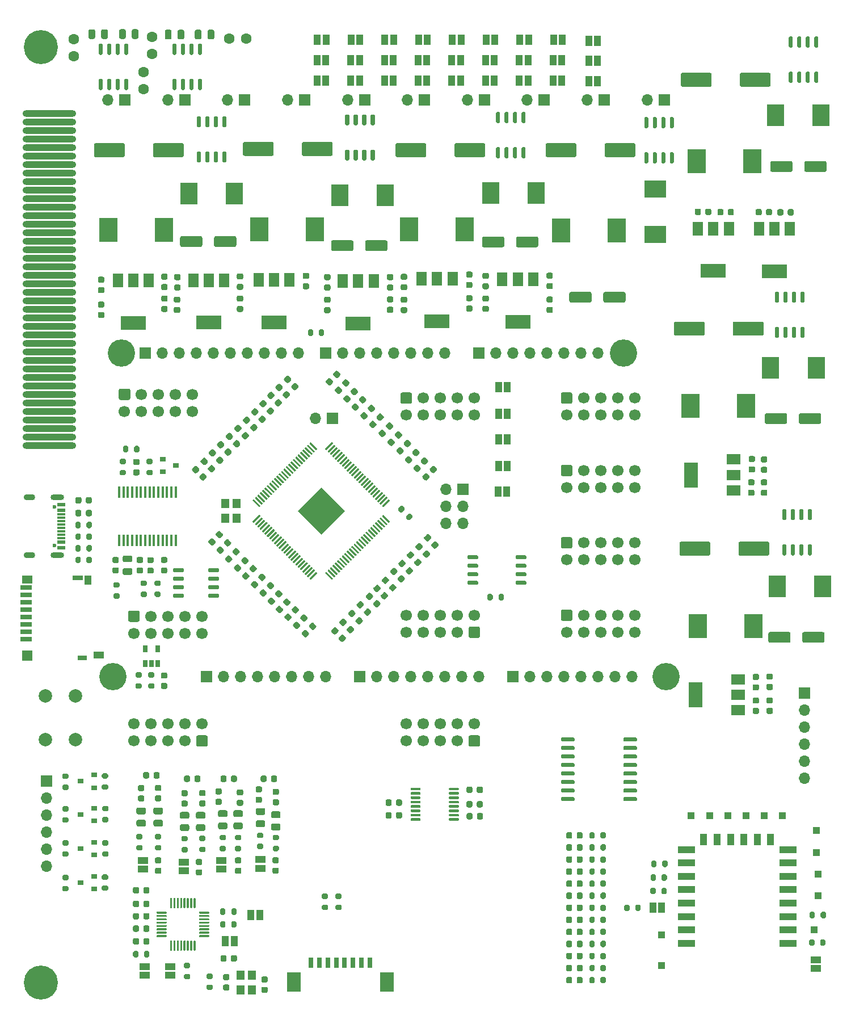
<source format=gbr>
%TF.GenerationSoftware,KiCad,Pcbnew,(5.1.9)-1*%
%TF.CreationDate,2021-07-02T17:33:52-07:00*%
%TF.ProjectId,MAD_P2,4d41445f-5032-42e6-9b69-6361645f7063,rev?*%
%TF.SameCoordinates,Original*%
%TF.FileFunction,Soldermask,Top*%
%TF.FilePolarity,Negative*%
%FSLAX46Y46*%
G04 Gerber Fmt 4.6, Leading zero omitted, Abs format (unit mm)*
G04 Created by KiCad (PCBNEW (5.1.9)-1) date 2021-07-02 17:33:52*
%MOMM*%
%LPD*%
G01*
G04 APERTURE LIST*
%ADD10C,5.080000*%
%ADD11C,1.600000*%
%ADD12C,1.700000*%
%ADD13O,8.000000X1.000000*%
%ADD14R,1.700000X1.700000*%
%ADD15O,1.700000X1.700000*%
%ADD16R,2.000000X1.500000*%
%ADD17R,2.000000X3.800000*%
%ADD18C,4.064000*%
%ADD19R,2.500000X3.300000*%
%ADD20R,3.300000X2.500000*%
%ADD21R,1.750000X0.700000*%
%ADD22R,1.500000X1.300000*%
%ADD23R,1.500000X0.800000*%
%ADD24R,1.000000X1.450000*%
%ADD25R,1.400000X0.800000*%
%ADD26R,1.500000X1.500000*%
%ADD27R,1.550000X1.000000*%
%ADD28O,2.000000X0.900000*%
%ADD29O,1.700000X0.900000*%
%ADD30R,1.160000X0.300000*%
%ADD31C,0.600000*%
%ADD32R,1.160000X0.600000*%
%ADD33R,1.000000X1.500000*%
%ADD34R,1.500000X1.000000*%
%ADD35R,2.700000X3.600000*%
%ADD36R,0.900000X0.800000*%
%ADD37R,1.000000X1.000000*%
%ADD38C,0.100000*%
%ADD39R,1.500000X2.000000*%
%ADD40R,3.800000X2.000000*%
%ADD41R,0.650000X1.060000*%
%ADD42R,0.450000X1.750000*%
%ADD43R,2.500000X1.000000*%
%ADD44R,1.000000X1.800000*%
%ADD45R,1.200000X1.400000*%
%ADD46R,2.100000X3.000000*%
%ADD47R,0.800000X1.600000*%
%ADD48C,2.000000*%
G04 APERTURE END LIST*
D10*
%TO.C,DISP_HOLE_3*%
X395605000Y-157915000D03*
%TD*%
%TO.C,DISP_HOLE_1*%
X395605000Y-18415000D03*
%TD*%
D11*
%TO.C,F5*%
X423776000Y-17081500D03*
X426276000Y-17081500D03*
%TD*%
%TO.C,C2*%
G36*
G01*
X450363571Y-80430683D02*
X450010017Y-80077129D01*
G75*
G02*
X450010017Y-79758931I159099J159099D01*
G01*
X450328215Y-79440733D01*
G75*
G02*
X450646413Y-79440733I159099J-159099D01*
G01*
X450999967Y-79794287D01*
G75*
G02*
X450999967Y-80112485I-159099J-159099D01*
G01*
X450681769Y-80430683D01*
G75*
G02*
X450363571Y-80430683I-159099J159099D01*
G01*
G37*
G36*
G01*
X451459587Y-79334667D02*
X451106033Y-78981113D01*
G75*
G02*
X451106033Y-78662915I159099J159099D01*
G01*
X451424231Y-78344717D01*
G75*
G02*
X451742429Y-78344717I159099J-159099D01*
G01*
X452095983Y-78698271D01*
G75*
G02*
X452095983Y-79016469I-159099J-159099D01*
G01*
X451777785Y-79334667D01*
G75*
G02*
X451459587Y-79334667I-159099J159099D01*
G01*
G37*
%TD*%
%TO.C,C7*%
G36*
G01*
X448856587Y-76731167D02*
X448503033Y-76377613D01*
G75*
G02*
X448503033Y-76059415I159099J159099D01*
G01*
X448821231Y-75741217D01*
G75*
G02*
X449139429Y-75741217I159099J-159099D01*
G01*
X449492983Y-76094771D01*
G75*
G02*
X449492983Y-76412969I-159099J-159099D01*
G01*
X449174785Y-76731167D01*
G75*
G02*
X448856587Y-76731167I-159099J159099D01*
G01*
G37*
G36*
G01*
X447760571Y-77827183D02*
X447407017Y-77473629D01*
G75*
G02*
X447407017Y-77155431I159099J159099D01*
G01*
X447725215Y-76837233D01*
G75*
G02*
X448043413Y-76837233I159099J-159099D01*
G01*
X448396967Y-77190787D01*
G75*
G02*
X448396967Y-77508985I-159099J-159099D01*
G01*
X448078769Y-77827183D01*
G75*
G02*
X447760571Y-77827183I-159099J159099D01*
G01*
G37*
%TD*%
%TO.C,C8*%
G36*
G01*
X447522587Y-75397667D02*
X447169033Y-75044113D01*
G75*
G02*
X447169033Y-74725915I159099J159099D01*
G01*
X447487231Y-74407717D01*
G75*
G02*
X447805429Y-74407717I159099J-159099D01*
G01*
X448158983Y-74761271D01*
G75*
G02*
X448158983Y-75079469I-159099J-159099D01*
G01*
X447840785Y-75397667D01*
G75*
G02*
X447522587Y-75397667I-159099J159099D01*
G01*
G37*
G36*
G01*
X446426571Y-76493683D02*
X446073017Y-76140129D01*
G75*
G02*
X446073017Y-75821931I159099J159099D01*
G01*
X446391215Y-75503733D01*
G75*
G02*
X446709413Y-75503733I159099J-159099D01*
G01*
X447062967Y-75857287D01*
G75*
G02*
X447062967Y-76175485I-159099J-159099D01*
G01*
X446744769Y-76493683D01*
G75*
G02*
X446426571Y-76493683I-159099J159099D01*
G01*
G37*
%TD*%
%TO.C,C14*%
G36*
G01*
X442411571Y-72571283D02*
X442058017Y-72217729D01*
G75*
G02*
X442058017Y-71899531I159099J159099D01*
G01*
X442376215Y-71581333D01*
G75*
G02*
X442694413Y-71581333I159099J-159099D01*
G01*
X443047967Y-71934887D01*
G75*
G02*
X443047967Y-72253085I-159099J-159099D01*
G01*
X442729769Y-72571283D01*
G75*
G02*
X442411571Y-72571283I-159099J159099D01*
G01*
G37*
G36*
G01*
X443507587Y-71475267D02*
X443154033Y-71121713D01*
G75*
G02*
X443154033Y-70803515I159099J159099D01*
G01*
X443472231Y-70485317D01*
G75*
G02*
X443790429Y-70485317I159099J-159099D01*
G01*
X444143983Y-70838871D01*
G75*
G02*
X444143983Y-71157069I-159099J-159099D01*
G01*
X443825785Y-71475267D01*
G75*
G02*
X443507587Y-71475267I-159099J159099D01*
G01*
G37*
%TD*%
%TO.C,C12*%
G36*
G01*
X454063587Y-81874667D02*
X453710033Y-81521113D01*
G75*
G02*
X453710033Y-81202915I159099J159099D01*
G01*
X454028231Y-80884717D01*
G75*
G02*
X454346429Y-80884717I159099J-159099D01*
G01*
X454699983Y-81238271D01*
G75*
G02*
X454699983Y-81556469I-159099J-159099D01*
G01*
X454381785Y-81874667D01*
G75*
G02*
X454063587Y-81874667I-159099J159099D01*
G01*
G37*
G36*
G01*
X452967571Y-82970683D02*
X452614017Y-82617129D01*
G75*
G02*
X452614017Y-82298931I159099J159099D01*
G01*
X452932215Y-81980733D01*
G75*
G02*
X453250413Y-81980733I159099J-159099D01*
G01*
X453603967Y-82334287D01*
G75*
G02*
X453603967Y-82652485I-159099J-159099D01*
G01*
X453285769Y-82970683D01*
G75*
G02*
X452967571Y-82970683I-159099J159099D01*
G01*
G37*
%TD*%
%TO.C,C19*%
G36*
G01*
X440994587Y-68971567D02*
X440641033Y-68618013D01*
G75*
G02*
X440641033Y-68299815I159099J159099D01*
G01*
X440959231Y-67981617D01*
G75*
G02*
X441277429Y-67981617I159099J-159099D01*
G01*
X441630983Y-68335171D01*
G75*
G02*
X441630983Y-68653369I-159099J-159099D01*
G01*
X441312785Y-68971567D01*
G75*
G02*
X440994587Y-68971567I-159099J159099D01*
G01*
G37*
G36*
G01*
X439898571Y-70067583D02*
X439545017Y-69714029D01*
G75*
G02*
X439545017Y-69395831I159099J159099D01*
G01*
X439863215Y-69077633D01*
G75*
G02*
X440181413Y-69077633I159099J-159099D01*
G01*
X440534967Y-69431187D01*
G75*
G02*
X440534967Y-69749385I-159099J-159099D01*
G01*
X440216769Y-70067583D01*
G75*
G02*
X439898571Y-70067583I-159099J159099D01*
G01*
G37*
%TD*%
%TO.C,C20*%
G36*
G01*
X439635587Y-67701567D02*
X439282033Y-67348013D01*
G75*
G02*
X439282033Y-67029815I159099J159099D01*
G01*
X439600231Y-66711617D01*
G75*
G02*
X439918429Y-66711617I159099J-159099D01*
G01*
X440271983Y-67065171D01*
G75*
G02*
X440271983Y-67383369I-159099J-159099D01*
G01*
X439953785Y-67701567D01*
G75*
G02*
X439635587Y-67701567I-159099J159099D01*
G01*
G37*
G36*
G01*
X438539571Y-68797583D02*
X438186017Y-68444029D01*
G75*
G02*
X438186017Y-68125831I159099J159099D01*
G01*
X438504215Y-67807633D01*
G75*
G02*
X438822413Y-67807633I159099J-159099D01*
G01*
X439175967Y-68161187D01*
G75*
G02*
X439175967Y-68479385I-159099J-159099D01*
G01*
X438857769Y-68797583D01*
G75*
G02*
X438539571Y-68797583I-159099J159099D01*
G01*
G37*
%TD*%
%TO.C,C13*%
G36*
G01*
X443721571Y-73864783D02*
X443368017Y-73511229D01*
G75*
G02*
X443368017Y-73193031I159099J159099D01*
G01*
X443686215Y-72874833D01*
G75*
G02*
X444004413Y-72874833I159099J-159099D01*
G01*
X444357967Y-73228387D01*
G75*
G02*
X444357967Y-73546585I-159099J-159099D01*
G01*
X444039769Y-73864783D01*
G75*
G02*
X443721571Y-73864783I-159099J159099D01*
G01*
G37*
G36*
G01*
X444817587Y-72768767D02*
X444464033Y-72415213D01*
G75*
G02*
X444464033Y-72097015I159099J159099D01*
G01*
X444782231Y-71778817D01*
G75*
G02*
X445100429Y-71778817I159099J-159099D01*
G01*
X445453983Y-72132371D01*
G75*
G02*
X445453983Y-72450569I-159099J-159099D01*
G01*
X445135785Y-72768767D01*
G75*
G02*
X444817587Y-72768767I-159099J159099D01*
G01*
G37*
%TD*%
%TO.C,C1*%
G36*
G01*
X451633571Y-81700683D02*
X451280017Y-81347129D01*
G75*
G02*
X451280017Y-81028931I159099J159099D01*
G01*
X451598215Y-80710733D01*
G75*
G02*
X451916413Y-80710733I159099J-159099D01*
G01*
X452269967Y-81064287D01*
G75*
G02*
X452269967Y-81382485I-159099J-159099D01*
G01*
X451951769Y-81700683D01*
G75*
G02*
X451633571Y-81700683I-159099J159099D01*
G01*
G37*
G36*
G01*
X452729587Y-80604667D02*
X452376033Y-80251113D01*
G75*
G02*
X452376033Y-79932915I159099J159099D01*
G01*
X452694231Y-79614717D01*
G75*
G02*
X453012429Y-79614717I159099J-159099D01*
G01*
X453365983Y-79968271D01*
G75*
G02*
X453365983Y-80286469I-159099J-159099D01*
G01*
X453047785Y-80604667D01*
G75*
G02*
X452729587Y-80604667I-159099J159099D01*
G01*
G37*
%TD*%
%TO.C,C42*%
G36*
G01*
X441168571Y-71350583D02*
X440815017Y-70997029D01*
G75*
G02*
X440815017Y-70678831I159099J159099D01*
G01*
X441133215Y-70360633D01*
G75*
G02*
X441451413Y-70360633I159099J-159099D01*
G01*
X441804967Y-70714187D01*
G75*
G02*
X441804967Y-71032385I-159099J-159099D01*
G01*
X441486769Y-71350583D01*
G75*
G02*
X441168571Y-71350583I-159099J159099D01*
G01*
G37*
G36*
G01*
X442264587Y-70254567D02*
X441911033Y-69901013D01*
G75*
G02*
X441911033Y-69582815I159099J159099D01*
G01*
X442229231Y-69264617D01*
G75*
G02*
X442547429Y-69264617I159099J-159099D01*
G01*
X442900983Y-69618171D01*
G75*
G02*
X442900983Y-69936369I-159099J-159099D01*
G01*
X442582785Y-70254567D01*
G75*
G02*
X442264587Y-70254567I-159099J159099D01*
G01*
G37*
%TD*%
%TO.C,C48*%
G36*
G01*
X450189587Y-78001167D02*
X449836033Y-77647613D01*
G75*
G02*
X449836033Y-77329415I159099J159099D01*
G01*
X450154231Y-77011217D01*
G75*
G02*
X450472429Y-77011217I159099J-159099D01*
G01*
X450825983Y-77364771D01*
G75*
G02*
X450825983Y-77682969I-159099J-159099D01*
G01*
X450507785Y-78001167D01*
G75*
G02*
X450189587Y-78001167I-159099J159099D01*
G01*
G37*
G36*
G01*
X449093571Y-79097183D02*
X448740017Y-78743629D01*
G75*
G02*
X448740017Y-78425431I159099J159099D01*
G01*
X449058215Y-78107233D01*
G75*
G02*
X449376413Y-78107233I159099J-159099D01*
G01*
X449729967Y-78460787D01*
G75*
G02*
X449729967Y-78778985I-159099J-159099D01*
G01*
X449411769Y-79097183D01*
G75*
G02*
X449093571Y-79097183I-159099J159099D01*
G01*
G37*
%TD*%
%TO.C,C47*%
G36*
G01*
X446125587Y-74064167D02*
X445772033Y-73710613D01*
G75*
G02*
X445772033Y-73392415I159099J159099D01*
G01*
X446090231Y-73074217D01*
G75*
G02*
X446408429Y-73074217I159099J-159099D01*
G01*
X446761983Y-73427771D01*
G75*
G02*
X446761983Y-73745969I-159099J-159099D01*
G01*
X446443785Y-74064167D01*
G75*
G02*
X446125587Y-74064167I-159099J159099D01*
G01*
G37*
G36*
G01*
X445029571Y-75160183D02*
X444676017Y-74806629D01*
G75*
G02*
X444676017Y-74488431I159099J159099D01*
G01*
X444994215Y-74170233D01*
G75*
G02*
X445312413Y-74170233I159099J-159099D01*
G01*
X445665967Y-74523787D01*
G75*
G02*
X445665967Y-74841985I-159099J-159099D01*
G01*
X445347769Y-75160183D01*
G75*
G02*
X445029571Y-75160183I-159099J159099D01*
G01*
G37*
%TD*%
D12*
%TO.C,J11*%
X460312000Y-73279000D03*
X457772000Y-73279000D03*
X455232000Y-73279000D03*
X452692000Y-73279000D03*
X450152000Y-73279000D03*
X460312000Y-70739000D03*
X457772000Y-70739000D03*
X455232000Y-70739000D03*
X452692000Y-70739000D03*
G36*
G01*
X449552000Y-69889000D02*
X450752000Y-69889000D01*
G75*
G02*
X451002000Y-70139000I0J-250000D01*
G01*
X451002000Y-71339000D01*
G75*
G02*
X450752000Y-71589000I-250000J0D01*
G01*
X449552000Y-71589000D01*
G75*
G02*
X449302000Y-71339000I0J250000D01*
G01*
X449302000Y-70139000D01*
G75*
G02*
X449552000Y-69889000I250000J0D01*
G01*
G37*
%TD*%
D13*
%TO.C,J6*%
X396900000Y-29565600D03*
X396900000Y-28295600D03*
X396900000Y-30835600D03*
X396900000Y-32105600D03*
X396900000Y-33375600D03*
X396900000Y-34645600D03*
X396900000Y-35915600D03*
X396900000Y-37185600D03*
X396900000Y-38455600D03*
X396900000Y-39725600D03*
X396900000Y-40995600D03*
X396900000Y-42265600D03*
X396900000Y-43535600D03*
X396900000Y-44805600D03*
X396900000Y-46075600D03*
X396900000Y-47345600D03*
X396900000Y-48615600D03*
X396900000Y-49885600D03*
X396900000Y-51155600D03*
X396900000Y-52425600D03*
X396900000Y-53695600D03*
X396900000Y-54965600D03*
X396900000Y-56235600D03*
X396900000Y-57505600D03*
X396900000Y-58775600D03*
X396900000Y-60045600D03*
X396900000Y-61315600D03*
X396900000Y-62585600D03*
X396900000Y-63855600D03*
X396900000Y-65125600D03*
X396900000Y-66395600D03*
X396900000Y-67665600D03*
X396900000Y-68935600D03*
X396900000Y-70205600D03*
X396900000Y-71475600D03*
X396900000Y-72745600D03*
X396900000Y-74015600D03*
X396900000Y-75285600D03*
X396900000Y-76555600D03*
X396900000Y-77825600D03*
%TD*%
D14*
%TO.C,J4*%
X408177800Y-26289000D03*
D15*
X405637800Y-26289000D03*
%TD*%
D14*
%TO.C,J27*%
X417118800Y-26289000D03*
D15*
X414578800Y-26289000D03*
%TD*%
D14*
%TO.C,J17*%
X426059800Y-26289000D03*
D15*
X423519800Y-26289000D03*
%TD*%
D14*
%TO.C,J1*%
X435000800Y-26289000D03*
D15*
X432460800Y-26289000D03*
%TD*%
D14*
%TO.C,J28*%
X443940800Y-26289000D03*
D15*
X441400800Y-26289000D03*
%TD*%
D14*
%TO.C,J2*%
X452881800Y-26289000D03*
D15*
X450341800Y-26289000D03*
%TD*%
D14*
%TO.C,J29*%
X461822800Y-26289000D03*
D15*
X459282800Y-26289000D03*
%TD*%
D14*
%TO.C,J3*%
X470763800Y-26289000D03*
D15*
X468223800Y-26289000D03*
%TD*%
D14*
%TO.C,J30*%
X479704800Y-26289000D03*
D15*
X477164800Y-26289000D03*
%TD*%
D14*
%TO.C,J12*%
X488644800Y-26289000D03*
D15*
X486104800Y-26289000D03*
%TD*%
%TO.C,C28*%
G36*
G01*
X441527017Y-102726571D02*
X441880571Y-102373017D01*
G75*
G02*
X442198769Y-102373017I159099J-159099D01*
G01*
X442516967Y-102691215D01*
G75*
G02*
X442516967Y-103009413I-159099J-159099D01*
G01*
X442163413Y-103362967D01*
G75*
G02*
X441845215Y-103362967I-159099J159099D01*
G01*
X441527017Y-103044769D01*
G75*
G02*
X441527017Y-102726571I159099J159099D01*
G01*
G37*
G36*
G01*
X442623033Y-103822587D02*
X442976587Y-103469033D01*
G75*
G02*
X443294785Y-103469033I159099J-159099D01*
G01*
X443612983Y-103787231D01*
G75*
G02*
X443612983Y-104105429I-159099J-159099D01*
G01*
X443259429Y-104458983D01*
G75*
G02*
X442941231Y-104458983I-159099J159099D01*
G01*
X442623033Y-104140785D01*
G75*
G02*
X442623033Y-103822587I159099J159099D01*
G01*
G37*
%TD*%
%TO.C,C33*%
G36*
G01*
X445251033Y-101269587D02*
X445604587Y-100916033D01*
G75*
G02*
X445922785Y-100916033I159099J-159099D01*
G01*
X446240983Y-101234231D01*
G75*
G02*
X446240983Y-101552429I-159099J-159099D01*
G01*
X445887429Y-101905983D01*
G75*
G02*
X445569231Y-101905983I-159099J159099D01*
G01*
X445251033Y-101587785D01*
G75*
G02*
X445251033Y-101269587I159099J159099D01*
G01*
G37*
G36*
G01*
X444155017Y-100173571D02*
X444508571Y-99820017D01*
G75*
G02*
X444826769Y-99820017I159099J-159099D01*
G01*
X445144967Y-100138215D01*
G75*
G02*
X445144967Y-100456413I-159099J-159099D01*
G01*
X444791413Y-100809967D01*
G75*
G02*
X444473215Y-100809967I-159099J159099D01*
G01*
X444155017Y-100491769D01*
G75*
G02*
X444155017Y-100173571I159099J159099D01*
G01*
G37*
%TD*%
%TO.C,C39*%
G36*
G01*
X447801017Y-96465571D02*
X448154571Y-96112017D01*
G75*
G02*
X448472769Y-96112017I159099J-159099D01*
G01*
X448790967Y-96430215D01*
G75*
G02*
X448790967Y-96748413I-159099J-159099D01*
G01*
X448437413Y-97101967D01*
G75*
G02*
X448119215Y-97101967I-159099J159099D01*
G01*
X447801017Y-96783769D01*
G75*
G02*
X447801017Y-96465571I159099J159099D01*
G01*
G37*
G36*
G01*
X448897033Y-97561587D02*
X449250587Y-97208033D01*
G75*
G02*
X449568785Y-97208033I159099J-159099D01*
G01*
X449886983Y-97526231D01*
G75*
G02*
X449886983Y-97844429I-159099J-159099D01*
G01*
X449533429Y-98197983D01*
G75*
G02*
X449215231Y-98197983I-159099J159099D01*
G01*
X448897033Y-97879785D01*
G75*
G02*
X448897033Y-97561587I159099J159099D01*
G01*
G37*
%TD*%
%TO.C,C40*%
G36*
G01*
X449033017Y-95271771D02*
X449386571Y-94918217D01*
G75*
G02*
X449704769Y-94918217I159099J-159099D01*
G01*
X450022967Y-95236415D01*
G75*
G02*
X450022967Y-95554613I-159099J-159099D01*
G01*
X449669413Y-95908167D01*
G75*
G02*
X449351215Y-95908167I-159099J159099D01*
G01*
X449033017Y-95589969D01*
G75*
G02*
X449033017Y-95271771I159099J159099D01*
G01*
G37*
G36*
G01*
X450129033Y-96367787D02*
X450482587Y-96014233D01*
G75*
G02*
X450800785Y-96014233I159099J-159099D01*
G01*
X451118983Y-96332431D01*
G75*
G02*
X451118983Y-96650629I-159099J-159099D01*
G01*
X450765429Y-97004183D01*
G75*
G02*
X450447231Y-97004183I-159099J159099D01*
G01*
X450129033Y-96685985D01*
G75*
G02*
X450129033Y-96367787I159099J159099D01*
G01*
G37*
%TD*%
%TO.C,C34*%
G36*
G01*
X446395033Y-100076187D02*
X446748587Y-99722633D01*
G75*
G02*
X447066785Y-99722633I159099J-159099D01*
G01*
X447384983Y-100040831D01*
G75*
G02*
X447384983Y-100359029I-159099J-159099D01*
G01*
X447031429Y-100712583D01*
G75*
G02*
X446713231Y-100712583I-159099J159099D01*
G01*
X446395033Y-100394385D01*
G75*
G02*
X446395033Y-100076187I159099J159099D01*
G01*
G37*
G36*
G01*
X445299017Y-98980171D02*
X445652571Y-98626617D01*
G75*
G02*
X445970769Y-98626617I159099J-159099D01*
G01*
X446288967Y-98944815D01*
G75*
G02*
X446288967Y-99263013I-159099J-159099D01*
G01*
X445935413Y-99616567D01*
G75*
G02*
X445617215Y-99616567I-159099J159099D01*
G01*
X445299017Y-99298369D01*
G75*
G02*
X445299017Y-98980171I159099J159099D01*
G01*
G37*
%TD*%
%TO.C,C27*%
G36*
G01*
X440229017Y-104032571D02*
X440582571Y-103679017D01*
G75*
G02*
X440900769Y-103679017I159099J-159099D01*
G01*
X441218967Y-103997215D01*
G75*
G02*
X441218967Y-104315413I-159099J-159099D01*
G01*
X440865413Y-104668967D01*
G75*
G02*
X440547215Y-104668967I-159099J159099D01*
G01*
X440229017Y-104350769D01*
G75*
G02*
X440229017Y-104032571I159099J159099D01*
G01*
G37*
G36*
G01*
X441325033Y-105128587D02*
X441678587Y-104775033D01*
G75*
G02*
X441996785Y-104775033I159099J-159099D01*
G01*
X442314983Y-105093231D01*
G75*
G02*
X442314983Y-105411429I-159099J-159099D01*
G01*
X441961429Y-105764983D01*
G75*
G02*
X441643231Y-105764983I-159099J159099D01*
G01*
X441325033Y-105446785D01*
G75*
G02*
X441325033Y-105128587I159099J159099D01*
G01*
G37*
%TD*%
%TO.C,C46*%
G36*
G01*
X453939033Y-92519687D02*
X454292587Y-92166133D01*
G75*
G02*
X454610785Y-92166133I159099J-159099D01*
G01*
X454928983Y-92484331D01*
G75*
G02*
X454928983Y-92802529I-159099J-159099D01*
G01*
X454575429Y-93156083D01*
G75*
G02*
X454257231Y-93156083I-159099J159099D01*
G01*
X453939033Y-92837885D01*
G75*
G02*
X453939033Y-92519687I159099J159099D01*
G01*
G37*
G36*
G01*
X452843017Y-91423671D02*
X453196571Y-91070117D01*
G75*
G02*
X453514769Y-91070117I159099J-159099D01*
G01*
X453832967Y-91388315D01*
G75*
G02*
X453832967Y-91706513I-159099J-159099D01*
G01*
X453479413Y-92060067D01*
G75*
G02*
X453161215Y-92060067I-159099J159099D01*
G01*
X452843017Y-91741869D01*
G75*
G02*
X452843017Y-91423671I159099J159099D01*
G01*
G37*
%TD*%
%TO.C,C45*%
G36*
G01*
X452669033Y-93853187D02*
X453022587Y-93499633D01*
G75*
G02*
X453340785Y-93499633I159099J-159099D01*
G01*
X453658983Y-93817831D01*
G75*
G02*
X453658983Y-94136029I-159099J-159099D01*
G01*
X453305429Y-94489583D01*
G75*
G02*
X452987231Y-94489583I-159099J159099D01*
G01*
X452669033Y-94171385D01*
G75*
G02*
X452669033Y-93853187I159099J159099D01*
G01*
G37*
G36*
G01*
X451573017Y-92757171D02*
X451926571Y-92403617D01*
G75*
G02*
X452244769Y-92403617I159099J-159099D01*
G01*
X452562967Y-92721815D01*
G75*
G02*
X452562967Y-93040013I-159099J-159099D01*
G01*
X452209413Y-93393567D01*
G75*
G02*
X451891215Y-93393567I-159099J159099D01*
G01*
X451573017Y-93075369D01*
G75*
G02*
X451573017Y-92757171I159099J159099D01*
G01*
G37*
%TD*%
%TO.C,C11*%
G36*
G01*
X443893033Y-102514587D02*
X444246587Y-102161033D01*
G75*
G02*
X444564785Y-102161033I159099J-159099D01*
G01*
X444882983Y-102479231D01*
G75*
G02*
X444882983Y-102797429I-159099J-159099D01*
G01*
X444529429Y-103150983D01*
G75*
G02*
X444211231Y-103150983I-159099J159099D01*
G01*
X443893033Y-102832785D01*
G75*
G02*
X443893033Y-102514587I159099J159099D01*
G01*
G37*
G36*
G01*
X442797017Y-101418571D02*
X443150571Y-101065017D01*
G75*
G02*
X443468769Y-101065017I159099J-159099D01*
G01*
X443786967Y-101383215D01*
G75*
G02*
X443786967Y-101701413I-159099J-159099D01*
G01*
X443433413Y-102054967D01*
G75*
G02*
X443115215Y-102054967I-159099J159099D01*
G01*
X442797017Y-101736769D01*
G75*
G02*
X442797017Y-101418571I159099J159099D01*
G01*
G37*
%TD*%
%TO.C,C17*%
G36*
G01*
X439011017Y-105304571D02*
X439364571Y-104951017D01*
G75*
G02*
X439682769Y-104951017I159099J-159099D01*
G01*
X440000967Y-105269215D01*
G75*
G02*
X440000967Y-105587413I-159099J-159099D01*
G01*
X439647413Y-105940967D01*
G75*
G02*
X439329215Y-105940967I-159099J159099D01*
G01*
X439011017Y-105622769D01*
G75*
G02*
X439011017Y-105304571I159099J159099D01*
G01*
G37*
G36*
G01*
X440107033Y-106400587D02*
X440460587Y-106047033D01*
G75*
G02*
X440778785Y-106047033I159099J-159099D01*
G01*
X441096983Y-106365231D01*
G75*
G02*
X441096983Y-106683429I-159099J-159099D01*
G01*
X440743429Y-107036983D01*
G75*
G02*
X440425231Y-107036983I-159099J159099D01*
G01*
X440107033Y-106718785D01*
G75*
G02*
X440107033Y-106400587I159099J159099D01*
G01*
G37*
%TD*%
%TO.C,C5*%
G36*
G01*
X450287017Y-93999871D02*
X450640571Y-93646317D01*
G75*
G02*
X450958769Y-93646317I159099J-159099D01*
G01*
X451276967Y-93964515D01*
G75*
G02*
X451276967Y-94282713I-159099J-159099D01*
G01*
X450923413Y-94636267D01*
G75*
G02*
X450605215Y-94636267I-159099J159099D01*
G01*
X450287017Y-94318069D01*
G75*
G02*
X450287017Y-93999871I159099J159099D01*
G01*
G37*
G36*
G01*
X451383033Y-95095887D02*
X451736587Y-94742333D01*
G75*
G02*
X452054785Y-94742333I159099J-159099D01*
G01*
X452372983Y-95060531D01*
G75*
G02*
X452372983Y-95378729I-159099J-159099D01*
G01*
X452019429Y-95732283D01*
G75*
G02*
X451701231Y-95732283I-159099J159099D01*
G01*
X451383033Y-95414085D01*
G75*
G02*
X451383033Y-95095887I159099J159099D01*
G01*
G37*
%TD*%
%TO.C,C6*%
G36*
G01*
X446543017Y-97760971D02*
X446896571Y-97407417D01*
G75*
G02*
X447214769Y-97407417I159099J-159099D01*
G01*
X447532967Y-97725615D01*
G75*
G02*
X447532967Y-98043813I-159099J-159099D01*
G01*
X447179413Y-98397367D01*
G75*
G02*
X446861215Y-98397367I-159099J159099D01*
G01*
X446543017Y-98079169D01*
G75*
G02*
X446543017Y-97760971I159099J159099D01*
G01*
G37*
G36*
G01*
X447639033Y-98856987D02*
X447992587Y-98503433D01*
G75*
G02*
X448310785Y-98503433I159099J-159099D01*
G01*
X448628983Y-98821631D01*
G75*
G02*
X448628983Y-99139829I-159099J-159099D01*
G01*
X448275429Y-99493383D01*
G75*
G02*
X447957231Y-99493383I-159099J159099D01*
G01*
X447639033Y-99175185D01*
G75*
G02*
X447639033Y-98856987I159099J159099D01*
G01*
G37*
%TD*%
%TO.C,R55*%
G36*
G01*
X410062000Y-135745000D02*
X410612000Y-135745000D01*
G75*
G02*
X410812000Y-135945000I0J-200000D01*
G01*
X410812000Y-136345000D01*
G75*
G02*
X410612000Y-136545000I-200000J0D01*
G01*
X410062000Y-136545000D01*
G75*
G02*
X409862000Y-136345000I0J200000D01*
G01*
X409862000Y-135945000D01*
G75*
G02*
X410062000Y-135745000I200000J0D01*
G01*
G37*
G36*
G01*
X410062000Y-137395000D02*
X410612000Y-137395000D01*
G75*
G02*
X410812000Y-137595000I0J-200000D01*
G01*
X410812000Y-137995000D01*
G75*
G02*
X410612000Y-138195000I-200000J0D01*
G01*
X410062000Y-138195000D01*
G75*
G02*
X409862000Y-137995000I0J200000D01*
G01*
X409862000Y-137595000D01*
G75*
G02*
X410062000Y-137395000I200000J0D01*
G01*
G37*
%TD*%
%TO.C,R65*%
G36*
G01*
X410140999Y-131798000D02*
X411041001Y-131798000D01*
G75*
G02*
X411291000Y-132047999I0J-249999D01*
G01*
X411291000Y-132573001D01*
G75*
G02*
X411041001Y-132823000I-249999J0D01*
G01*
X410140999Y-132823000D01*
G75*
G02*
X409891000Y-132573001I0J249999D01*
G01*
X409891000Y-132047999D01*
G75*
G02*
X410140999Y-131798000I249999J0D01*
G01*
G37*
G36*
G01*
X410140999Y-133623000D02*
X411041001Y-133623000D01*
G75*
G02*
X411291000Y-133872999I0J-249999D01*
G01*
X411291000Y-134398001D01*
G75*
G02*
X411041001Y-134648000I-249999J0D01*
G01*
X410140999Y-134648000D01*
G75*
G02*
X409891000Y-134398001I0J249999D01*
G01*
X409891000Y-133872999D01*
G75*
G02*
X410140999Y-133623000I249999J0D01*
G01*
G37*
%TD*%
%TO.C,C129*%
G36*
G01*
X410841000Y-129355000D02*
X410341000Y-129355000D01*
G75*
G02*
X410116000Y-129130000I0J225000D01*
G01*
X410116000Y-128680000D01*
G75*
G02*
X410341000Y-128455000I225000J0D01*
G01*
X410841000Y-128455000D01*
G75*
G02*
X411066000Y-128680000I0J-225000D01*
G01*
X411066000Y-129130000D01*
G75*
G02*
X410841000Y-129355000I-225000J0D01*
G01*
G37*
G36*
G01*
X410841000Y-130905000D02*
X410341000Y-130905000D01*
G75*
G02*
X410116000Y-130680000I0J225000D01*
G01*
X410116000Y-130230000D01*
G75*
G02*
X410341000Y-130005000I225000J0D01*
G01*
X410841000Y-130005000D01*
G75*
G02*
X411066000Y-130230000I0J-225000D01*
G01*
X411066000Y-130680000D01*
G75*
G02*
X410841000Y-130905000I-225000J0D01*
G01*
G37*
%TD*%
D16*
%TO.C,U18*%
X498964000Y-84478500D03*
X498964000Y-79878500D03*
X498964000Y-82178500D03*
D17*
X492664000Y-82178500D03*
%TD*%
%TO.C,C83*%
G36*
G01*
X501485000Y-80923500D02*
X501985000Y-80923500D01*
G75*
G02*
X502210000Y-81148500I0J-225000D01*
G01*
X502210000Y-81598500D01*
G75*
G02*
X501985000Y-81823500I-225000J0D01*
G01*
X501485000Y-81823500D01*
G75*
G02*
X501260000Y-81598500I0J225000D01*
G01*
X501260000Y-81148500D01*
G75*
G02*
X501485000Y-80923500I225000J0D01*
G01*
G37*
G36*
G01*
X501485000Y-79373500D02*
X501985000Y-79373500D01*
G75*
G02*
X502210000Y-79598500I0J-225000D01*
G01*
X502210000Y-80048500D01*
G75*
G02*
X501985000Y-80273500I-225000J0D01*
G01*
X501485000Y-80273500D01*
G75*
G02*
X501260000Y-80048500I0J225000D01*
G01*
X501260000Y-79598500D01*
G75*
G02*
X501485000Y-79373500I225000J0D01*
G01*
G37*
%TD*%
%TO.C,C87*%
G36*
G01*
X503305000Y-79433000D02*
X503805000Y-79433000D01*
G75*
G02*
X504030000Y-79658000I0J-225000D01*
G01*
X504030000Y-80108000D01*
G75*
G02*
X503805000Y-80333000I-225000J0D01*
G01*
X503305000Y-80333000D01*
G75*
G02*
X503080000Y-80108000I0J225000D01*
G01*
X503080000Y-79658000D01*
G75*
G02*
X503305000Y-79433000I225000J0D01*
G01*
G37*
G36*
G01*
X503305000Y-80983000D02*
X503805000Y-80983000D01*
G75*
G02*
X504030000Y-81208000I0J-225000D01*
G01*
X504030000Y-81658000D01*
G75*
G02*
X503805000Y-81883000I-225000J0D01*
G01*
X503305000Y-81883000D01*
G75*
G02*
X503080000Y-81658000I0J225000D01*
G01*
X503080000Y-81208000D01*
G75*
G02*
X503305000Y-80983000I225000J0D01*
G01*
G37*
%TD*%
%TO.C,C86*%
G36*
G01*
X503305000Y-82849000D02*
X503805000Y-82849000D01*
G75*
G02*
X504030000Y-83074000I0J-225000D01*
G01*
X504030000Y-83524000D01*
G75*
G02*
X503805000Y-83749000I-225000J0D01*
G01*
X503305000Y-83749000D01*
G75*
G02*
X503080000Y-83524000I0J225000D01*
G01*
X503080000Y-83074000D01*
G75*
G02*
X503305000Y-82849000I225000J0D01*
G01*
G37*
G36*
G01*
X503305000Y-84399000D02*
X503805000Y-84399000D01*
G75*
G02*
X504030000Y-84624000I0J-225000D01*
G01*
X504030000Y-85074000D01*
G75*
G02*
X503805000Y-85299000I-225000J0D01*
G01*
X503305000Y-85299000D01*
G75*
G02*
X503080000Y-85074000I0J225000D01*
G01*
X503080000Y-84624000D01*
G75*
G02*
X503305000Y-84399000I225000J0D01*
G01*
G37*
%TD*%
%TO.C,C82*%
G36*
G01*
X501400000Y-84399000D02*
X501900000Y-84399000D01*
G75*
G02*
X502125000Y-84624000I0J-225000D01*
G01*
X502125000Y-85074000D01*
G75*
G02*
X501900000Y-85299000I-225000J0D01*
G01*
X501400000Y-85299000D01*
G75*
G02*
X501175000Y-85074000I0J225000D01*
G01*
X501175000Y-84624000D01*
G75*
G02*
X501400000Y-84399000I225000J0D01*
G01*
G37*
G36*
G01*
X501400000Y-82849000D02*
X501900000Y-82849000D01*
G75*
G02*
X502125000Y-83074000I0J-225000D01*
G01*
X502125000Y-83524000D01*
G75*
G02*
X501900000Y-83749000I-225000J0D01*
G01*
X501400000Y-83749000D01*
G75*
G02*
X501175000Y-83524000I0J225000D01*
G01*
X501175000Y-83074000D01*
G75*
G02*
X501400000Y-82849000I225000J0D01*
G01*
G37*
%TD*%
%TO.C,C50*%
G36*
G01*
X475562000Y-32950000D02*
X475562000Y-34550000D01*
G75*
G02*
X475312000Y-34800000I-250000J0D01*
G01*
X471212000Y-34800000D01*
G75*
G02*
X470962000Y-34550000I0J250000D01*
G01*
X470962000Y-32950000D01*
G75*
G02*
X471212000Y-32700000I250000J0D01*
G01*
X475312000Y-32700000D01*
G75*
G02*
X475562000Y-32950000I0J-250000D01*
G01*
G37*
G36*
G01*
X484362000Y-32950000D02*
X484362000Y-34550000D01*
G75*
G02*
X484112000Y-34800000I-250000J0D01*
G01*
X480012000Y-34800000D01*
G75*
G02*
X479762000Y-34550000I0J250000D01*
G01*
X479762000Y-32950000D01*
G75*
G02*
X480012000Y-32700000I250000J0D01*
G01*
X484112000Y-32700000D01*
G75*
G02*
X484362000Y-32950000I0J-250000D01*
G01*
G37*
%TD*%
%TO.C,C79*%
G36*
G01*
X503673000Y-74337000D02*
X503673000Y-73237000D01*
G75*
G02*
X503923000Y-72987000I250000J0D01*
G01*
X506748000Y-72987000D01*
G75*
G02*
X506998000Y-73237000I0J-250000D01*
G01*
X506998000Y-74337000D01*
G75*
G02*
X506748000Y-74587000I-250000J0D01*
G01*
X503923000Y-74587000D01*
G75*
G02*
X503673000Y-74337000I0J250000D01*
G01*
G37*
G36*
G01*
X508748000Y-74337000D02*
X508748000Y-73237000D01*
G75*
G02*
X508998000Y-72987000I250000J0D01*
G01*
X511823000Y-72987000D01*
G75*
G02*
X512073000Y-73237000I0J-250000D01*
G01*
X512073000Y-74337000D01*
G75*
G02*
X511823000Y-74587000I-250000J0D01*
G01*
X508998000Y-74587000D01*
G75*
G02*
X508748000Y-74337000I0J250000D01*
G01*
G37*
%TD*%
D18*
%TO.C,P10*%
X488950000Y-112268000D03*
%TD*%
%TO.C,P8*%
X406400000Y-112268000D03*
%TD*%
%TO.C,P13*%
X482600000Y-64008000D03*
%TD*%
%TO.C,P11*%
X407670000Y-64008000D03*
%TD*%
%TO.C,C3*%
G36*
G01*
X423624429Y-91832117D02*
X423977983Y-92185671D01*
G75*
G02*
X423977983Y-92503869I-159099J-159099D01*
G01*
X423659785Y-92822067D01*
G75*
G02*
X423341587Y-92822067I-159099J159099D01*
G01*
X422988033Y-92468513D01*
G75*
G02*
X422988033Y-92150315I159099J159099D01*
G01*
X423306231Y-91832117D01*
G75*
G02*
X423624429Y-91832117I159099J-159099D01*
G01*
G37*
G36*
G01*
X422528413Y-92928133D02*
X422881967Y-93281687D01*
G75*
G02*
X422881967Y-93599885I-159099J-159099D01*
G01*
X422563769Y-93918083D01*
G75*
G02*
X422245571Y-93918083I-159099J159099D01*
G01*
X421892017Y-93564529D01*
G75*
G02*
X421892017Y-93246331I159099J159099D01*
G01*
X422210215Y-92928133D01*
G75*
G02*
X422528413Y-92928133I159099J-159099D01*
G01*
G37*
%TD*%
%TO.C,C4*%
G36*
G01*
X424894429Y-93152917D02*
X425247983Y-93506471D01*
G75*
G02*
X425247983Y-93824669I-159099J-159099D01*
G01*
X424929785Y-94142867D01*
G75*
G02*
X424611587Y-94142867I-159099J159099D01*
G01*
X424258033Y-93789313D01*
G75*
G02*
X424258033Y-93471115I159099J159099D01*
G01*
X424576231Y-93152917D01*
G75*
G02*
X424894429Y-93152917I159099J-159099D01*
G01*
G37*
G36*
G01*
X423798413Y-94248933D02*
X424151967Y-94602487D01*
G75*
G02*
X424151967Y-94920685I-159099J-159099D01*
G01*
X423833769Y-95238883D01*
G75*
G02*
X423515571Y-95238883I-159099J159099D01*
G01*
X423162017Y-94885329D01*
G75*
G02*
X423162017Y-94567131I159099J159099D01*
G01*
X423480215Y-94248933D01*
G75*
G02*
X423798413Y-94248933I159099J-159099D01*
G01*
G37*
%TD*%
%TO.C,C9*%
G36*
G01*
X426351413Y-96776233D02*
X426704967Y-97129787D01*
G75*
G02*
X426704967Y-97447985I-159099J-159099D01*
G01*
X426386769Y-97766183D01*
G75*
G02*
X426068571Y-97766183I-159099J159099D01*
G01*
X425715017Y-97412629D01*
G75*
G02*
X425715017Y-97094431I159099J159099D01*
G01*
X426033215Y-96776233D01*
G75*
G02*
X426351413Y-96776233I159099J-159099D01*
G01*
G37*
G36*
G01*
X427447429Y-95680217D02*
X427800983Y-96033771D01*
G75*
G02*
X427800983Y-96351969I-159099J-159099D01*
G01*
X427482785Y-96670167D01*
G75*
G02*
X427164587Y-96670167I-159099J159099D01*
G01*
X426811033Y-96316613D01*
G75*
G02*
X426811033Y-95998415I159099J159099D01*
G01*
X427129231Y-95680217D01*
G75*
G02*
X427447429Y-95680217I159099J-159099D01*
G01*
G37*
%TD*%
%TO.C,C10*%
G36*
G01*
X427672413Y-98071633D02*
X428025967Y-98425187D01*
G75*
G02*
X428025967Y-98743385I-159099J-159099D01*
G01*
X427707769Y-99061583D01*
G75*
G02*
X427389571Y-99061583I-159099J159099D01*
G01*
X427036017Y-98708029D01*
G75*
G02*
X427036017Y-98389831I159099J159099D01*
G01*
X427354215Y-98071633D01*
G75*
G02*
X427672413Y-98071633I159099J-159099D01*
G01*
G37*
G36*
G01*
X428768429Y-96975617D02*
X429121983Y-97329171D01*
G75*
G02*
X429121983Y-97647369I-159099J-159099D01*
G01*
X428803785Y-97965567D01*
G75*
G02*
X428485587Y-97965567I-159099J159099D01*
G01*
X428132033Y-97612013D01*
G75*
G02*
X428132033Y-97293815I159099J159099D01*
G01*
X428450231Y-96975617D01*
G75*
G02*
X428768429Y-96975617I159099J-159099D01*
G01*
G37*
%TD*%
%TO.C,C15*%
G36*
G01*
X431269429Y-99439017D02*
X431622983Y-99792571D01*
G75*
G02*
X431622983Y-100110769I-159099J-159099D01*
G01*
X431304785Y-100428967D01*
G75*
G02*
X430986587Y-100428967I-159099J159099D01*
G01*
X430633033Y-100075413D01*
G75*
G02*
X430633033Y-99757215I159099J159099D01*
G01*
X430951231Y-99439017D01*
G75*
G02*
X431269429Y-99439017I159099J-159099D01*
G01*
G37*
G36*
G01*
X430173413Y-100535033D02*
X430526967Y-100888587D01*
G75*
G02*
X430526967Y-101206785I-159099J-159099D01*
G01*
X430208769Y-101524983D01*
G75*
G02*
X429890571Y-101524983I-159099J159099D01*
G01*
X429537017Y-101171429D01*
G75*
G02*
X429537017Y-100853231I159099J159099D01*
G01*
X429855215Y-100535033D01*
G75*
G02*
X430173413Y-100535033I159099J-159099D01*
G01*
G37*
%TD*%
%TO.C,C16*%
G36*
G01*
X432476429Y-100671017D02*
X432829983Y-101024571D01*
G75*
G02*
X432829983Y-101342769I-159099J-159099D01*
G01*
X432511785Y-101660967D01*
G75*
G02*
X432193587Y-101660967I-159099J159099D01*
G01*
X431840033Y-101307413D01*
G75*
G02*
X431840033Y-100989215I159099J159099D01*
G01*
X432158231Y-100671017D01*
G75*
G02*
X432476429Y-100671017I159099J-159099D01*
G01*
G37*
G36*
G01*
X431380413Y-101767033D02*
X431733967Y-102120587D01*
G75*
G02*
X431733967Y-102438785I-159099J-159099D01*
G01*
X431415769Y-102756983D01*
G75*
G02*
X431097571Y-102756983I-159099J159099D01*
G01*
X430744017Y-102403429D01*
G75*
G02*
X430744017Y-102085231I159099J159099D01*
G01*
X431062215Y-101767033D01*
G75*
G02*
X431380413Y-101767033I159099J-159099D01*
G01*
G37*
%TD*%
%TO.C,C18*%
G36*
G01*
X433759429Y-101814017D02*
X434112983Y-102167571D01*
G75*
G02*
X434112983Y-102485769I-159099J-159099D01*
G01*
X433794785Y-102803967D01*
G75*
G02*
X433476587Y-102803967I-159099J159099D01*
G01*
X433123033Y-102450413D01*
G75*
G02*
X433123033Y-102132215I159099J159099D01*
G01*
X433441231Y-101814017D01*
G75*
G02*
X433759429Y-101814017I159099J-159099D01*
G01*
G37*
G36*
G01*
X432663413Y-102910033D02*
X433016967Y-103263587D01*
G75*
G02*
X433016967Y-103581785I-159099J-159099D01*
G01*
X432698769Y-103899983D01*
G75*
G02*
X432380571Y-103899983I-159099J159099D01*
G01*
X432027017Y-103546429D01*
G75*
G02*
X432027017Y-103228231I159099J159099D01*
G01*
X432345215Y-102910033D01*
G75*
G02*
X432663413Y-102910033I159099J-159099D01*
G01*
G37*
%TD*%
%TO.C,C21*%
G36*
G01*
X433933413Y-104142033D02*
X434286967Y-104495587D01*
G75*
G02*
X434286967Y-104813785I-159099J-159099D01*
G01*
X433968769Y-105131983D01*
G75*
G02*
X433650571Y-105131983I-159099J159099D01*
G01*
X433297017Y-104778429D01*
G75*
G02*
X433297017Y-104460231I159099J159099D01*
G01*
X433615215Y-104142033D01*
G75*
G02*
X433933413Y-104142033I159099J-159099D01*
G01*
G37*
G36*
G01*
X435029429Y-103046017D02*
X435382983Y-103399571D01*
G75*
G02*
X435382983Y-103717769I-159099J-159099D01*
G01*
X435064785Y-104035967D01*
G75*
G02*
X434746587Y-104035967I-159099J159099D01*
G01*
X434393033Y-103682413D01*
G75*
G02*
X434393033Y-103364215I159099J159099D01*
G01*
X434711231Y-103046017D01*
G75*
G02*
X435029429Y-103046017I159099J-159099D01*
G01*
G37*
%TD*%
%TO.C,C22*%
G36*
G01*
X435241413Y-105374033D02*
X435594967Y-105727587D01*
G75*
G02*
X435594967Y-106045785I-159099J-159099D01*
G01*
X435276769Y-106363983D01*
G75*
G02*
X434958571Y-106363983I-159099J159099D01*
G01*
X434605017Y-106010429D01*
G75*
G02*
X434605017Y-105692231I159099J159099D01*
G01*
X434923215Y-105374033D01*
G75*
G02*
X435241413Y-105374033I159099J-159099D01*
G01*
G37*
G36*
G01*
X436337429Y-104278017D02*
X436690983Y-104631571D01*
G75*
G02*
X436690983Y-104949769I-159099J-159099D01*
G01*
X436372785Y-105267967D01*
G75*
G02*
X436054587Y-105267967I-159099J159099D01*
G01*
X435701033Y-104914413D01*
G75*
G02*
X435701033Y-104596215I159099J159099D01*
G01*
X436019231Y-104278017D01*
G75*
G02*
X436337429Y-104278017I159099J-159099D01*
G01*
G37*
%TD*%
%TO.C,C23*%
G36*
G01*
X428954413Y-99316233D02*
X429307967Y-99669787D01*
G75*
G02*
X429307967Y-99987985I-159099J-159099D01*
G01*
X428989769Y-100306183D01*
G75*
G02*
X428671571Y-100306183I-159099J159099D01*
G01*
X428318017Y-99952629D01*
G75*
G02*
X428318017Y-99634431I159099J159099D01*
G01*
X428636215Y-99316233D01*
G75*
G02*
X428954413Y-99316233I159099J-159099D01*
G01*
G37*
G36*
G01*
X430050429Y-98220217D02*
X430403983Y-98573771D01*
G75*
G02*
X430403983Y-98891969I-159099J-159099D01*
G01*
X430085785Y-99210167D01*
G75*
G02*
X429767587Y-99210167I-159099J159099D01*
G01*
X429414033Y-98856613D01*
G75*
G02*
X429414033Y-98538415I159099J159099D01*
G01*
X429732231Y-98220217D01*
G75*
G02*
X430050429Y-98220217I159099J-159099D01*
G01*
G37*
%TD*%
%TO.C,C24*%
G36*
G01*
X425130413Y-95584333D02*
X425483967Y-95937887D01*
G75*
G02*
X425483967Y-96256085I-159099J-159099D01*
G01*
X425165769Y-96574283D01*
G75*
G02*
X424847571Y-96574283I-159099J159099D01*
G01*
X424494017Y-96220729D01*
G75*
G02*
X424494017Y-95902531I159099J159099D01*
G01*
X424812215Y-95584333D01*
G75*
G02*
X425130413Y-95584333I159099J-159099D01*
G01*
G37*
G36*
G01*
X426226429Y-94488317D02*
X426579983Y-94841871D01*
G75*
G02*
X426579983Y-95160069I-159099J-159099D01*
G01*
X426261785Y-95478267D01*
G75*
G02*
X425943587Y-95478267I-159099J159099D01*
G01*
X425590033Y-95124713D01*
G75*
G02*
X425590033Y-94806515I159099J159099D01*
G01*
X425908231Y-94488317D01*
G75*
G02*
X426226429Y-94488317I159099J-159099D01*
G01*
G37*
%TD*%
%TO.C,C25*%
G36*
G01*
X432765983Y-70387329D02*
X432412429Y-70740883D01*
G75*
G02*
X432094231Y-70740883I-159099J159099D01*
G01*
X431776033Y-70422685D01*
G75*
G02*
X431776033Y-70104487I159099J159099D01*
G01*
X432129587Y-69750933D01*
G75*
G02*
X432447785Y-69750933I159099J-159099D01*
G01*
X432765983Y-70069131D01*
G75*
G02*
X432765983Y-70387329I-159099J-159099D01*
G01*
G37*
G36*
G01*
X431669967Y-69291313D02*
X431316413Y-69644867D01*
G75*
G02*
X430998215Y-69644867I-159099J159099D01*
G01*
X430680017Y-69326669D01*
G75*
G02*
X430680017Y-69008471I159099J159099D01*
G01*
X431033571Y-68654917D01*
G75*
G02*
X431351769Y-68654917I159099J-159099D01*
G01*
X431669967Y-68973115D01*
G75*
G02*
X431669967Y-69291313I-159099J-159099D01*
G01*
G37*
%TD*%
%TO.C,C26*%
G36*
G01*
X431559983Y-71581329D02*
X431206429Y-71934883D01*
G75*
G02*
X430888231Y-71934883I-159099J159099D01*
G01*
X430570033Y-71616685D01*
G75*
G02*
X430570033Y-71298487I159099J159099D01*
G01*
X430923587Y-70944933D01*
G75*
G02*
X431241785Y-70944933I159099J-159099D01*
G01*
X431559983Y-71263131D01*
G75*
G02*
X431559983Y-71581329I-159099J-159099D01*
G01*
G37*
G36*
G01*
X430463967Y-70485313D02*
X430110413Y-70838867D01*
G75*
G02*
X429792215Y-70838867I-159099J159099D01*
G01*
X429474017Y-70520669D01*
G75*
G02*
X429474017Y-70202471I159099J159099D01*
G01*
X429827571Y-69848917D01*
G75*
G02*
X430145769Y-69848917I159099J-159099D01*
G01*
X430463967Y-70167115D01*
G75*
G02*
X430463967Y-70485313I-159099J-159099D01*
G01*
G37*
%TD*%
%TO.C,C29*%
G36*
G01*
X422405429Y-90600217D02*
X422758983Y-90953771D01*
G75*
G02*
X422758983Y-91271969I-159099J-159099D01*
G01*
X422440785Y-91590167D01*
G75*
G02*
X422122587Y-91590167I-159099J159099D01*
G01*
X421769033Y-91236613D01*
G75*
G02*
X421769033Y-90918415I159099J159099D01*
G01*
X422087231Y-90600217D01*
G75*
G02*
X422405429Y-90600217I159099J-159099D01*
G01*
G37*
G36*
G01*
X421309413Y-91696233D02*
X421662967Y-92049787D01*
G75*
G02*
X421662967Y-92367985I-159099J-159099D01*
G01*
X421344769Y-92686183D01*
G75*
G02*
X421026571Y-92686183I-159099J159099D01*
G01*
X420673017Y-92332629D01*
G75*
G02*
X420673017Y-92014431I159099J159099D01*
G01*
X420991215Y-91696233D01*
G75*
G02*
X421309413Y-91696233I159099J-159099D01*
G01*
G37*
%TD*%
%TO.C,C30*%
G36*
G01*
X422809983Y-80153329D02*
X422456429Y-80506883D01*
G75*
G02*
X422138231Y-80506883I-159099J159099D01*
G01*
X421820033Y-80188685D01*
G75*
G02*
X421820033Y-79870487I159099J159099D01*
G01*
X422173587Y-79516933D01*
G75*
G02*
X422491785Y-79516933I159099J-159099D01*
G01*
X422809983Y-79835131D01*
G75*
G02*
X422809983Y-80153329I-159099J-159099D01*
G01*
G37*
G36*
G01*
X421713967Y-79057313D02*
X421360413Y-79410867D01*
G75*
G02*
X421042215Y-79410867I-159099J159099D01*
G01*
X420724017Y-79092669D01*
G75*
G02*
X420724017Y-78774471I159099J159099D01*
G01*
X421077571Y-78420917D01*
G75*
G02*
X421395769Y-78420917I159099J-159099D01*
G01*
X421713967Y-78739115D01*
G75*
G02*
X421713967Y-79057313I-159099J-159099D01*
G01*
G37*
%TD*%
%TO.C,C31*%
G36*
G01*
X428037967Y-72935913D02*
X427684413Y-73289467D01*
G75*
G02*
X427366215Y-73289467I-159099J159099D01*
G01*
X427048017Y-72971269D01*
G75*
G02*
X427048017Y-72653071I159099J159099D01*
G01*
X427401571Y-72299517D01*
G75*
G02*
X427719769Y-72299517I159099J-159099D01*
G01*
X428037967Y-72617715D01*
G75*
G02*
X428037967Y-72935913I-159099J-159099D01*
G01*
G37*
G36*
G01*
X429133983Y-74031929D02*
X428780429Y-74385483D01*
G75*
G02*
X428462231Y-74385483I-159099J159099D01*
G01*
X428144033Y-74067285D01*
G75*
G02*
X428144033Y-73749087I159099J159099D01*
G01*
X428497587Y-73395533D01*
G75*
G02*
X428815785Y-73395533I159099J-159099D01*
G01*
X429133983Y-73713731D01*
G75*
G02*
X429133983Y-74031929I-159099J-159099D01*
G01*
G37*
%TD*%
%TO.C,C32*%
G36*
G01*
X426805967Y-74167813D02*
X426452413Y-74521367D01*
G75*
G02*
X426134215Y-74521367I-159099J159099D01*
G01*
X425816017Y-74203169D01*
G75*
G02*
X425816017Y-73884971I159099J159099D01*
G01*
X426169571Y-73531417D01*
G75*
G02*
X426487769Y-73531417I159099J-159099D01*
G01*
X426805967Y-73849615D01*
G75*
G02*
X426805967Y-74167813I-159099J-159099D01*
G01*
G37*
G36*
G01*
X427901983Y-75263829D02*
X427548429Y-75617383D01*
G75*
G02*
X427230231Y-75617383I-159099J159099D01*
G01*
X426912033Y-75299185D01*
G75*
G02*
X426912033Y-74980987I159099J159099D01*
G01*
X427265587Y-74627433D01*
G75*
G02*
X427583785Y-74627433I159099J-159099D01*
G01*
X427901983Y-74945631D01*
G75*
G02*
X427901983Y-75263829I-159099J-159099D01*
G01*
G37*
%TD*%
%TO.C,C35*%
G36*
G01*
X425535967Y-75399713D02*
X425182413Y-75753267D01*
G75*
G02*
X424864215Y-75753267I-159099J159099D01*
G01*
X424546017Y-75435069D01*
G75*
G02*
X424546017Y-75116871I159099J159099D01*
G01*
X424899571Y-74763317D01*
G75*
G02*
X425217769Y-74763317I159099J-159099D01*
G01*
X425535967Y-75081515D01*
G75*
G02*
X425535967Y-75399713I-159099J-159099D01*
G01*
G37*
G36*
G01*
X426631983Y-76495729D02*
X426278429Y-76849283D01*
G75*
G02*
X425960231Y-76849283I-159099J159099D01*
G01*
X425642033Y-76531085D01*
G75*
G02*
X425642033Y-76212887I159099J159099D01*
G01*
X425995587Y-75859333D01*
G75*
G02*
X426313785Y-75859333I159099J-159099D01*
G01*
X426631983Y-76177531D01*
G75*
G02*
X426631983Y-76495729I-159099J-159099D01*
G01*
G37*
%TD*%
%TO.C,C36*%
G36*
G01*
X429271967Y-71704013D02*
X428918413Y-72057567D01*
G75*
G02*
X428600215Y-72057567I-159099J159099D01*
G01*
X428282017Y-71739369D01*
G75*
G02*
X428282017Y-71421171I159099J159099D01*
G01*
X428635571Y-71067617D01*
G75*
G02*
X428953769Y-71067617I159099J-159099D01*
G01*
X429271967Y-71385815D01*
G75*
G02*
X429271967Y-71704013I-159099J-159099D01*
G01*
G37*
G36*
G01*
X430367983Y-72800029D02*
X430014429Y-73153583D01*
G75*
G02*
X429696231Y-73153583I-159099J159099D01*
G01*
X429378033Y-72835385D01*
G75*
G02*
X429378033Y-72517187I159099J159099D01*
G01*
X429731587Y-72163633D01*
G75*
G02*
X430049785Y-72163633I159099J-159099D01*
G01*
X430367983Y-72481831D01*
G75*
G02*
X430367983Y-72800029I-159099J-159099D01*
G01*
G37*
%TD*%
%TO.C,C37*%
G36*
G01*
X425323983Y-77689529D02*
X424970429Y-78043083D01*
G75*
G02*
X424652231Y-78043083I-159099J159099D01*
G01*
X424334033Y-77724885D01*
G75*
G02*
X424334033Y-77406687I159099J159099D01*
G01*
X424687587Y-77053133D01*
G75*
G02*
X425005785Y-77053133I159099J-159099D01*
G01*
X425323983Y-77371331D01*
G75*
G02*
X425323983Y-77689529I-159099J-159099D01*
G01*
G37*
G36*
G01*
X424227967Y-76593513D02*
X423874413Y-76947067D01*
G75*
G02*
X423556215Y-76947067I-159099J159099D01*
G01*
X423238017Y-76628869D01*
G75*
G02*
X423238017Y-76310671I159099J159099D01*
G01*
X423591571Y-75957117D01*
G75*
G02*
X423909769Y-75957117I159099J-159099D01*
G01*
X424227967Y-76275315D01*
G75*
G02*
X424227967Y-76593513I-159099J-159099D01*
G01*
G37*
%TD*%
%TO.C,C38*%
G36*
G01*
X424053983Y-78921429D02*
X423700429Y-79274983D01*
G75*
G02*
X423382231Y-79274983I-159099J159099D01*
G01*
X423064033Y-78956785D01*
G75*
G02*
X423064033Y-78638587I159099J159099D01*
G01*
X423417587Y-78285033D01*
G75*
G02*
X423735785Y-78285033I159099J-159099D01*
G01*
X424053983Y-78603231D01*
G75*
G02*
X424053983Y-78921429I-159099J-159099D01*
G01*
G37*
G36*
G01*
X422957967Y-77825413D02*
X422604413Y-78178967D01*
G75*
G02*
X422286215Y-78178967I-159099J159099D01*
G01*
X421968017Y-77860769D01*
G75*
G02*
X421968017Y-77542571I159099J159099D01*
G01*
X422321571Y-77189017D01*
G75*
G02*
X422639769Y-77189017I159099J-159099D01*
G01*
X422957967Y-77507215D01*
G75*
G02*
X422957967Y-77825413I-159099J-159099D01*
G01*
G37*
%TD*%
%TO.C,C41*%
G36*
G01*
X434035983Y-69167329D02*
X433682429Y-69520883D01*
G75*
G02*
X433364231Y-69520883I-159099J159099D01*
G01*
X433046033Y-69202685D01*
G75*
G02*
X433046033Y-68884487I159099J159099D01*
G01*
X433399587Y-68530933D01*
G75*
G02*
X433717785Y-68530933I159099J-159099D01*
G01*
X434035983Y-68849131D01*
G75*
G02*
X434035983Y-69167329I-159099J-159099D01*
G01*
G37*
G36*
G01*
X432939967Y-68071313D02*
X432586413Y-68424867D01*
G75*
G02*
X432268215Y-68424867I-159099J159099D01*
G01*
X431950017Y-68106669D01*
G75*
G02*
X431950017Y-67788471I159099J159099D01*
G01*
X432303571Y-67434917D01*
G75*
G02*
X432621769Y-67434917I159099J-159099D01*
G01*
X432939967Y-67753115D01*
G75*
G02*
X432939967Y-68071313I-159099J-159099D01*
G01*
G37*
%TD*%
%TO.C,C43*%
G36*
G01*
X420493967Y-80314613D02*
X420140413Y-80668167D01*
G75*
G02*
X419822215Y-80668167I-159099J159099D01*
G01*
X419504017Y-80349969D01*
G75*
G02*
X419504017Y-80031771I159099J159099D01*
G01*
X419857571Y-79678217D01*
G75*
G02*
X420175769Y-79678217I159099J-159099D01*
G01*
X420493967Y-79996415D01*
G75*
G02*
X420493967Y-80314613I-159099J-159099D01*
G01*
G37*
G36*
G01*
X421589983Y-81410629D02*
X421236429Y-81764183D01*
G75*
G02*
X420918231Y-81764183I-159099J159099D01*
G01*
X420600033Y-81445985D01*
G75*
G02*
X420600033Y-81127787I159099J159099D01*
G01*
X420953587Y-80774233D01*
G75*
G02*
X421271785Y-80774233I159099J-159099D01*
G01*
X421589983Y-81092431D01*
G75*
G02*
X421589983Y-81410629I-159099J-159099D01*
G01*
G37*
%TD*%
%TO.C,C44*%
G36*
G01*
X419222967Y-81544613D02*
X418869413Y-81898167D01*
G75*
G02*
X418551215Y-81898167I-159099J159099D01*
G01*
X418233017Y-81579969D01*
G75*
G02*
X418233017Y-81261771I159099J159099D01*
G01*
X418586571Y-80908217D01*
G75*
G02*
X418904769Y-80908217I159099J-159099D01*
G01*
X419222967Y-81226415D01*
G75*
G02*
X419222967Y-81544613I-159099J-159099D01*
G01*
G37*
G36*
G01*
X420318983Y-82640629D02*
X419965429Y-82994183D01*
G75*
G02*
X419647231Y-82994183I-159099J159099D01*
G01*
X419329033Y-82675985D01*
G75*
G02*
X419329033Y-82357787I159099J159099D01*
G01*
X419682587Y-82004233D01*
G75*
G02*
X420000785Y-82004233I159099J-159099D01*
G01*
X420318983Y-82322431D01*
G75*
G02*
X420318983Y-82640629I-159099J-159099D01*
G01*
G37*
%TD*%
%TO.C,C58*%
G36*
G01*
X415700000Y-55592100D02*
X416200000Y-55592100D01*
G75*
G02*
X416425000Y-55817100I0J-225000D01*
G01*
X416425000Y-56267100D01*
G75*
G02*
X416200000Y-56492100I-225000J0D01*
G01*
X415700000Y-56492100D01*
G75*
G02*
X415475000Y-56267100I0J225000D01*
G01*
X415475000Y-55817100D01*
G75*
G02*
X415700000Y-55592100I225000J0D01*
G01*
G37*
G36*
G01*
X415700000Y-57142100D02*
X416200000Y-57142100D01*
G75*
G02*
X416425000Y-57367100I0J-225000D01*
G01*
X416425000Y-57817100D01*
G75*
G02*
X416200000Y-58042100I-225000J0D01*
G01*
X415700000Y-58042100D01*
G75*
G02*
X415475000Y-57817100I0J225000D01*
G01*
X415475000Y-57367100D01*
G75*
G02*
X415700000Y-57142100I225000J0D01*
G01*
G37*
%TD*%
%TO.C,C62*%
G36*
G01*
X404875000Y-53526700D02*
X404375000Y-53526700D01*
G75*
G02*
X404150000Y-53301700I0J225000D01*
G01*
X404150000Y-52851700D01*
G75*
G02*
X404375000Y-52626700I225000J0D01*
G01*
X404875000Y-52626700D01*
G75*
G02*
X405100000Y-52851700I0J-225000D01*
G01*
X405100000Y-53301700D01*
G75*
G02*
X404875000Y-53526700I-225000J0D01*
G01*
G37*
G36*
G01*
X404875000Y-55076700D02*
X404375000Y-55076700D01*
G75*
G02*
X404150000Y-54851700I0J225000D01*
G01*
X404150000Y-54401700D01*
G75*
G02*
X404375000Y-54176700I225000J0D01*
G01*
X404875000Y-54176700D01*
G75*
G02*
X405100000Y-54401700I0J-225000D01*
G01*
X405100000Y-54851700D01*
G75*
G02*
X404875000Y-55076700I-225000J0D01*
G01*
G37*
%TD*%
%TO.C,C66*%
G36*
G01*
X416251000Y-53138700D02*
X415751000Y-53138700D01*
G75*
G02*
X415526000Y-52913700I0J225000D01*
G01*
X415526000Y-52463700D01*
G75*
G02*
X415751000Y-52238700I225000J0D01*
G01*
X416251000Y-52238700D01*
G75*
G02*
X416476000Y-52463700I0J-225000D01*
G01*
X416476000Y-52913700D01*
G75*
G02*
X416251000Y-53138700I-225000J0D01*
G01*
G37*
G36*
G01*
X416251000Y-54688700D02*
X415751000Y-54688700D01*
G75*
G02*
X415526000Y-54463700I0J225000D01*
G01*
X415526000Y-54013700D01*
G75*
G02*
X415751000Y-53788700I225000J0D01*
G01*
X416251000Y-53788700D01*
G75*
G02*
X416476000Y-54013700I0J-225000D01*
G01*
X416476000Y-54463700D01*
G75*
G02*
X416251000Y-54688700I-225000J0D01*
G01*
G37*
%TD*%
%TO.C,C69*%
G36*
G01*
X404375000Y-56337500D02*
X404875000Y-56337500D01*
G75*
G02*
X405100000Y-56562500I0J-225000D01*
G01*
X405100000Y-57012500D01*
G75*
G02*
X404875000Y-57237500I-225000J0D01*
G01*
X404375000Y-57237500D01*
G75*
G02*
X404150000Y-57012500I0J225000D01*
G01*
X404150000Y-56562500D01*
G75*
G02*
X404375000Y-56337500I225000J0D01*
G01*
G37*
G36*
G01*
X404375000Y-57887500D02*
X404875000Y-57887500D01*
G75*
G02*
X405100000Y-58112500I0J-225000D01*
G01*
X405100000Y-58562500D01*
G75*
G02*
X404875000Y-58787500I-225000J0D01*
G01*
X404375000Y-58787500D01*
G75*
G02*
X404150000Y-58562500I0J225000D01*
G01*
X404150000Y-58112500D01*
G75*
G02*
X404375000Y-57887500I225000J0D01*
G01*
G37*
%TD*%
%TO.C,C70*%
G36*
G01*
X425598000Y-53037700D02*
X425098000Y-53037700D01*
G75*
G02*
X424873000Y-52812700I0J225000D01*
G01*
X424873000Y-52362700D01*
G75*
G02*
X425098000Y-52137700I225000J0D01*
G01*
X425598000Y-52137700D01*
G75*
G02*
X425823000Y-52362700I0J-225000D01*
G01*
X425823000Y-52812700D01*
G75*
G02*
X425598000Y-53037700I-225000J0D01*
G01*
G37*
G36*
G01*
X425598000Y-54587700D02*
X425098000Y-54587700D01*
G75*
G02*
X424873000Y-54362700I0J225000D01*
G01*
X424873000Y-53912700D01*
G75*
G02*
X425098000Y-53687700I225000J0D01*
G01*
X425598000Y-53687700D01*
G75*
G02*
X425823000Y-53912700I0J-225000D01*
G01*
X425823000Y-54362700D01*
G75*
G02*
X425598000Y-54587700I-225000J0D01*
G01*
G37*
%TD*%
%TO.C,C71*%
G36*
G01*
X425098000Y-55439700D02*
X425598000Y-55439700D01*
G75*
G02*
X425823000Y-55664700I0J-225000D01*
G01*
X425823000Y-56114700D01*
G75*
G02*
X425598000Y-56339700I-225000J0D01*
G01*
X425098000Y-56339700D01*
G75*
G02*
X424873000Y-56114700I0J225000D01*
G01*
X424873000Y-55664700D01*
G75*
G02*
X425098000Y-55439700I225000J0D01*
G01*
G37*
G36*
G01*
X425098000Y-56989700D02*
X425598000Y-56989700D01*
G75*
G02*
X425823000Y-57214700I0J-225000D01*
G01*
X425823000Y-57664700D01*
G75*
G02*
X425598000Y-57889700I-225000J0D01*
G01*
X425098000Y-57889700D01*
G75*
G02*
X424873000Y-57664700I0J225000D01*
G01*
X424873000Y-57214700D01*
G75*
G02*
X425098000Y-56989700I225000J0D01*
G01*
G37*
%TD*%
%TO.C,C72*%
G36*
G01*
X414321000Y-54625500D02*
X413821000Y-54625500D01*
G75*
G02*
X413596000Y-54400500I0J225000D01*
G01*
X413596000Y-53950500D01*
G75*
G02*
X413821000Y-53725500I225000J0D01*
G01*
X414321000Y-53725500D01*
G75*
G02*
X414546000Y-53950500I0J-225000D01*
G01*
X414546000Y-54400500D01*
G75*
G02*
X414321000Y-54625500I-225000J0D01*
G01*
G37*
G36*
G01*
X414321000Y-53075500D02*
X413821000Y-53075500D01*
G75*
G02*
X413596000Y-52850500I0J225000D01*
G01*
X413596000Y-52400500D01*
G75*
G02*
X413821000Y-52175500I225000J0D01*
G01*
X414321000Y-52175500D01*
G75*
G02*
X414546000Y-52400500I0J-225000D01*
G01*
X414546000Y-52850500D01*
G75*
G02*
X414321000Y-53075500I-225000J0D01*
G01*
G37*
%TD*%
%TO.C,C80*%
G36*
G01*
X503847000Y-43245900D02*
X503847000Y-42745900D01*
G75*
G02*
X504072000Y-42520900I225000J0D01*
G01*
X504522000Y-42520900D01*
G75*
G02*
X504747000Y-42745900I0J-225000D01*
G01*
X504747000Y-43245900D01*
G75*
G02*
X504522000Y-43470900I-225000J0D01*
G01*
X504072000Y-43470900D01*
G75*
G02*
X503847000Y-43245900I0J225000D01*
G01*
G37*
G36*
G01*
X502297000Y-43245900D02*
X502297000Y-42745900D01*
G75*
G02*
X502522000Y-42520900I225000J0D01*
G01*
X502972000Y-42520900D01*
G75*
G02*
X503197000Y-42745900I0J-225000D01*
G01*
X503197000Y-43245900D01*
G75*
G02*
X502972000Y-43470900I-225000J0D01*
G01*
X502522000Y-43470900D01*
G75*
G02*
X502297000Y-43245900I0J225000D01*
G01*
G37*
%TD*%
%TO.C,C81*%
G36*
G01*
X494775000Y-43203900D02*
X494775000Y-42703900D01*
G75*
G02*
X495000000Y-42478900I225000J0D01*
G01*
X495450000Y-42478900D01*
G75*
G02*
X495675000Y-42703900I0J-225000D01*
G01*
X495675000Y-43203900D01*
G75*
G02*
X495450000Y-43428900I-225000J0D01*
G01*
X495000000Y-43428900D01*
G75*
G02*
X494775000Y-43203900I0J225000D01*
G01*
G37*
G36*
G01*
X493225000Y-43203900D02*
X493225000Y-42703900D01*
G75*
G02*
X493450000Y-42478900I225000J0D01*
G01*
X493900000Y-42478900D01*
G75*
G02*
X494125000Y-42703900I0J-225000D01*
G01*
X494125000Y-43203900D01*
G75*
G02*
X493900000Y-43428900I-225000J0D01*
G01*
X493450000Y-43428900D01*
G75*
G02*
X493225000Y-43203900I0J225000D01*
G01*
G37*
%TD*%
%TO.C,C84*%
G36*
G01*
X505535000Y-43270900D02*
X505535000Y-42770900D01*
G75*
G02*
X505760000Y-42545900I225000J0D01*
G01*
X506210000Y-42545900D01*
G75*
G02*
X506435000Y-42770900I0J-225000D01*
G01*
X506435000Y-43270900D01*
G75*
G02*
X506210000Y-43495900I-225000J0D01*
G01*
X505760000Y-43495900D01*
G75*
G02*
X505535000Y-43270900I0J225000D01*
G01*
G37*
G36*
G01*
X507085000Y-43270900D02*
X507085000Y-42770900D01*
G75*
G02*
X507310000Y-42545900I225000J0D01*
G01*
X507760000Y-42545900D01*
G75*
G02*
X507985000Y-42770900I0J-225000D01*
G01*
X507985000Y-43270900D01*
G75*
G02*
X507760000Y-43495900I-225000J0D01*
G01*
X507310000Y-43495900D01*
G75*
G02*
X507085000Y-43270900I0J225000D01*
G01*
G37*
%TD*%
%TO.C,C85*%
G36*
G01*
X496591000Y-43246900D02*
X496591000Y-42746900D01*
G75*
G02*
X496816000Y-42521900I225000J0D01*
G01*
X497266000Y-42521900D01*
G75*
G02*
X497491000Y-42746900I0J-225000D01*
G01*
X497491000Y-43246900D01*
G75*
G02*
X497266000Y-43471900I-225000J0D01*
G01*
X496816000Y-43471900D01*
G75*
G02*
X496591000Y-43246900I0J225000D01*
G01*
G37*
G36*
G01*
X498141000Y-43246900D02*
X498141000Y-42746900D01*
G75*
G02*
X498366000Y-42521900I225000J0D01*
G01*
X498816000Y-42521900D01*
G75*
G02*
X499041000Y-42746900I0J-225000D01*
G01*
X499041000Y-43246900D01*
G75*
G02*
X498816000Y-43471900I-225000J0D01*
G01*
X498366000Y-43471900D01*
G75*
G02*
X498141000Y-43246900I0J225000D01*
G01*
G37*
%TD*%
%TO.C,C88*%
G36*
G01*
X413821000Y-56989100D02*
X414321000Y-56989100D01*
G75*
G02*
X414546000Y-57214100I0J-225000D01*
G01*
X414546000Y-57664100D01*
G75*
G02*
X414321000Y-57889100I-225000J0D01*
G01*
X413821000Y-57889100D01*
G75*
G02*
X413596000Y-57664100I0J225000D01*
G01*
X413596000Y-57214100D01*
G75*
G02*
X413821000Y-56989100I225000J0D01*
G01*
G37*
G36*
G01*
X413821000Y-55439100D02*
X414321000Y-55439100D01*
G75*
G02*
X414546000Y-55664100I0J-225000D01*
G01*
X414546000Y-56114100D01*
G75*
G02*
X414321000Y-56339100I-225000J0D01*
G01*
X413821000Y-56339100D01*
G75*
G02*
X413596000Y-56114100I0J225000D01*
G01*
X413596000Y-55664100D01*
G75*
G02*
X413821000Y-55439100I225000J0D01*
G01*
G37*
%TD*%
%TO.C,C89*%
G36*
G01*
X435438000Y-54500000D02*
X434938000Y-54500000D01*
G75*
G02*
X434713000Y-54275000I0J225000D01*
G01*
X434713000Y-53825000D01*
G75*
G02*
X434938000Y-53600000I225000J0D01*
G01*
X435438000Y-53600000D01*
G75*
G02*
X435663000Y-53825000I0J-225000D01*
G01*
X435663000Y-54275000D01*
G75*
G02*
X435438000Y-54500000I-225000J0D01*
G01*
G37*
G36*
G01*
X435438000Y-52950000D02*
X434938000Y-52950000D01*
G75*
G02*
X434713000Y-52725000I0J225000D01*
G01*
X434713000Y-52275000D01*
G75*
G02*
X434938000Y-52050000I225000J0D01*
G01*
X435438000Y-52050000D01*
G75*
G02*
X435663000Y-52275000I0J-225000D01*
G01*
X435663000Y-52725000D01*
G75*
G02*
X435438000Y-52950000I-225000J0D01*
G01*
G37*
%TD*%
%TO.C,C90*%
G36*
G01*
X413770000Y-113215000D02*
X414270000Y-113215000D01*
G75*
G02*
X414495000Y-113440000I0J-225000D01*
G01*
X414495000Y-113890000D01*
G75*
G02*
X414270000Y-114115000I-225000J0D01*
G01*
X413770000Y-114115000D01*
G75*
G02*
X413545000Y-113890000I0J225000D01*
G01*
X413545000Y-113440000D01*
G75*
G02*
X413770000Y-113215000I225000J0D01*
G01*
G37*
G36*
G01*
X413770000Y-111665000D02*
X414270000Y-111665000D01*
G75*
G02*
X414495000Y-111890000I0J-225000D01*
G01*
X414495000Y-112340000D01*
G75*
G02*
X414270000Y-112565000I-225000J0D01*
G01*
X413770000Y-112565000D01*
G75*
G02*
X413545000Y-112340000I0J225000D01*
G01*
X413545000Y-111890000D01*
G75*
G02*
X413770000Y-111665000I225000J0D01*
G01*
G37*
%TD*%
%TO.C,C95*%
G36*
G01*
X504137000Y-111827000D02*
X504637000Y-111827000D01*
G75*
G02*
X504862000Y-112052000I0J-225000D01*
G01*
X504862000Y-112502000D01*
G75*
G02*
X504637000Y-112727000I-225000J0D01*
G01*
X504137000Y-112727000D01*
G75*
G02*
X503912000Y-112502000I0J225000D01*
G01*
X503912000Y-112052000D01*
G75*
G02*
X504137000Y-111827000I225000J0D01*
G01*
G37*
G36*
G01*
X504137000Y-113377000D02*
X504637000Y-113377000D01*
G75*
G02*
X504862000Y-113602000I0J-225000D01*
G01*
X504862000Y-114052000D01*
G75*
G02*
X504637000Y-114277000I-225000J0D01*
G01*
X504137000Y-114277000D01*
G75*
G02*
X503912000Y-114052000I0J225000D01*
G01*
X503912000Y-113602000D01*
G75*
G02*
X504137000Y-113377000I225000J0D01*
G01*
G37*
%TD*%
%TO.C,C97*%
G36*
G01*
X502074000Y-113427000D02*
X502574000Y-113427000D01*
G75*
G02*
X502799000Y-113652000I0J-225000D01*
G01*
X502799000Y-114102000D01*
G75*
G02*
X502574000Y-114327000I-225000J0D01*
G01*
X502074000Y-114327000D01*
G75*
G02*
X501849000Y-114102000I0J225000D01*
G01*
X501849000Y-113652000D01*
G75*
G02*
X502074000Y-113427000I225000J0D01*
G01*
G37*
G36*
G01*
X502074000Y-111877000D02*
X502574000Y-111877000D01*
G75*
G02*
X502799000Y-112102000I0J-225000D01*
G01*
X502799000Y-112552000D01*
G75*
G02*
X502574000Y-112777000I-225000J0D01*
G01*
X502074000Y-112777000D01*
G75*
G02*
X501849000Y-112552000I0J225000D01*
G01*
X501849000Y-112102000D01*
G75*
G02*
X502074000Y-111877000I225000J0D01*
G01*
G37*
%TD*%
%TO.C,C100*%
G36*
G01*
X504137000Y-116939000D02*
X504637000Y-116939000D01*
G75*
G02*
X504862000Y-117164000I0J-225000D01*
G01*
X504862000Y-117614000D01*
G75*
G02*
X504637000Y-117839000I-225000J0D01*
G01*
X504137000Y-117839000D01*
G75*
G02*
X503912000Y-117614000I0J225000D01*
G01*
X503912000Y-117164000D01*
G75*
G02*
X504137000Y-116939000I225000J0D01*
G01*
G37*
G36*
G01*
X504137000Y-115389000D02*
X504637000Y-115389000D01*
G75*
G02*
X504862000Y-115614000I0J-225000D01*
G01*
X504862000Y-116064000D01*
G75*
G02*
X504637000Y-116289000I-225000J0D01*
G01*
X504137000Y-116289000D01*
G75*
G02*
X503912000Y-116064000I0J225000D01*
G01*
X503912000Y-115614000D01*
G75*
G02*
X504137000Y-115389000I225000J0D01*
G01*
G37*
%TD*%
%TO.C,C101*%
G36*
G01*
X502074000Y-115389000D02*
X502574000Y-115389000D01*
G75*
G02*
X502799000Y-115614000I0J-225000D01*
G01*
X502799000Y-116064000D01*
G75*
G02*
X502574000Y-116289000I-225000J0D01*
G01*
X502074000Y-116289000D01*
G75*
G02*
X501849000Y-116064000I0J225000D01*
G01*
X501849000Y-115614000D01*
G75*
G02*
X502074000Y-115389000I225000J0D01*
G01*
G37*
G36*
G01*
X502074000Y-116939000D02*
X502574000Y-116939000D01*
G75*
G02*
X502799000Y-117164000I0J-225000D01*
G01*
X502799000Y-117614000D01*
G75*
G02*
X502574000Y-117839000I-225000J0D01*
G01*
X502074000Y-117839000D01*
G75*
G02*
X501849000Y-117614000I0J225000D01*
G01*
X501849000Y-117164000D01*
G75*
G02*
X502074000Y-116939000I225000J0D01*
G01*
G37*
%TD*%
%TO.C,C103*%
G36*
G01*
X401681000Y-85729000D02*
X401681000Y-86229000D01*
G75*
G02*
X401456000Y-86454000I-225000J0D01*
G01*
X401006000Y-86454000D01*
G75*
G02*
X400781000Y-86229000I0J225000D01*
G01*
X400781000Y-85729000D01*
G75*
G02*
X401006000Y-85504000I225000J0D01*
G01*
X401456000Y-85504000D01*
G75*
G02*
X401681000Y-85729000I0J-225000D01*
G01*
G37*
G36*
G01*
X403231000Y-85729000D02*
X403231000Y-86229000D01*
G75*
G02*
X403006000Y-86454000I-225000J0D01*
G01*
X402556000Y-86454000D01*
G75*
G02*
X402331000Y-86229000I0J225000D01*
G01*
X402331000Y-85729000D01*
G75*
G02*
X402556000Y-85504000I225000J0D01*
G01*
X403006000Y-85504000D01*
G75*
G02*
X403231000Y-85729000I0J-225000D01*
G01*
G37*
%TD*%
%TO.C,C104*%
G36*
G01*
X406531000Y-95981400D02*
X407031000Y-95981400D01*
G75*
G02*
X407256000Y-96206400I0J-225000D01*
G01*
X407256000Y-96656400D01*
G75*
G02*
X407031000Y-96881400I-225000J0D01*
G01*
X406531000Y-96881400D01*
G75*
G02*
X406306000Y-96656400I0J225000D01*
G01*
X406306000Y-96206400D01*
G75*
G02*
X406531000Y-95981400I225000J0D01*
G01*
G37*
G36*
G01*
X406531000Y-94431400D02*
X407031000Y-94431400D01*
G75*
G02*
X407256000Y-94656400I0J-225000D01*
G01*
X407256000Y-95106400D01*
G75*
G02*
X407031000Y-95331400I-225000J0D01*
G01*
X406531000Y-95331400D01*
G75*
G02*
X406306000Y-95106400I0J225000D01*
G01*
X406306000Y-94656400D01*
G75*
G02*
X406531000Y-94431400I225000J0D01*
G01*
G37*
%TD*%
%TO.C,C105*%
G36*
G01*
X410150000Y-95981400D02*
X410650000Y-95981400D01*
G75*
G02*
X410875000Y-96206400I0J-225000D01*
G01*
X410875000Y-96656400D01*
G75*
G02*
X410650000Y-96881400I-225000J0D01*
G01*
X410150000Y-96881400D01*
G75*
G02*
X409925000Y-96656400I0J225000D01*
G01*
X409925000Y-96206400D01*
G75*
G02*
X410150000Y-95981400I225000J0D01*
G01*
G37*
G36*
G01*
X410150000Y-94431400D02*
X410650000Y-94431400D01*
G75*
G02*
X410875000Y-94656400I0J-225000D01*
G01*
X410875000Y-95106400D01*
G75*
G02*
X410650000Y-95331400I-225000J0D01*
G01*
X410150000Y-95331400D01*
G75*
G02*
X409925000Y-95106400I0J225000D01*
G01*
X409925000Y-94656400D01*
G75*
G02*
X410150000Y-94431400I225000J0D01*
G01*
G37*
%TD*%
%TO.C,C107*%
G36*
G01*
X409630000Y-79814000D02*
X410130000Y-79814000D01*
G75*
G02*
X410355000Y-80039000I0J-225000D01*
G01*
X410355000Y-80489000D01*
G75*
G02*
X410130000Y-80714000I-225000J0D01*
G01*
X409630000Y-80714000D01*
G75*
G02*
X409405000Y-80489000I0J225000D01*
G01*
X409405000Y-80039000D01*
G75*
G02*
X409630000Y-79814000I225000J0D01*
G01*
G37*
G36*
G01*
X409630000Y-81364000D02*
X410130000Y-81364000D01*
G75*
G02*
X410355000Y-81589000I0J-225000D01*
G01*
X410355000Y-82039000D01*
G75*
G02*
X410130000Y-82264000I-225000J0D01*
G01*
X409630000Y-82264000D01*
G75*
G02*
X409405000Y-82039000I0J225000D01*
G01*
X409405000Y-81589000D01*
G75*
G02*
X409630000Y-81364000I225000J0D01*
G01*
G37*
%TD*%
%TO.C,C120*%
G36*
G01*
X430907000Y-141674000D02*
X430407000Y-141674000D01*
G75*
G02*
X430182000Y-141449000I0J225000D01*
G01*
X430182000Y-140999000D01*
G75*
G02*
X430407000Y-140774000I225000J0D01*
G01*
X430907000Y-140774000D01*
G75*
G02*
X431132000Y-140999000I0J-225000D01*
G01*
X431132000Y-141449000D01*
G75*
G02*
X430907000Y-141674000I-225000J0D01*
G01*
G37*
G36*
G01*
X430907000Y-140124000D02*
X430407000Y-140124000D01*
G75*
G02*
X430182000Y-139899000I0J225000D01*
G01*
X430182000Y-139449000D01*
G75*
G02*
X430407000Y-139224000I225000J0D01*
G01*
X430907000Y-139224000D01*
G75*
G02*
X431132000Y-139449000I0J-225000D01*
G01*
X431132000Y-139899000D01*
G75*
G02*
X430907000Y-140124000I-225000J0D01*
G01*
G37*
%TD*%
D19*
%TO.C,D1*%
X424532000Y-40217900D03*
X417732000Y-40217900D03*
%TD*%
D20*
%TO.C,D2*%
X487312000Y-46337500D03*
X487312000Y-39537500D03*
%TD*%
D19*
%TO.C,D3*%
X447025000Y-40500000D03*
X440225000Y-40500000D03*
%TD*%
%TO.C,D4*%
X462750000Y-40125000D03*
X469550000Y-40125000D03*
%TD*%
%TO.C,D6*%
X512289000Y-98806000D03*
X505489000Y-98806000D03*
%TD*%
%TO.C,D9*%
G36*
G01*
X413763750Y-94431300D02*
X414276250Y-94431300D01*
G75*
G02*
X414495000Y-94650050I0J-218750D01*
G01*
X414495000Y-95087550D01*
G75*
G02*
X414276250Y-95306300I-218750J0D01*
G01*
X413763750Y-95306300D01*
G75*
G02*
X413545000Y-95087550I0J218750D01*
G01*
X413545000Y-94650050D01*
G75*
G02*
X413763750Y-94431300I218750J0D01*
G01*
G37*
G36*
G01*
X413763750Y-96006300D02*
X414276250Y-96006300D01*
G75*
G02*
X414495000Y-96225050I0J-218750D01*
G01*
X414495000Y-96662550D01*
G75*
G02*
X414276250Y-96881300I-218750J0D01*
G01*
X413763750Y-96881300D01*
G75*
G02*
X413545000Y-96662550I0J218750D01*
G01*
X413545000Y-96225050D01*
G75*
G02*
X413763750Y-96006300I218750J0D01*
G01*
G37*
%TD*%
%TO.C,D10*%
X505235000Y-28500000D03*
X512035000Y-28500000D03*
%TD*%
%TO.C,D11*%
X511338000Y-66187500D03*
X504538000Y-66187500D03*
%TD*%
%TO.C,D12*%
G36*
G01*
X411731750Y-96031800D02*
X412244250Y-96031800D01*
G75*
G02*
X412463000Y-96250550I0J-218750D01*
G01*
X412463000Y-96688050D01*
G75*
G02*
X412244250Y-96906800I-218750J0D01*
G01*
X411731750Y-96906800D01*
G75*
G02*
X411513000Y-96688050I0J218750D01*
G01*
X411513000Y-96250550D01*
G75*
G02*
X411731750Y-96031800I218750J0D01*
G01*
G37*
G36*
G01*
X411731750Y-94456800D02*
X412244250Y-94456800D01*
G75*
G02*
X412463000Y-94675550I0J-218750D01*
G01*
X412463000Y-95113050D01*
G75*
G02*
X412244250Y-95331800I-218750J0D01*
G01*
X411731750Y-95331800D01*
G75*
G02*
X411513000Y-95113050I0J218750D01*
G01*
X411513000Y-94675550D01*
G75*
G02*
X411731750Y-94456800I218750J0D01*
G01*
G37*
%TD*%
D21*
%TO.C,J5*%
X393430000Y-98980000D03*
D22*
X393555000Y-97780000D03*
D23*
X401155000Y-97530000D03*
D24*
X402655000Y-97855000D03*
D25*
X401805000Y-109480000D03*
D21*
X393430000Y-100080000D03*
X393430000Y-101180000D03*
X393430000Y-102280000D03*
X393430000Y-103380000D03*
X393430000Y-104480000D03*
X393430000Y-105580000D03*
X393430000Y-106680000D03*
D26*
X393555000Y-109130000D03*
D27*
X404230000Y-109080000D03*
%TD*%
%TO.C,J7*%
G36*
G01*
X408912000Y-102414000D02*
X410112000Y-102414000D01*
G75*
G02*
X410362000Y-102664000I0J-250000D01*
G01*
X410362000Y-103864000D01*
G75*
G02*
X410112000Y-104114000I-250000J0D01*
G01*
X408912000Y-104114000D01*
G75*
G02*
X408662000Y-103864000I0J250000D01*
G01*
X408662000Y-102664000D01*
G75*
G02*
X408912000Y-102414000I250000J0D01*
G01*
G37*
D12*
X412052000Y-103264000D03*
X414592000Y-103264000D03*
X417132000Y-103264000D03*
X419672000Y-103264000D03*
X409512000Y-105804000D03*
X412052000Y-105804000D03*
X414592000Y-105804000D03*
X417132000Y-105804000D03*
X419672000Y-105804000D03*
%TD*%
D28*
%TO.C,J8*%
X398119000Y-85514700D03*
X398119000Y-94154700D03*
D29*
X393949000Y-85514700D03*
X393949000Y-94154700D03*
D30*
X398699000Y-89084700D03*
X398699000Y-89584700D03*
X398699000Y-90084700D03*
X398699000Y-88084700D03*
X398699000Y-88584700D03*
X398699000Y-91084700D03*
X398699000Y-90584700D03*
X398699000Y-91584700D03*
D31*
X397639000Y-92724700D03*
X397639000Y-86944700D03*
D32*
X398699000Y-87434700D03*
X398699000Y-87434700D03*
X398699000Y-86634700D03*
X398699000Y-86634700D03*
X398699000Y-92234700D03*
X398699000Y-93034700D03*
X398699000Y-92234700D03*
X398699000Y-93034700D03*
%TD*%
%TO.C,J9*%
G36*
G01*
X460912000Y-106514000D02*
X459712000Y-106514000D01*
G75*
G02*
X459462000Y-106264000I0J250000D01*
G01*
X459462000Y-105064000D01*
G75*
G02*
X459712000Y-104814000I250000J0D01*
G01*
X460912000Y-104814000D01*
G75*
G02*
X461162000Y-105064000I0J-250000D01*
G01*
X461162000Y-106264000D01*
G75*
G02*
X460912000Y-106514000I-250000J0D01*
G01*
G37*
D12*
X457772000Y-105664000D03*
X455232000Y-105664000D03*
X452692000Y-105664000D03*
X450152000Y-105664000D03*
X460312000Y-103124000D03*
X457772000Y-103124000D03*
X455232000Y-103124000D03*
X452692000Y-103124000D03*
X450152000Y-103124000D03*
%TD*%
%TO.C,J10*%
X418274000Y-72707500D03*
X415734000Y-72707500D03*
X413194000Y-72707500D03*
X410654000Y-72707500D03*
X408114000Y-72707500D03*
X418274000Y-70167500D03*
X415734000Y-70167500D03*
X413194000Y-70167500D03*
X410654000Y-70167500D03*
G36*
G01*
X407514000Y-69317500D02*
X408714000Y-69317500D01*
G75*
G02*
X408964000Y-69567500I0J-250000D01*
G01*
X408964000Y-70767500D01*
G75*
G02*
X408714000Y-71017500I-250000J0D01*
G01*
X407514000Y-71017500D01*
G75*
G02*
X407264000Y-70767500I0J250000D01*
G01*
X407264000Y-69567500D01*
G75*
G02*
X407514000Y-69317500I250000J0D01*
G01*
G37*
%TD*%
%TO.C,J13*%
G36*
G01*
X473491000Y-80684000D02*
X474691000Y-80684000D01*
G75*
G02*
X474941000Y-80934000I0J-250000D01*
G01*
X474941000Y-82134000D01*
G75*
G02*
X474691000Y-82384000I-250000J0D01*
G01*
X473491000Y-82384000D01*
G75*
G02*
X473241000Y-82134000I0J250000D01*
G01*
X473241000Y-80934000D01*
G75*
G02*
X473491000Y-80684000I250000J0D01*
G01*
G37*
X476631000Y-81534000D03*
X479171000Y-81534000D03*
X481711000Y-81534000D03*
X484251000Y-81534000D03*
X474091000Y-84074000D03*
X476631000Y-84074000D03*
X479171000Y-84074000D03*
X481711000Y-84074000D03*
X484251000Y-84074000D03*
%TD*%
%TO.C,J14*%
G36*
G01*
X473491000Y-69889000D02*
X474691000Y-69889000D01*
G75*
G02*
X474941000Y-70139000I0J-250000D01*
G01*
X474941000Y-71339000D01*
G75*
G02*
X474691000Y-71589000I-250000J0D01*
G01*
X473491000Y-71589000D01*
G75*
G02*
X473241000Y-71339000I0J250000D01*
G01*
X473241000Y-70139000D01*
G75*
G02*
X473491000Y-69889000I250000J0D01*
G01*
G37*
X476631000Y-70739000D03*
X479171000Y-70739000D03*
X481711000Y-70739000D03*
X484251000Y-70739000D03*
X474091000Y-73279000D03*
X476631000Y-73279000D03*
X479171000Y-73279000D03*
X481711000Y-73279000D03*
X484251000Y-73279000D03*
%TD*%
%TO.C,J15*%
G36*
G01*
X420272000Y-122725000D02*
X419072000Y-122725000D01*
G75*
G02*
X418822000Y-122475000I0J250000D01*
G01*
X418822000Y-121275000D01*
G75*
G02*
X419072000Y-121025000I250000J0D01*
G01*
X420272000Y-121025000D01*
G75*
G02*
X420522000Y-121275000I0J-250000D01*
G01*
X420522000Y-122475000D01*
G75*
G02*
X420272000Y-122725000I-250000J0D01*
G01*
G37*
X417132000Y-121875000D03*
X414592000Y-121875000D03*
X412052000Y-121875000D03*
X409512000Y-121875000D03*
X419672000Y-119335000D03*
X417132000Y-119335000D03*
X414592000Y-119335000D03*
X412052000Y-119335000D03*
X409512000Y-119335000D03*
%TD*%
%TO.C,J16*%
G36*
G01*
X460912000Y-122725000D02*
X459712000Y-122725000D01*
G75*
G02*
X459462000Y-122475000I0J250000D01*
G01*
X459462000Y-121275000D01*
G75*
G02*
X459712000Y-121025000I250000J0D01*
G01*
X460912000Y-121025000D01*
G75*
G02*
X461162000Y-121275000I0J-250000D01*
G01*
X461162000Y-122475000D01*
G75*
G02*
X460912000Y-122725000I-250000J0D01*
G01*
G37*
X457772000Y-121875000D03*
X455232000Y-121875000D03*
X452692000Y-121875000D03*
X450152000Y-121875000D03*
X460312000Y-119335000D03*
X457772000Y-119335000D03*
X455232000Y-119335000D03*
X452692000Y-119335000D03*
X450152000Y-119335000D03*
%TD*%
%TO.C,J21*%
X484251000Y-105664000D03*
X481711000Y-105664000D03*
X479171000Y-105664000D03*
X476631000Y-105664000D03*
X474091000Y-105664000D03*
X484251000Y-103124000D03*
X481711000Y-103124000D03*
X479171000Y-103124000D03*
X476631000Y-103124000D03*
G36*
G01*
X473491000Y-102274000D02*
X474691000Y-102274000D01*
G75*
G02*
X474941000Y-102524000I0J-250000D01*
G01*
X474941000Y-103724000D01*
G75*
G02*
X474691000Y-103974000I-250000J0D01*
G01*
X473491000Y-103974000D01*
G75*
G02*
X473241000Y-103724000I0J250000D01*
G01*
X473241000Y-102524000D01*
G75*
G02*
X473491000Y-102274000I250000J0D01*
G01*
G37*
%TD*%
%TO.C,J22*%
X484251000Y-94869000D03*
X481711000Y-94869000D03*
X479171000Y-94869000D03*
X476631000Y-94869000D03*
X474091000Y-94869000D03*
X484251000Y-92329000D03*
X481711000Y-92329000D03*
X479171000Y-92329000D03*
X476631000Y-92329000D03*
G36*
G01*
X473491000Y-91479000D02*
X474691000Y-91479000D01*
G75*
G02*
X474941000Y-91729000I0J-250000D01*
G01*
X474941000Y-92929000D01*
G75*
G02*
X474691000Y-93179000I-250000J0D01*
G01*
X473491000Y-93179000D01*
G75*
G02*
X473241000Y-92929000I0J250000D01*
G01*
X473241000Y-91729000D01*
G75*
G02*
X473491000Y-91479000I250000J0D01*
G01*
G37*
%TD*%
D15*
%TO.C,JP10*%
X436626000Y-73787000D03*
D14*
X439166000Y-73787000D03*
%TD*%
D33*
%TO.C,JP13*%
X465241000Y-69113400D03*
X463941000Y-69113400D03*
%TD*%
%TO.C,JP14*%
X465241000Y-76911200D03*
X463941000Y-76911200D03*
%TD*%
%TO.C,JP15*%
X465252000Y-73050400D03*
X463952000Y-73050400D03*
%TD*%
%TO.C,JP16*%
X465216000Y-80899000D03*
X463916000Y-80899000D03*
%TD*%
%TO.C,JP17*%
X463840000Y-84683600D03*
X465140000Y-84683600D03*
%TD*%
D34*
%TO.C,JP18*%
X511279000Y-155832000D03*
X511279000Y-154532000D03*
%TD*%
D33*
%TO.C,JP19*%
X486947000Y-146762000D03*
X488247000Y-146762000D03*
%TD*%
D34*
%TO.C,JP20*%
X411099000Y-156845000D03*
X411099000Y-155545000D03*
%TD*%
D35*
%TO.C,L1*%
X414030000Y-45628100D03*
X405730000Y-45628100D03*
%TD*%
%TO.C,L2*%
X473225000Y-45750000D03*
X481525000Y-45750000D03*
%TD*%
%TO.C,L3*%
X428225000Y-45562500D03*
X436525000Y-45562500D03*
%TD*%
%TO.C,L4*%
X458838000Y-45562500D03*
X450538000Y-45562500D03*
%TD*%
%TO.C,L6*%
X501949000Y-104775000D03*
X493649000Y-104775000D03*
%TD*%
%TO.C,L10*%
X501775000Y-35437500D03*
X493475000Y-35437500D03*
%TD*%
%TO.C,L11*%
X500847000Y-71882000D03*
X492547000Y-71882000D03*
%TD*%
D36*
%TO.C,Q1*%
X413807000Y-79822000D03*
X413807000Y-81722000D03*
X415807000Y-80772000D03*
%TD*%
%TO.C,R2*%
G36*
G01*
X451084660Y-88555751D02*
X450695751Y-88944660D01*
G75*
G02*
X450412909Y-88944660I-141421J141421D01*
G01*
X450130066Y-88661817D01*
G75*
G02*
X450130066Y-88378975I141421J141421D01*
G01*
X450518975Y-87990066D01*
G75*
G02*
X450801817Y-87990066I141421J-141421D01*
G01*
X451084660Y-88272909D01*
G75*
G02*
X451084660Y-88555751I-141421J-141421D01*
G01*
G37*
G36*
G01*
X449917934Y-87389025D02*
X449529025Y-87777934D01*
G75*
G02*
X449246183Y-87777934I-141421J141421D01*
G01*
X448963340Y-87495091D01*
G75*
G02*
X448963340Y-87212249I141421J141421D01*
G01*
X449352249Y-86823340D01*
G75*
G02*
X449635091Y-86823340I141421J-141421D01*
G01*
X449917934Y-87106183D01*
G75*
G02*
X449917934Y-87389025I-141421J-141421D01*
G01*
G37*
%TD*%
%TO.C,R6*%
G36*
G01*
X409935000Y-111615000D02*
X410485000Y-111615000D01*
G75*
G02*
X410685000Y-111815000I0J-200000D01*
G01*
X410685000Y-112215000D01*
G75*
G02*
X410485000Y-112415000I-200000J0D01*
G01*
X409935000Y-112415000D01*
G75*
G02*
X409735000Y-112215000I0J200000D01*
G01*
X409735000Y-111815000D01*
G75*
G02*
X409935000Y-111615000I200000J0D01*
G01*
G37*
G36*
G01*
X409935000Y-113265000D02*
X410485000Y-113265000D01*
G75*
G02*
X410685000Y-113465000I0J-200000D01*
G01*
X410685000Y-113865000D01*
G75*
G02*
X410485000Y-114065000I-200000J0D01*
G01*
X409935000Y-114065000D01*
G75*
G02*
X409735000Y-113865000I0J200000D01*
G01*
X409735000Y-113465000D01*
G75*
G02*
X409935000Y-113265000I200000J0D01*
G01*
G37*
%TD*%
%TO.C,R9*%
G36*
G01*
X412390000Y-112415000D02*
X411840000Y-112415000D01*
G75*
G02*
X411640000Y-112215000I0J200000D01*
G01*
X411640000Y-111815000D01*
G75*
G02*
X411840000Y-111615000I200000J0D01*
G01*
X412390000Y-111615000D01*
G75*
G02*
X412590000Y-111815000I0J-200000D01*
G01*
X412590000Y-112215000D01*
G75*
G02*
X412390000Y-112415000I-200000J0D01*
G01*
G37*
G36*
G01*
X412390000Y-114065000D02*
X411840000Y-114065000D01*
G75*
G02*
X411640000Y-113865000I0J200000D01*
G01*
X411640000Y-113465000D01*
G75*
G02*
X411840000Y-113265000I200000J0D01*
G01*
X412390000Y-113265000D01*
G75*
G02*
X412590000Y-113465000I0J-200000D01*
G01*
X412590000Y-113865000D01*
G75*
G02*
X412390000Y-114065000I-200000J0D01*
G01*
G37*
%TD*%
%TO.C,R10*%
G36*
G01*
X462276000Y-100695000D02*
X462276000Y-100145000D01*
G75*
G02*
X462476000Y-99945000I200000J0D01*
G01*
X462876000Y-99945000D01*
G75*
G02*
X463076000Y-100145000I0J-200000D01*
G01*
X463076000Y-100695000D01*
G75*
G02*
X462876000Y-100895000I-200000J0D01*
G01*
X462476000Y-100895000D01*
G75*
G02*
X462276000Y-100695000I0J200000D01*
G01*
G37*
G36*
G01*
X463926000Y-100695000D02*
X463926000Y-100145000D01*
G75*
G02*
X464126000Y-99945000I200000J0D01*
G01*
X464526000Y-99945000D01*
G75*
G02*
X464726000Y-100145000I0J-200000D01*
G01*
X464726000Y-100695000D01*
G75*
G02*
X464526000Y-100895000I-200000J0D01*
G01*
X464126000Y-100895000D01*
G75*
G02*
X463926000Y-100695000I0J200000D01*
G01*
G37*
%TD*%
%TO.C,R11*%
G36*
G01*
X406633000Y-98190600D02*
X407183000Y-98190600D01*
G75*
G02*
X407383000Y-98390600I0J-200000D01*
G01*
X407383000Y-98790600D01*
G75*
G02*
X407183000Y-98990600I-200000J0D01*
G01*
X406633000Y-98990600D01*
G75*
G02*
X406433000Y-98790600I0J200000D01*
G01*
X406433000Y-98390600D01*
G75*
G02*
X406633000Y-98190600I200000J0D01*
G01*
G37*
G36*
G01*
X406633000Y-99840600D02*
X407183000Y-99840600D01*
G75*
G02*
X407383000Y-100040600I0J-200000D01*
G01*
X407383000Y-100440600D01*
G75*
G02*
X407183000Y-100640600I-200000J0D01*
G01*
X406633000Y-100640600D01*
G75*
G02*
X406433000Y-100440600I0J200000D01*
G01*
X406433000Y-100040600D01*
G75*
G02*
X406633000Y-99840600I200000J0D01*
G01*
G37*
%TD*%
%TO.C,R14*%
G36*
G01*
X401581000Y-91122700D02*
X401581000Y-91672700D01*
G75*
G02*
X401381000Y-91872700I-200000J0D01*
G01*
X400981000Y-91872700D01*
G75*
G02*
X400781000Y-91672700I0J200000D01*
G01*
X400781000Y-91122700D01*
G75*
G02*
X400981000Y-90922700I200000J0D01*
G01*
X401381000Y-90922700D01*
G75*
G02*
X401581000Y-91122700I0J-200000D01*
G01*
G37*
G36*
G01*
X403231000Y-91122700D02*
X403231000Y-91672700D01*
G75*
G02*
X403031000Y-91872700I-200000J0D01*
G01*
X402631000Y-91872700D01*
G75*
G02*
X402431000Y-91672700I0J200000D01*
G01*
X402431000Y-91122700D01*
G75*
G02*
X402631000Y-90922700I200000J0D01*
G01*
X403031000Y-90922700D01*
G75*
G02*
X403231000Y-91122700I0J-200000D01*
G01*
G37*
%TD*%
%TO.C,R15*%
G36*
G01*
X400781000Y-93408300D02*
X400781000Y-92858300D01*
G75*
G02*
X400981000Y-92658300I200000J0D01*
G01*
X401381000Y-92658300D01*
G75*
G02*
X401581000Y-92858300I0J-200000D01*
G01*
X401581000Y-93408300D01*
G75*
G02*
X401381000Y-93608300I-200000J0D01*
G01*
X400981000Y-93608300D01*
G75*
G02*
X400781000Y-93408300I0J200000D01*
G01*
G37*
G36*
G01*
X402431000Y-93408300D02*
X402431000Y-92858300D01*
G75*
G02*
X402631000Y-92658300I200000J0D01*
G01*
X403031000Y-92658300D01*
G75*
G02*
X403231000Y-92858300I0J-200000D01*
G01*
X403231000Y-93408300D01*
G75*
G02*
X403031000Y-93608300I-200000J0D01*
G01*
X402631000Y-93608300D01*
G75*
G02*
X402431000Y-93408300I0J200000D01*
G01*
G37*
%TD*%
%TO.C,R16*%
G36*
G01*
X403231000Y-89387000D02*
X403231000Y-89937000D01*
G75*
G02*
X403031000Y-90137000I-200000J0D01*
G01*
X402631000Y-90137000D01*
G75*
G02*
X402431000Y-89937000I0J200000D01*
G01*
X402431000Y-89387000D01*
G75*
G02*
X402631000Y-89187000I200000J0D01*
G01*
X403031000Y-89187000D01*
G75*
G02*
X403231000Y-89387000I0J-200000D01*
G01*
G37*
G36*
G01*
X401581000Y-89387000D02*
X401581000Y-89937000D01*
G75*
G02*
X401381000Y-90137000I-200000J0D01*
G01*
X400981000Y-90137000D01*
G75*
G02*
X400781000Y-89937000I0J200000D01*
G01*
X400781000Y-89387000D01*
G75*
G02*
X400981000Y-89187000I200000J0D01*
G01*
X401381000Y-89187000D01*
G75*
G02*
X401581000Y-89387000I0J-200000D01*
G01*
G37*
%TD*%
%TO.C,R17*%
G36*
G01*
X403231000Y-94594000D02*
X403231000Y-95144000D01*
G75*
G02*
X403031000Y-95344000I-200000J0D01*
G01*
X402631000Y-95344000D01*
G75*
G02*
X402431000Y-95144000I0J200000D01*
G01*
X402431000Y-94594000D01*
G75*
G02*
X402631000Y-94394000I200000J0D01*
G01*
X403031000Y-94394000D01*
G75*
G02*
X403231000Y-94594000I0J-200000D01*
G01*
G37*
G36*
G01*
X401581000Y-94594000D02*
X401581000Y-95144000D01*
G75*
G02*
X401381000Y-95344000I-200000J0D01*
G01*
X400981000Y-95344000D01*
G75*
G02*
X400781000Y-95144000I0J200000D01*
G01*
X400781000Y-94594000D01*
G75*
G02*
X400981000Y-94394000I200000J0D01*
G01*
X401381000Y-94394000D01*
G75*
G02*
X401581000Y-94594000I0J-200000D01*
G01*
G37*
%TD*%
%TO.C,R18*%
G36*
G01*
X412136000Y-82251000D02*
X411586000Y-82251000D01*
G75*
G02*
X411386000Y-82051000I0J200000D01*
G01*
X411386000Y-81651000D01*
G75*
G02*
X411586000Y-81451000I200000J0D01*
G01*
X412136000Y-81451000D01*
G75*
G02*
X412336000Y-81651000I0J-200000D01*
G01*
X412336000Y-82051000D01*
G75*
G02*
X412136000Y-82251000I-200000J0D01*
G01*
G37*
G36*
G01*
X412136000Y-80601000D02*
X411586000Y-80601000D01*
G75*
G02*
X411386000Y-80401000I0J200000D01*
G01*
X411386000Y-80001000D01*
G75*
G02*
X411586000Y-79801000I200000J0D01*
G01*
X412136000Y-79801000D01*
G75*
G02*
X412336000Y-80001000I0J-200000D01*
G01*
X412336000Y-80401000D01*
G75*
G02*
X412136000Y-80601000I-200000J0D01*
G01*
G37*
%TD*%
%TO.C,R19*%
G36*
G01*
X407573000Y-81451000D02*
X408123000Y-81451000D01*
G75*
G02*
X408323000Y-81651000I0J-200000D01*
G01*
X408323000Y-82051000D01*
G75*
G02*
X408123000Y-82251000I-200000J0D01*
G01*
X407573000Y-82251000D01*
G75*
G02*
X407373000Y-82051000I0J200000D01*
G01*
X407373000Y-81651000D01*
G75*
G02*
X407573000Y-81451000I200000J0D01*
G01*
G37*
G36*
G01*
X407573000Y-79801000D02*
X408123000Y-79801000D01*
G75*
G02*
X408323000Y-80001000I0J-200000D01*
G01*
X408323000Y-80401000D01*
G75*
G02*
X408123000Y-80601000I-200000J0D01*
G01*
X407573000Y-80601000D01*
G75*
G02*
X407373000Y-80401000I0J200000D01*
G01*
X407373000Y-80001000D01*
G75*
G02*
X407573000Y-79801000I200000J0D01*
G01*
G37*
%TD*%
%TO.C,R20*%
G36*
G01*
X409531000Y-78608600D02*
X409531000Y-78058600D01*
G75*
G02*
X409731000Y-77858600I200000J0D01*
G01*
X410131000Y-77858600D01*
G75*
G02*
X410331000Y-78058600I0J-200000D01*
G01*
X410331000Y-78608600D01*
G75*
G02*
X410131000Y-78808600I-200000J0D01*
G01*
X409731000Y-78808600D01*
G75*
G02*
X409531000Y-78608600I0J200000D01*
G01*
G37*
G36*
G01*
X407881000Y-78608600D02*
X407881000Y-78058600D01*
G75*
G02*
X408081000Y-77858600I200000J0D01*
G01*
X408481000Y-77858600D01*
G75*
G02*
X408681000Y-78058600I0J-200000D01*
G01*
X408681000Y-78608600D01*
G75*
G02*
X408481000Y-78808600I-200000J0D01*
G01*
X408081000Y-78808600D01*
G75*
G02*
X407881000Y-78608600I0J200000D01*
G01*
G37*
%TD*%
%TO.C,R21*%
G36*
G01*
X413330000Y-98736600D02*
X412780000Y-98736600D01*
G75*
G02*
X412580000Y-98536600I0J200000D01*
G01*
X412580000Y-98136600D01*
G75*
G02*
X412780000Y-97936600I200000J0D01*
G01*
X413330000Y-97936600D01*
G75*
G02*
X413530000Y-98136600I0J-200000D01*
G01*
X413530000Y-98536600D01*
G75*
G02*
X413330000Y-98736600I-200000J0D01*
G01*
G37*
G36*
G01*
X413330000Y-100386600D02*
X412780000Y-100386600D01*
G75*
G02*
X412580000Y-100186600I0J200000D01*
G01*
X412580000Y-99786600D01*
G75*
G02*
X412780000Y-99586600I200000J0D01*
G01*
X413330000Y-99586600D01*
G75*
G02*
X413530000Y-99786600I0J-200000D01*
G01*
X413530000Y-100186600D01*
G75*
G02*
X413330000Y-100386600I-200000J0D01*
G01*
G37*
%TD*%
%TO.C,R22*%
G36*
G01*
X411247000Y-100398800D02*
X410697000Y-100398800D01*
G75*
G02*
X410497000Y-100198800I0J200000D01*
G01*
X410497000Y-99798800D01*
G75*
G02*
X410697000Y-99598800I200000J0D01*
G01*
X411247000Y-99598800D01*
G75*
G02*
X411447000Y-99798800I0J-200000D01*
G01*
X411447000Y-100198800D01*
G75*
G02*
X411247000Y-100398800I-200000J0D01*
G01*
G37*
G36*
G01*
X411247000Y-98748800D02*
X410697000Y-98748800D01*
G75*
G02*
X410497000Y-98548800I0J200000D01*
G01*
X410497000Y-98148800D01*
G75*
G02*
X410697000Y-97948800I200000J0D01*
G01*
X411247000Y-97948800D01*
G75*
G02*
X411447000Y-98148800I0J-200000D01*
G01*
X411447000Y-98548800D01*
G75*
G02*
X411247000Y-98748800I-200000J0D01*
G01*
G37*
%TD*%
%TO.C,R23*%
G36*
G01*
X511997000Y-148106000D02*
X511997000Y-147556000D01*
G75*
G02*
X512197000Y-147356000I200000J0D01*
G01*
X512597000Y-147356000D01*
G75*
G02*
X512797000Y-147556000I0J-200000D01*
G01*
X512797000Y-148106000D01*
G75*
G02*
X512597000Y-148306000I-200000J0D01*
G01*
X512197000Y-148306000D01*
G75*
G02*
X511997000Y-148106000I0J200000D01*
G01*
G37*
G36*
G01*
X510347000Y-148106000D02*
X510347000Y-147556000D01*
G75*
G02*
X510547000Y-147356000I200000J0D01*
G01*
X510947000Y-147356000D01*
G75*
G02*
X511147000Y-147556000I0J-200000D01*
G01*
X511147000Y-148106000D01*
G75*
G02*
X510947000Y-148306000I-200000J0D01*
G01*
X510547000Y-148306000D01*
G75*
G02*
X510347000Y-148106000I0J200000D01*
G01*
G37*
%TD*%
%TO.C,R24*%
G36*
G01*
X511920000Y-152221000D02*
X511920000Y-151671000D01*
G75*
G02*
X512120000Y-151471000I200000J0D01*
G01*
X512520000Y-151471000D01*
G75*
G02*
X512720000Y-151671000I0J-200000D01*
G01*
X512720000Y-152221000D01*
G75*
G02*
X512520000Y-152421000I-200000J0D01*
G01*
X512120000Y-152421000D01*
G75*
G02*
X511920000Y-152221000I0J200000D01*
G01*
G37*
G36*
G01*
X510270000Y-152221000D02*
X510270000Y-151671000D01*
G75*
G02*
X510470000Y-151471000I200000J0D01*
G01*
X510870000Y-151471000D01*
G75*
G02*
X511070000Y-151671000I0J-200000D01*
G01*
X511070000Y-152221000D01*
G75*
G02*
X510870000Y-152421000I-200000J0D01*
G01*
X510470000Y-152421000D01*
G75*
G02*
X510270000Y-152221000I0J200000D01*
G01*
G37*
%TD*%
%TO.C,R26*%
G36*
G01*
X489063000Y-141965000D02*
X489063000Y-142515000D01*
G75*
G02*
X488863000Y-142715000I-200000J0D01*
G01*
X488463000Y-142715000D01*
G75*
G02*
X488263000Y-142515000I0J200000D01*
G01*
X488263000Y-141965000D01*
G75*
G02*
X488463000Y-141765000I200000J0D01*
G01*
X488863000Y-141765000D01*
G75*
G02*
X489063000Y-141965000I0J-200000D01*
G01*
G37*
G36*
G01*
X487413000Y-141965000D02*
X487413000Y-142515000D01*
G75*
G02*
X487213000Y-142715000I-200000J0D01*
G01*
X486813000Y-142715000D01*
G75*
G02*
X486613000Y-142515000I0J200000D01*
G01*
X486613000Y-141965000D01*
G75*
G02*
X486813000Y-141765000I200000J0D01*
G01*
X487213000Y-141765000D01*
G75*
G02*
X487413000Y-141965000I0J-200000D01*
G01*
G37*
%TD*%
%TO.C,R27*%
G36*
G01*
X489038000Y-143985000D02*
X489038000Y-144535000D01*
G75*
G02*
X488838000Y-144735000I-200000J0D01*
G01*
X488438000Y-144735000D01*
G75*
G02*
X488238000Y-144535000I0J200000D01*
G01*
X488238000Y-143985000D01*
G75*
G02*
X488438000Y-143785000I200000J0D01*
G01*
X488838000Y-143785000D01*
G75*
G02*
X489038000Y-143985000I0J-200000D01*
G01*
G37*
G36*
G01*
X487388000Y-143985000D02*
X487388000Y-144535000D01*
G75*
G02*
X487188000Y-144735000I-200000J0D01*
G01*
X486788000Y-144735000D01*
G75*
G02*
X486588000Y-144535000I0J200000D01*
G01*
X486588000Y-143985000D01*
G75*
G02*
X486788000Y-143785000I200000J0D01*
G01*
X487188000Y-143785000D01*
G75*
G02*
X487388000Y-143985000I0J-200000D01*
G01*
G37*
%TD*%
%TO.C,R28*%
G36*
G01*
X484339000Y-147037000D02*
X484339000Y-146487000D01*
G75*
G02*
X484539000Y-146287000I200000J0D01*
G01*
X484939000Y-146287000D01*
G75*
G02*
X485139000Y-146487000I0J-200000D01*
G01*
X485139000Y-147037000D01*
G75*
G02*
X484939000Y-147237000I-200000J0D01*
G01*
X484539000Y-147237000D01*
G75*
G02*
X484339000Y-147037000I0J200000D01*
G01*
G37*
G36*
G01*
X482689000Y-147037000D02*
X482689000Y-146487000D01*
G75*
G02*
X482889000Y-146287000I200000J0D01*
G01*
X483289000Y-146287000D01*
G75*
G02*
X483489000Y-146487000I0J-200000D01*
G01*
X483489000Y-147037000D01*
G75*
G02*
X483289000Y-147237000I-200000J0D01*
G01*
X482889000Y-147237000D01*
G75*
G02*
X482689000Y-147037000I0J200000D01*
G01*
G37*
%TD*%
%TO.C,R29*%
G36*
G01*
X488359000Y-140483000D02*
X488359000Y-139933000D01*
G75*
G02*
X488559000Y-139733000I200000J0D01*
G01*
X488959000Y-139733000D01*
G75*
G02*
X489159000Y-139933000I0J-200000D01*
G01*
X489159000Y-140483000D01*
G75*
G02*
X488959000Y-140683000I-200000J0D01*
G01*
X488559000Y-140683000D01*
G75*
G02*
X488359000Y-140483000I0J200000D01*
G01*
G37*
G36*
G01*
X486709000Y-140483000D02*
X486709000Y-139933000D01*
G75*
G02*
X486909000Y-139733000I200000J0D01*
G01*
X487309000Y-139733000D01*
G75*
G02*
X487509000Y-139933000I0J-200000D01*
G01*
X487509000Y-140483000D01*
G75*
G02*
X487309000Y-140683000I-200000J0D01*
G01*
X486909000Y-140683000D01*
G75*
G02*
X486709000Y-140483000I0J200000D01*
G01*
G37*
%TD*%
%TO.C,R39*%
G36*
G01*
X428069000Y-135557000D02*
X428619000Y-135557000D01*
G75*
G02*
X428819000Y-135757000I0J-200000D01*
G01*
X428819000Y-136157000D01*
G75*
G02*
X428619000Y-136357000I-200000J0D01*
G01*
X428069000Y-136357000D01*
G75*
G02*
X427869000Y-136157000I0J200000D01*
G01*
X427869000Y-135757000D01*
G75*
G02*
X428069000Y-135557000I200000J0D01*
G01*
G37*
G36*
G01*
X428069000Y-137207000D02*
X428619000Y-137207000D01*
G75*
G02*
X428819000Y-137407000I0J-200000D01*
G01*
X428819000Y-137807000D01*
G75*
G02*
X428619000Y-138007000I-200000J0D01*
G01*
X428069000Y-138007000D01*
G75*
G02*
X427869000Y-137807000I0J200000D01*
G01*
X427869000Y-137407000D01*
G75*
G02*
X428069000Y-137207000I200000J0D01*
G01*
G37*
%TD*%
%TO.C,R40*%
G36*
G01*
X430413000Y-137519000D02*
X430963000Y-137519000D01*
G75*
G02*
X431163000Y-137719000I0J-200000D01*
G01*
X431163000Y-138119000D01*
G75*
G02*
X430963000Y-138319000I-200000J0D01*
G01*
X430413000Y-138319000D01*
G75*
G02*
X430213000Y-138119000I0J200000D01*
G01*
X430213000Y-137719000D01*
G75*
G02*
X430413000Y-137519000I200000J0D01*
G01*
G37*
G36*
G01*
X430413000Y-135869000D02*
X430963000Y-135869000D01*
G75*
G02*
X431163000Y-136069000I0J-200000D01*
G01*
X431163000Y-136469000D01*
G75*
G02*
X430963000Y-136669000I-200000J0D01*
G01*
X430413000Y-136669000D01*
G75*
G02*
X430213000Y-136469000I0J200000D01*
G01*
X430213000Y-136069000D01*
G75*
G02*
X430413000Y-135869000I200000J0D01*
G01*
G37*
%TD*%
D37*
%TO.C,TP1*%
X511025000Y-150016000D03*
%TD*%
%TO.C,TP2*%
X506301000Y-132998000D03*
%TD*%
%TO.C,TP3*%
X503578000Y-132998000D03*
%TD*%
%TO.C,TP4*%
X500855000Y-132998000D03*
%TD*%
%TO.C,TP5*%
X498132000Y-132998000D03*
%TD*%
%TO.C,TP6*%
X495409000Y-132998000D03*
%TD*%
%TO.C,TP7*%
X492686000Y-132998000D03*
%TD*%
%TO.C,TP8*%
X488240000Y-150837000D03*
%TD*%
%TO.C,TP9*%
X488240000Y-155337000D03*
%TD*%
%TO.C,TP10*%
X511381000Y-138484000D03*
%TD*%
%TO.C,TP11*%
X511381000Y-135233000D03*
%TD*%
%TO.C,TP12*%
X511584000Y-141735000D03*
%TD*%
%TO.C,TP13*%
X511584000Y-144936000D03*
%TD*%
D38*
%TO.C,U1*%
G36*
X437477000Y-84043666D02*
G01*
X441012534Y-87579200D01*
X437477000Y-91114734D01*
X433941466Y-87579200D01*
X437477000Y-84043666D01*
G37*
G36*
G01*
X446775454Y-88180241D02*
X447712370Y-89117157D01*
G75*
G02*
X447712370Y-89223223I-53033J-53033D01*
G01*
X447606304Y-89329289D01*
G75*
G02*
X447500238Y-89329289I-53033J53033D01*
G01*
X446563322Y-88392373D01*
G75*
G02*
X446563322Y-88286307I53033J53033D01*
G01*
X446669388Y-88180241D01*
G75*
G02*
X446775454Y-88180241I53033J-53033D01*
G01*
G37*
G36*
G01*
X446421901Y-88533794D02*
X447358817Y-89470710D01*
G75*
G02*
X447358817Y-89576776I-53033J-53033D01*
G01*
X447252751Y-89682842D01*
G75*
G02*
X447146685Y-89682842I-53033J53033D01*
G01*
X446209769Y-88745926D01*
G75*
G02*
X446209769Y-88639860I53033J53033D01*
G01*
X446315835Y-88533794D01*
G75*
G02*
X446421901Y-88533794I53033J-53033D01*
G01*
G37*
G36*
G01*
X446068348Y-88887348D02*
X447005264Y-89824264D01*
G75*
G02*
X447005264Y-89930330I-53033J-53033D01*
G01*
X446899198Y-90036396D01*
G75*
G02*
X446793132Y-90036396I-53033J53033D01*
G01*
X445856216Y-89099480D01*
G75*
G02*
X445856216Y-88993414I53033J53033D01*
G01*
X445962282Y-88887348D01*
G75*
G02*
X446068348Y-88887348I53033J-53033D01*
G01*
G37*
G36*
G01*
X445714794Y-89240901D02*
X446651710Y-90177817D01*
G75*
G02*
X446651710Y-90283883I-53033J-53033D01*
G01*
X446545644Y-90389949D01*
G75*
G02*
X446439578Y-90389949I-53033J53033D01*
G01*
X445502662Y-89453033D01*
G75*
G02*
X445502662Y-89346967I53033J53033D01*
G01*
X445608728Y-89240901D01*
G75*
G02*
X445714794Y-89240901I53033J-53033D01*
G01*
G37*
G36*
G01*
X445361241Y-89594455D02*
X446298157Y-90531371D01*
G75*
G02*
X446298157Y-90637437I-53033J-53033D01*
G01*
X446192091Y-90743503D01*
G75*
G02*
X446086025Y-90743503I-53033J53033D01*
G01*
X445149109Y-89806587D01*
G75*
G02*
X445149109Y-89700521I53033J53033D01*
G01*
X445255175Y-89594455D01*
G75*
G02*
X445361241Y-89594455I53033J-53033D01*
G01*
G37*
G36*
G01*
X445007687Y-89948008D02*
X445944603Y-90884924D01*
G75*
G02*
X445944603Y-90990990I-53033J-53033D01*
G01*
X445838537Y-91097056D01*
G75*
G02*
X445732471Y-91097056I-53033J53033D01*
G01*
X444795555Y-90160140D01*
G75*
G02*
X444795555Y-90054074I53033J53033D01*
G01*
X444901621Y-89948008D01*
G75*
G02*
X445007687Y-89948008I53033J-53033D01*
G01*
G37*
G36*
G01*
X444654134Y-90301561D02*
X445591050Y-91238477D01*
G75*
G02*
X445591050Y-91344543I-53033J-53033D01*
G01*
X445484984Y-91450609D01*
G75*
G02*
X445378918Y-91450609I-53033J53033D01*
G01*
X444442002Y-90513693D01*
G75*
G02*
X444442002Y-90407627I53033J53033D01*
G01*
X444548068Y-90301561D01*
G75*
G02*
X444654134Y-90301561I53033J-53033D01*
G01*
G37*
G36*
G01*
X444300581Y-90655115D02*
X445237497Y-91592031D01*
G75*
G02*
X445237497Y-91698097I-53033J-53033D01*
G01*
X445131431Y-91804163D01*
G75*
G02*
X445025365Y-91804163I-53033J53033D01*
G01*
X444088449Y-90867247D01*
G75*
G02*
X444088449Y-90761181I53033J53033D01*
G01*
X444194515Y-90655115D01*
G75*
G02*
X444300581Y-90655115I53033J-53033D01*
G01*
G37*
G36*
G01*
X443947027Y-91008668D02*
X444883943Y-91945584D01*
G75*
G02*
X444883943Y-92051650I-53033J-53033D01*
G01*
X444777877Y-92157716D01*
G75*
G02*
X444671811Y-92157716I-53033J53033D01*
G01*
X443734895Y-91220800D01*
G75*
G02*
X443734895Y-91114734I53033J53033D01*
G01*
X443840961Y-91008668D01*
G75*
G02*
X443947027Y-91008668I53033J-53033D01*
G01*
G37*
G36*
G01*
X443593474Y-91362222D02*
X444530390Y-92299138D01*
G75*
G02*
X444530390Y-92405204I-53033J-53033D01*
G01*
X444424324Y-92511270D01*
G75*
G02*
X444318258Y-92511270I-53033J53033D01*
G01*
X443381342Y-91574354D01*
G75*
G02*
X443381342Y-91468288I53033J53033D01*
G01*
X443487408Y-91362222D01*
G75*
G02*
X443593474Y-91362222I53033J-53033D01*
G01*
G37*
G36*
G01*
X443239920Y-91715775D02*
X444176836Y-92652691D01*
G75*
G02*
X444176836Y-92758757I-53033J-53033D01*
G01*
X444070770Y-92864823D01*
G75*
G02*
X443964704Y-92864823I-53033J53033D01*
G01*
X443027788Y-91927907D01*
G75*
G02*
X443027788Y-91821841I53033J53033D01*
G01*
X443133854Y-91715775D01*
G75*
G02*
X443239920Y-91715775I53033J-53033D01*
G01*
G37*
G36*
G01*
X442886367Y-92069328D02*
X443823283Y-93006244D01*
G75*
G02*
X443823283Y-93112310I-53033J-53033D01*
G01*
X443717217Y-93218376D01*
G75*
G02*
X443611151Y-93218376I-53033J53033D01*
G01*
X442674235Y-92281460D01*
G75*
G02*
X442674235Y-92175394I53033J53033D01*
G01*
X442780301Y-92069328D01*
G75*
G02*
X442886367Y-92069328I53033J-53033D01*
G01*
G37*
G36*
G01*
X442532814Y-92422882D02*
X443469730Y-93359798D01*
G75*
G02*
X443469730Y-93465864I-53033J-53033D01*
G01*
X443363664Y-93571930D01*
G75*
G02*
X443257598Y-93571930I-53033J53033D01*
G01*
X442320682Y-92635014D01*
G75*
G02*
X442320682Y-92528948I53033J53033D01*
G01*
X442426748Y-92422882D01*
G75*
G02*
X442532814Y-92422882I53033J-53033D01*
G01*
G37*
G36*
G01*
X442179260Y-92776435D02*
X443116176Y-93713351D01*
G75*
G02*
X443116176Y-93819417I-53033J-53033D01*
G01*
X443010110Y-93925483D01*
G75*
G02*
X442904044Y-93925483I-53033J53033D01*
G01*
X441967128Y-92988567D01*
G75*
G02*
X441967128Y-92882501I53033J53033D01*
G01*
X442073194Y-92776435D01*
G75*
G02*
X442179260Y-92776435I53033J-53033D01*
G01*
G37*
G36*
G01*
X441825707Y-93129988D02*
X442762623Y-94066904D01*
G75*
G02*
X442762623Y-94172970I-53033J-53033D01*
G01*
X442656557Y-94279036D01*
G75*
G02*
X442550491Y-94279036I-53033J53033D01*
G01*
X441613575Y-93342120D01*
G75*
G02*
X441613575Y-93236054I53033J53033D01*
G01*
X441719641Y-93129988D01*
G75*
G02*
X441825707Y-93129988I53033J-53033D01*
G01*
G37*
G36*
G01*
X441472154Y-93483542D02*
X442409070Y-94420458D01*
G75*
G02*
X442409070Y-94526524I-53033J-53033D01*
G01*
X442303004Y-94632590D01*
G75*
G02*
X442196938Y-94632590I-53033J53033D01*
G01*
X441260022Y-93695674D01*
G75*
G02*
X441260022Y-93589608I53033J53033D01*
G01*
X441366088Y-93483542D01*
G75*
G02*
X441472154Y-93483542I53033J-53033D01*
G01*
G37*
G36*
G01*
X441118600Y-93837095D02*
X442055516Y-94774011D01*
G75*
G02*
X442055516Y-94880077I-53033J-53033D01*
G01*
X441949450Y-94986143D01*
G75*
G02*
X441843384Y-94986143I-53033J53033D01*
G01*
X440906468Y-94049227D01*
G75*
G02*
X440906468Y-93943161I53033J53033D01*
G01*
X441012534Y-93837095D01*
G75*
G02*
X441118600Y-93837095I53033J-53033D01*
G01*
G37*
G36*
G01*
X440765047Y-94190649D02*
X441701963Y-95127565D01*
G75*
G02*
X441701963Y-95233631I-53033J-53033D01*
G01*
X441595897Y-95339697D01*
G75*
G02*
X441489831Y-95339697I-53033J53033D01*
G01*
X440552915Y-94402781D01*
G75*
G02*
X440552915Y-94296715I53033J53033D01*
G01*
X440658981Y-94190649D01*
G75*
G02*
X440765047Y-94190649I53033J-53033D01*
G01*
G37*
G36*
G01*
X440411493Y-94544202D02*
X441348409Y-95481118D01*
G75*
G02*
X441348409Y-95587184I-53033J-53033D01*
G01*
X441242343Y-95693250D01*
G75*
G02*
X441136277Y-95693250I-53033J53033D01*
G01*
X440199361Y-94756334D01*
G75*
G02*
X440199361Y-94650268I53033J53033D01*
G01*
X440305427Y-94544202D01*
G75*
G02*
X440411493Y-94544202I53033J-53033D01*
G01*
G37*
G36*
G01*
X440057940Y-94897755D02*
X440994856Y-95834671D01*
G75*
G02*
X440994856Y-95940737I-53033J-53033D01*
G01*
X440888790Y-96046803D01*
G75*
G02*
X440782724Y-96046803I-53033J53033D01*
G01*
X439845808Y-95109887D01*
G75*
G02*
X439845808Y-95003821I53033J53033D01*
G01*
X439951874Y-94897755D01*
G75*
G02*
X440057940Y-94897755I53033J-53033D01*
G01*
G37*
G36*
G01*
X439704387Y-95251309D02*
X440641303Y-96188225D01*
G75*
G02*
X440641303Y-96294291I-53033J-53033D01*
G01*
X440535237Y-96400357D01*
G75*
G02*
X440429171Y-96400357I-53033J53033D01*
G01*
X439492255Y-95463441D01*
G75*
G02*
X439492255Y-95357375I53033J53033D01*
G01*
X439598321Y-95251309D01*
G75*
G02*
X439704387Y-95251309I53033J-53033D01*
G01*
G37*
G36*
G01*
X439350833Y-95604862D02*
X440287749Y-96541778D01*
G75*
G02*
X440287749Y-96647844I-53033J-53033D01*
G01*
X440181683Y-96753910D01*
G75*
G02*
X440075617Y-96753910I-53033J53033D01*
G01*
X439138701Y-95816994D01*
G75*
G02*
X439138701Y-95710928I53033J53033D01*
G01*
X439244767Y-95604862D01*
G75*
G02*
X439350833Y-95604862I53033J-53033D01*
G01*
G37*
G36*
G01*
X438997280Y-95958416D02*
X439934196Y-96895332D01*
G75*
G02*
X439934196Y-97001398I-53033J-53033D01*
G01*
X439828130Y-97107464D01*
G75*
G02*
X439722064Y-97107464I-53033J53033D01*
G01*
X438785148Y-96170548D01*
G75*
G02*
X438785148Y-96064482I53033J53033D01*
G01*
X438891214Y-95958416D01*
G75*
G02*
X438997280Y-95958416I53033J-53033D01*
G01*
G37*
G36*
G01*
X438643726Y-96311969D02*
X439580642Y-97248885D01*
G75*
G02*
X439580642Y-97354951I-53033J-53033D01*
G01*
X439474576Y-97461017D01*
G75*
G02*
X439368510Y-97461017I-53033J53033D01*
G01*
X438431594Y-96524101D01*
G75*
G02*
X438431594Y-96418035I53033J53033D01*
G01*
X438537660Y-96311969D01*
G75*
G02*
X438643726Y-96311969I53033J-53033D01*
G01*
G37*
G36*
G01*
X438290173Y-96665522D02*
X439227089Y-97602438D01*
G75*
G02*
X439227089Y-97708504I-53033J-53033D01*
G01*
X439121023Y-97814570D01*
G75*
G02*
X439014957Y-97814570I-53033J53033D01*
G01*
X438078041Y-96877654D01*
G75*
G02*
X438078041Y-96771588I53033J53033D01*
G01*
X438184107Y-96665522D01*
G75*
G02*
X438290173Y-96665522I53033J-53033D01*
G01*
G37*
G36*
G01*
X436769893Y-96665522D02*
X436875959Y-96771588D01*
G75*
G02*
X436875959Y-96877654I-53033J-53033D01*
G01*
X435939043Y-97814570D01*
G75*
G02*
X435832977Y-97814570I-53033J53033D01*
G01*
X435726911Y-97708504D01*
G75*
G02*
X435726911Y-97602438I53033J53033D01*
G01*
X436663827Y-96665522D01*
G75*
G02*
X436769893Y-96665522I53033J-53033D01*
G01*
G37*
G36*
G01*
X436416340Y-96311969D02*
X436522406Y-96418035D01*
G75*
G02*
X436522406Y-96524101I-53033J-53033D01*
G01*
X435585490Y-97461017D01*
G75*
G02*
X435479424Y-97461017I-53033J53033D01*
G01*
X435373358Y-97354951D01*
G75*
G02*
X435373358Y-97248885I53033J53033D01*
G01*
X436310274Y-96311969D01*
G75*
G02*
X436416340Y-96311969I53033J-53033D01*
G01*
G37*
G36*
G01*
X436062786Y-95958416D02*
X436168852Y-96064482D01*
G75*
G02*
X436168852Y-96170548I-53033J-53033D01*
G01*
X435231936Y-97107464D01*
G75*
G02*
X435125870Y-97107464I-53033J53033D01*
G01*
X435019804Y-97001398D01*
G75*
G02*
X435019804Y-96895332I53033J53033D01*
G01*
X435956720Y-95958416D01*
G75*
G02*
X436062786Y-95958416I53033J-53033D01*
G01*
G37*
G36*
G01*
X435709233Y-95604862D02*
X435815299Y-95710928D01*
G75*
G02*
X435815299Y-95816994I-53033J-53033D01*
G01*
X434878383Y-96753910D01*
G75*
G02*
X434772317Y-96753910I-53033J53033D01*
G01*
X434666251Y-96647844D01*
G75*
G02*
X434666251Y-96541778I53033J53033D01*
G01*
X435603167Y-95604862D01*
G75*
G02*
X435709233Y-95604862I53033J-53033D01*
G01*
G37*
G36*
G01*
X435355679Y-95251309D02*
X435461745Y-95357375D01*
G75*
G02*
X435461745Y-95463441I-53033J-53033D01*
G01*
X434524829Y-96400357D01*
G75*
G02*
X434418763Y-96400357I-53033J53033D01*
G01*
X434312697Y-96294291D01*
G75*
G02*
X434312697Y-96188225I53033J53033D01*
G01*
X435249613Y-95251309D01*
G75*
G02*
X435355679Y-95251309I53033J-53033D01*
G01*
G37*
G36*
G01*
X435002126Y-94897755D02*
X435108192Y-95003821D01*
G75*
G02*
X435108192Y-95109887I-53033J-53033D01*
G01*
X434171276Y-96046803D01*
G75*
G02*
X434065210Y-96046803I-53033J53033D01*
G01*
X433959144Y-95940737D01*
G75*
G02*
X433959144Y-95834671I53033J53033D01*
G01*
X434896060Y-94897755D01*
G75*
G02*
X435002126Y-94897755I53033J-53033D01*
G01*
G37*
G36*
G01*
X434648573Y-94544202D02*
X434754639Y-94650268D01*
G75*
G02*
X434754639Y-94756334I-53033J-53033D01*
G01*
X433817723Y-95693250D01*
G75*
G02*
X433711657Y-95693250I-53033J53033D01*
G01*
X433605591Y-95587184D01*
G75*
G02*
X433605591Y-95481118I53033J53033D01*
G01*
X434542507Y-94544202D01*
G75*
G02*
X434648573Y-94544202I53033J-53033D01*
G01*
G37*
G36*
G01*
X434295019Y-94190649D02*
X434401085Y-94296715D01*
G75*
G02*
X434401085Y-94402781I-53033J-53033D01*
G01*
X433464169Y-95339697D01*
G75*
G02*
X433358103Y-95339697I-53033J53033D01*
G01*
X433252037Y-95233631D01*
G75*
G02*
X433252037Y-95127565I53033J53033D01*
G01*
X434188953Y-94190649D01*
G75*
G02*
X434295019Y-94190649I53033J-53033D01*
G01*
G37*
G36*
G01*
X433941466Y-93837095D02*
X434047532Y-93943161D01*
G75*
G02*
X434047532Y-94049227I-53033J-53033D01*
G01*
X433110616Y-94986143D01*
G75*
G02*
X433004550Y-94986143I-53033J53033D01*
G01*
X432898484Y-94880077D01*
G75*
G02*
X432898484Y-94774011I53033J53033D01*
G01*
X433835400Y-93837095D01*
G75*
G02*
X433941466Y-93837095I53033J-53033D01*
G01*
G37*
G36*
G01*
X433587912Y-93483542D02*
X433693978Y-93589608D01*
G75*
G02*
X433693978Y-93695674I-53033J-53033D01*
G01*
X432757062Y-94632590D01*
G75*
G02*
X432650996Y-94632590I-53033J53033D01*
G01*
X432544930Y-94526524D01*
G75*
G02*
X432544930Y-94420458I53033J53033D01*
G01*
X433481846Y-93483542D01*
G75*
G02*
X433587912Y-93483542I53033J-53033D01*
G01*
G37*
G36*
G01*
X433234359Y-93129988D02*
X433340425Y-93236054D01*
G75*
G02*
X433340425Y-93342120I-53033J-53033D01*
G01*
X432403509Y-94279036D01*
G75*
G02*
X432297443Y-94279036I-53033J53033D01*
G01*
X432191377Y-94172970D01*
G75*
G02*
X432191377Y-94066904I53033J53033D01*
G01*
X433128293Y-93129988D01*
G75*
G02*
X433234359Y-93129988I53033J-53033D01*
G01*
G37*
G36*
G01*
X432880806Y-92776435D02*
X432986872Y-92882501D01*
G75*
G02*
X432986872Y-92988567I-53033J-53033D01*
G01*
X432049956Y-93925483D01*
G75*
G02*
X431943890Y-93925483I-53033J53033D01*
G01*
X431837824Y-93819417D01*
G75*
G02*
X431837824Y-93713351I53033J53033D01*
G01*
X432774740Y-92776435D01*
G75*
G02*
X432880806Y-92776435I53033J-53033D01*
G01*
G37*
G36*
G01*
X432527252Y-92422882D02*
X432633318Y-92528948D01*
G75*
G02*
X432633318Y-92635014I-53033J-53033D01*
G01*
X431696402Y-93571930D01*
G75*
G02*
X431590336Y-93571930I-53033J53033D01*
G01*
X431484270Y-93465864D01*
G75*
G02*
X431484270Y-93359798I53033J53033D01*
G01*
X432421186Y-92422882D01*
G75*
G02*
X432527252Y-92422882I53033J-53033D01*
G01*
G37*
G36*
G01*
X432173699Y-92069328D02*
X432279765Y-92175394D01*
G75*
G02*
X432279765Y-92281460I-53033J-53033D01*
G01*
X431342849Y-93218376D01*
G75*
G02*
X431236783Y-93218376I-53033J53033D01*
G01*
X431130717Y-93112310D01*
G75*
G02*
X431130717Y-93006244I53033J53033D01*
G01*
X432067633Y-92069328D01*
G75*
G02*
X432173699Y-92069328I53033J-53033D01*
G01*
G37*
G36*
G01*
X431820146Y-91715775D02*
X431926212Y-91821841D01*
G75*
G02*
X431926212Y-91927907I-53033J-53033D01*
G01*
X430989296Y-92864823D01*
G75*
G02*
X430883230Y-92864823I-53033J53033D01*
G01*
X430777164Y-92758757D01*
G75*
G02*
X430777164Y-92652691I53033J53033D01*
G01*
X431714080Y-91715775D01*
G75*
G02*
X431820146Y-91715775I53033J-53033D01*
G01*
G37*
G36*
G01*
X431466592Y-91362222D02*
X431572658Y-91468288D01*
G75*
G02*
X431572658Y-91574354I-53033J-53033D01*
G01*
X430635742Y-92511270D01*
G75*
G02*
X430529676Y-92511270I-53033J53033D01*
G01*
X430423610Y-92405204D01*
G75*
G02*
X430423610Y-92299138I53033J53033D01*
G01*
X431360526Y-91362222D01*
G75*
G02*
X431466592Y-91362222I53033J-53033D01*
G01*
G37*
G36*
G01*
X431113039Y-91008668D02*
X431219105Y-91114734D01*
G75*
G02*
X431219105Y-91220800I-53033J-53033D01*
G01*
X430282189Y-92157716D01*
G75*
G02*
X430176123Y-92157716I-53033J53033D01*
G01*
X430070057Y-92051650D01*
G75*
G02*
X430070057Y-91945584I53033J53033D01*
G01*
X431006973Y-91008668D01*
G75*
G02*
X431113039Y-91008668I53033J-53033D01*
G01*
G37*
G36*
G01*
X430759485Y-90655115D02*
X430865551Y-90761181D01*
G75*
G02*
X430865551Y-90867247I-53033J-53033D01*
G01*
X429928635Y-91804163D01*
G75*
G02*
X429822569Y-91804163I-53033J53033D01*
G01*
X429716503Y-91698097D01*
G75*
G02*
X429716503Y-91592031I53033J53033D01*
G01*
X430653419Y-90655115D01*
G75*
G02*
X430759485Y-90655115I53033J-53033D01*
G01*
G37*
G36*
G01*
X430405932Y-90301561D02*
X430511998Y-90407627D01*
G75*
G02*
X430511998Y-90513693I-53033J-53033D01*
G01*
X429575082Y-91450609D01*
G75*
G02*
X429469016Y-91450609I-53033J53033D01*
G01*
X429362950Y-91344543D01*
G75*
G02*
X429362950Y-91238477I53033J53033D01*
G01*
X430299866Y-90301561D01*
G75*
G02*
X430405932Y-90301561I53033J-53033D01*
G01*
G37*
G36*
G01*
X430052379Y-89948008D02*
X430158445Y-90054074D01*
G75*
G02*
X430158445Y-90160140I-53033J-53033D01*
G01*
X429221529Y-91097056D01*
G75*
G02*
X429115463Y-91097056I-53033J53033D01*
G01*
X429009397Y-90990990D01*
G75*
G02*
X429009397Y-90884924I53033J53033D01*
G01*
X429946313Y-89948008D01*
G75*
G02*
X430052379Y-89948008I53033J-53033D01*
G01*
G37*
G36*
G01*
X429698825Y-89594455D02*
X429804891Y-89700521D01*
G75*
G02*
X429804891Y-89806587I-53033J-53033D01*
G01*
X428867975Y-90743503D01*
G75*
G02*
X428761909Y-90743503I-53033J53033D01*
G01*
X428655843Y-90637437D01*
G75*
G02*
X428655843Y-90531371I53033J53033D01*
G01*
X429592759Y-89594455D01*
G75*
G02*
X429698825Y-89594455I53033J-53033D01*
G01*
G37*
G36*
G01*
X429345272Y-89240901D02*
X429451338Y-89346967D01*
G75*
G02*
X429451338Y-89453033I-53033J-53033D01*
G01*
X428514422Y-90389949D01*
G75*
G02*
X428408356Y-90389949I-53033J53033D01*
G01*
X428302290Y-90283883D01*
G75*
G02*
X428302290Y-90177817I53033J53033D01*
G01*
X429239206Y-89240901D01*
G75*
G02*
X429345272Y-89240901I53033J-53033D01*
G01*
G37*
G36*
G01*
X428991718Y-88887348D02*
X429097784Y-88993414D01*
G75*
G02*
X429097784Y-89099480I-53033J-53033D01*
G01*
X428160868Y-90036396D01*
G75*
G02*
X428054802Y-90036396I-53033J53033D01*
G01*
X427948736Y-89930330D01*
G75*
G02*
X427948736Y-89824264I53033J53033D01*
G01*
X428885652Y-88887348D01*
G75*
G02*
X428991718Y-88887348I53033J-53033D01*
G01*
G37*
G36*
G01*
X428638165Y-88533794D02*
X428744231Y-88639860D01*
G75*
G02*
X428744231Y-88745926I-53033J-53033D01*
G01*
X427807315Y-89682842D01*
G75*
G02*
X427701249Y-89682842I-53033J53033D01*
G01*
X427595183Y-89576776D01*
G75*
G02*
X427595183Y-89470710I53033J53033D01*
G01*
X428532099Y-88533794D01*
G75*
G02*
X428638165Y-88533794I53033J-53033D01*
G01*
G37*
G36*
G01*
X428284612Y-88180241D02*
X428390678Y-88286307D01*
G75*
G02*
X428390678Y-88392373I-53033J-53033D01*
G01*
X427453762Y-89329289D01*
G75*
G02*
X427347696Y-89329289I-53033J53033D01*
G01*
X427241630Y-89223223D01*
G75*
G02*
X427241630Y-89117157I53033J53033D01*
G01*
X428178546Y-88180241D01*
G75*
G02*
X428284612Y-88180241I53033J-53033D01*
G01*
G37*
G36*
G01*
X427453762Y-85829111D02*
X428390678Y-86766027D01*
G75*
G02*
X428390678Y-86872093I-53033J-53033D01*
G01*
X428284612Y-86978159D01*
G75*
G02*
X428178546Y-86978159I-53033J53033D01*
G01*
X427241630Y-86041243D01*
G75*
G02*
X427241630Y-85935177I53033J53033D01*
G01*
X427347696Y-85829111D01*
G75*
G02*
X427453762Y-85829111I53033J-53033D01*
G01*
G37*
G36*
G01*
X427807315Y-85475558D02*
X428744231Y-86412474D01*
G75*
G02*
X428744231Y-86518540I-53033J-53033D01*
G01*
X428638165Y-86624606D01*
G75*
G02*
X428532099Y-86624606I-53033J53033D01*
G01*
X427595183Y-85687690D01*
G75*
G02*
X427595183Y-85581624I53033J53033D01*
G01*
X427701249Y-85475558D01*
G75*
G02*
X427807315Y-85475558I53033J-53033D01*
G01*
G37*
G36*
G01*
X428160868Y-85122004D02*
X429097784Y-86058920D01*
G75*
G02*
X429097784Y-86164986I-53033J-53033D01*
G01*
X428991718Y-86271052D01*
G75*
G02*
X428885652Y-86271052I-53033J53033D01*
G01*
X427948736Y-85334136D01*
G75*
G02*
X427948736Y-85228070I53033J53033D01*
G01*
X428054802Y-85122004D01*
G75*
G02*
X428160868Y-85122004I53033J-53033D01*
G01*
G37*
G36*
G01*
X428514422Y-84768451D02*
X429451338Y-85705367D01*
G75*
G02*
X429451338Y-85811433I-53033J-53033D01*
G01*
X429345272Y-85917499D01*
G75*
G02*
X429239206Y-85917499I-53033J53033D01*
G01*
X428302290Y-84980583D01*
G75*
G02*
X428302290Y-84874517I53033J53033D01*
G01*
X428408356Y-84768451D01*
G75*
G02*
X428514422Y-84768451I53033J-53033D01*
G01*
G37*
G36*
G01*
X428867975Y-84414897D02*
X429804891Y-85351813D01*
G75*
G02*
X429804891Y-85457879I-53033J-53033D01*
G01*
X429698825Y-85563945D01*
G75*
G02*
X429592759Y-85563945I-53033J53033D01*
G01*
X428655843Y-84627029D01*
G75*
G02*
X428655843Y-84520963I53033J53033D01*
G01*
X428761909Y-84414897D01*
G75*
G02*
X428867975Y-84414897I53033J-53033D01*
G01*
G37*
G36*
G01*
X429221529Y-84061344D02*
X430158445Y-84998260D01*
G75*
G02*
X430158445Y-85104326I-53033J-53033D01*
G01*
X430052379Y-85210392D01*
G75*
G02*
X429946313Y-85210392I-53033J53033D01*
G01*
X429009397Y-84273476D01*
G75*
G02*
X429009397Y-84167410I53033J53033D01*
G01*
X429115463Y-84061344D01*
G75*
G02*
X429221529Y-84061344I53033J-53033D01*
G01*
G37*
G36*
G01*
X429575082Y-83707791D02*
X430511998Y-84644707D01*
G75*
G02*
X430511998Y-84750773I-53033J-53033D01*
G01*
X430405932Y-84856839D01*
G75*
G02*
X430299866Y-84856839I-53033J53033D01*
G01*
X429362950Y-83919923D01*
G75*
G02*
X429362950Y-83813857I53033J53033D01*
G01*
X429469016Y-83707791D01*
G75*
G02*
X429575082Y-83707791I53033J-53033D01*
G01*
G37*
G36*
G01*
X429928635Y-83354237D02*
X430865551Y-84291153D01*
G75*
G02*
X430865551Y-84397219I-53033J-53033D01*
G01*
X430759485Y-84503285D01*
G75*
G02*
X430653419Y-84503285I-53033J53033D01*
G01*
X429716503Y-83566369D01*
G75*
G02*
X429716503Y-83460303I53033J53033D01*
G01*
X429822569Y-83354237D01*
G75*
G02*
X429928635Y-83354237I53033J-53033D01*
G01*
G37*
G36*
G01*
X430282189Y-83000684D02*
X431219105Y-83937600D01*
G75*
G02*
X431219105Y-84043666I-53033J-53033D01*
G01*
X431113039Y-84149732D01*
G75*
G02*
X431006973Y-84149732I-53033J53033D01*
G01*
X430070057Y-83212816D01*
G75*
G02*
X430070057Y-83106750I53033J53033D01*
G01*
X430176123Y-83000684D01*
G75*
G02*
X430282189Y-83000684I53033J-53033D01*
G01*
G37*
G36*
G01*
X430635742Y-82647130D02*
X431572658Y-83584046D01*
G75*
G02*
X431572658Y-83690112I-53033J-53033D01*
G01*
X431466592Y-83796178D01*
G75*
G02*
X431360526Y-83796178I-53033J53033D01*
G01*
X430423610Y-82859262D01*
G75*
G02*
X430423610Y-82753196I53033J53033D01*
G01*
X430529676Y-82647130D01*
G75*
G02*
X430635742Y-82647130I53033J-53033D01*
G01*
G37*
G36*
G01*
X430989296Y-82293577D02*
X431926212Y-83230493D01*
G75*
G02*
X431926212Y-83336559I-53033J-53033D01*
G01*
X431820146Y-83442625D01*
G75*
G02*
X431714080Y-83442625I-53033J53033D01*
G01*
X430777164Y-82505709D01*
G75*
G02*
X430777164Y-82399643I53033J53033D01*
G01*
X430883230Y-82293577D01*
G75*
G02*
X430989296Y-82293577I53033J-53033D01*
G01*
G37*
G36*
G01*
X431342849Y-81940024D02*
X432279765Y-82876940D01*
G75*
G02*
X432279765Y-82983006I-53033J-53033D01*
G01*
X432173699Y-83089072D01*
G75*
G02*
X432067633Y-83089072I-53033J53033D01*
G01*
X431130717Y-82152156D01*
G75*
G02*
X431130717Y-82046090I53033J53033D01*
G01*
X431236783Y-81940024D01*
G75*
G02*
X431342849Y-81940024I53033J-53033D01*
G01*
G37*
G36*
G01*
X431696402Y-81586470D02*
X432633318Y-82523386D01*
G75*
G02*
X432633318Y-82629452I-53033J-53033D01*
G01*
X432527252Y-82735518D01*
G75*
G02*
X432421186Y-82735518I-53033J53033D01*
G01*
X431484270Y-81798602D01*
G75*
G02*
X431484270Y-81692536I53033J53033D01*
G01*
X431590336Y-81586470D01*
G75*
G02*
X431696402Y-81586470I53033J-53033D01*
G01*
G37*
G36*
G01*
X432049956Y-81232917D02*
X432986872Y-82169833D01*
G75*
G02*
X432986872Y-82275899I-53033J-53033D01*
G01*
X432880806Y-82381965D01*
G75*
G02*
X432774740Y-82381965I-53033J53033D01*
G01*
X431837824Y-81445049D01*
G75*
G02*
X431837824Y-81338983I53033J53033D01*
G01*
X431943890Y-81232917D01*
G75*
G02*
X432049956Y-81232917I53033J-53033D01*
G01*
G37*
G36*
G01*
X432403509Y-80879364D02*
X433340425Y-81816280D01*
G75*
G02*
X433340425Y-81922346I-53033J-53033D01*
G01*
X433234359Y-82028412D01*
G75*
G02*
X433128293Y-82028412I-53033J53033D01*
G01*
X432191377Y-81091496D01*
G75*
G02*
X432191377Y-80985430I53033J53033D01*
G01*
X432297443Y-80879364D01*
G75*
G02*
X432403509Y-80879364I53033J-53033D01*
G01*
G37*
G36*
G01*
X432757062Y-80525810D02*
X433693978Y-81462726D01*
G75*
G02*
X433693978Y-81568792I-53033J-53033D01*
G01*
X433587912Y-81674858D01*
G75*
G02*
X433481846Y-81674858I-53033J53033D01*
G01*
X432544930Y-80737942D01*
G75*
G02*
X432544930Y-80631876I53033J53033D01*
G01*
X432650996Y-80525810D01*
G75*
G02*
X432757062Y-80525810I53033J-53033D01*
G01*
G37*
G36*
G01*
X433110616Y-80172257D02*
X434047532Y-81109173D01*
G75*
G02*
X434047532Y-81215239I-53033J-53033D01*
G01*
X433941466Y-81321305D01*
G75*
G02*
X433835400Y-81321305I-53033J53033D01*
G01*
X432898484Y-80384389D01*
G75*
G02*
X432898484Y-80278323I53033J53033D01*
G01*
X433004550Y-80172257D01*
G75*
G02*
X433110616Y-80172257I53033J-53033D01*
G01*
G37*
G36*
G01*
X433464169Y-79818703D02*
X434401085Y-80755619D01*
G75*
G02*
X434401085Y-80861685I-53033J-53033D01*
G01*
X434295019Y-80967751D01*
G75*
G02*
X434188953Y-80967751I-53033J53033D01*
G01*
X433252037Y-80030835D01*
G75*
G02*
X433252037Y-79924769I53033J53033D01*
G01*
X433358103Y-79818703D01*
G75*
G02*
X433464169Y-79818703I53033J-53033D01*
G01*
G37*
G36*
G01*
X433817723Y-79465150D02*
X434754639Y-80402066D01*
G75*
G02*
X434754639Y-80508132I-53033J-53033D01*
G01*
X434648573Y-80614198D01*
G75*
G02*
X434542507Y-80614198I-53033J53033D01*
G01*
X433605591Y-79677282D01*
G75*
G02*
X433605591Y-79571216I53033J53033D01*
G01*
X433711657Y-79465150D01*
G75*
G02*
X433817723Y-79465150I53033J-53033D01*
G01*
G37*
G36*
G01*
X434171276Y-79111597D02*
X435108192Y-80048513D01*
G75*
G02*
X435108192Y-80154579I-53033J-53033D01*
G01*
X435002126Y-80260645D01*
G75*
G02*
X434896060Y-80260645I-53033J53033D01*
G01*
X433959144Y-79323729D01*
G75*
G02*
X433959144Y-79217663I53033J53033D01*
G01*
X434065210Y-79111597D01*
G75*
G02*
X434171276Y-79111597I53033J-53033D01*
G01*
G37*
G36*
G01*
X434524829Y-78758043D02*
X435461745Y-79694959D01*
G75*
G02*
X435461745Y-79801025I-53033J-53033D01*
G01*
X435355679Y-79907091D01*
G75*
G02*
X435249613Y-79907091I-53033J53033D01*
G01*
X434312697Y-78970175D01*
G75*
G02*
X434312697Y-78864109I53033J53033D01*
G01*
X434418763Y-78758043D01*
G75*
G02*
X434524829Y-78758043I53033J-53033D01*
G01*
G37*
G36*
G01*
X434878383Y-78404490D02*
X435815299Y-79341406D01*
G75*
G02*
X435815299Y-79447472I-53033J-53033D01*
G01*
X435709233Y-79553538D01*
G75*
G02*
X435603167Y-79553538I-53033J53033D01*
G01*
X434666251Y-78616622D01*
G75*
G02*
X434666251Y-78510556I53033J53033D01*
G01*
X434772317Y-78404490D01*
G75*
G02*
X434878383Y-78404490I53033J-53033D01*
G01*
G37*
G36*
G01*
X435231936Y-78050936D02*
X436168852Y-78987852D01*
G75*
G02*
X436168852Y-79093918I-53033J-53033D01*
G01*
X436062786Y-79199984D01*
G75*
G02*
X435956720Y-79199984I-53033J53033D01*
G01*
X435019804Y-78263068D01*
G75*
G02*
X435019804Y-78157002I53033J53033D01*
G01*
X435125870Y-78050936D01*
G75*
G02*
X435231936Y-78050936I53033J-53033D01*
G01*
G37*
G36*
G01*
X435585490Y-77697383D02*
X436522406Y-78634299D01*
G75*
G02*
X436522406Y-78740365I-53033J-53033D01*
G01*
X436416340Y-78846431D01*
G75*
G02*
X436310274Y-78846431I-53033J53033D01*
G01*
X435373358Y-77909515D01*
G75*
G02*
X435373358Y-77803449I53033J53033D01*
G01*
X435479424Y-77697383D01*
G75*
G02*
X435585490Y-77697383I53033J-53033D01*
G01*
G37*
G36*
G01*
X435939043Y-77343830D02*
X436875959Y-78280746D01*
G75*
G02*
X436875959Y-78386812I-53033J-53033D01*
G01*
X436769893Y-78492878D01*
G75*
G02*
X436663827Y-78492878I-53033J53033D01*
G01*
X435726911Y-77555962D01*
G75*
G02*
X435726911Y-77449896I53033J53033D01*
G01*
X435832977Y-77343830D01*
G75*
G02*
X435939043Y-77343830I53033J-53033D01*
G01*
G37*
G36*
G01*
X439121023Y-77343830D02*
X439227089Y-77449896D01*
G75*
G02*
X439227089Y-77555962I-53033J-53033D01*
G01*
X438290173Y-78492878D01*
G75*
G02*
X438184107Y-78492878I-53033J53033D01*
G01*
X438078041Y-78386812D01*
G75*
G02*
X438078041Y-78280746I53033J53033D01*
G01*
X439014957Y-77343830D01*
G75*
G02*
X439121023Y-77343830I53033J-53033D01*
G01*
G37*
G36*
G01*
X439474576Y-77697383D02*
X439580642Y-77803449D01*
G75*
G02*
X439580642Y-77909515I-53033J-53033D01*
G01*
X438643726Y-78846431D01*
G75*
G02*
X438537660Y-78846431I-53033J53033D01*
G01*
X438431594Y-78740365D01*
G75*
G02*
X438431594Y-78634299I53033J53033D01*
G01*
X439368510Y-77697383D01*
G75*
G02*
X439474576Y-77697383I53033J-53033D01*
G01*
G37*
G36*
G01*
X439828130Y-78050936D02*
X439934196Y-78157002D01*
G75*
G02*
X439934196Y-78263068I-53033J-53033D01*
G01*
X438997280Y-79199984D01*
G75*
G02*
X438891214Y-79199984I-53033J53033D01*
G01*
X438785148Y-79093918D01*
G75*
G02*
X438785148Y-78987852I53033J53033D01*
G01*
X439722064Y-78050936D01*
G75*
G02*
X439828130Y-78050936I53033J-53033D01*
G01*
G37*
G36*
G01*
X440181683Y-78404490D02*
X440287749Y-78510556D01*
G75*
G02*
X440287749Y-78616622I-53033J-53033D01*
G01*
X439350833Y-79553538D01*
G75*
G02*
X439244767Y-79553538I-53033J53033D01*
G01*
X439138701Y-79447472D01*
G75*
G02*
X439138701Y-79341406I53033J53033D01*
G01*
X440075617Y-78404490D01*
G75*
G02*
X440181683Y-78404490I53033J-53033D01*
G01*
G37*
G36*
G01*
X440535237Y-78758043D02*
X440641303Y-78864109D01*
G75*
G02*
X440641303Y-78970175I-53033J-53033D01*
G01*
X439704387Y-79907091D01*
G75*
G02*
X439598321Y-79907091I-53033J53033D01*
G01*
X439492255Y-79801025D01*
G75*
G02*
X439492255Y-79694959I53033J53033D01*
G01*
X440429171Y-78758043D01*
G75*
G02*
X440535237Y-78758043I53033J-53033D01*
G01*
G37*
G36*
G01*
X440888790Y-79111597D02*
X440994856Y-79217663D01*
G75*
G02*
X440994856Y-79323729I-53033J-53033D01*
G01*
X440057940Y-80260645D01*
G75*
G02*
X439951874Y-80260645I-53033J53033D01*
G01*
X439845808Y-80154579D01*
G75*
G02*
X439845808Y-80048513I53033J53033D01*
G01*
X440782724Y-79111597D01*
G75*
G02*
X440888790Y-79111597I53033J-53033D01*
G01*
G37*
G36*
G01*
X441242343Y-79465150D02*
X441348409Y-79571216D01*
G75*
G02*
X441348409Y-79677282I-53033J-53033D01*
G01*
X440411493Y-80614198D01*
G75*
G02*
X440305427Y-80614198I-53033J53033D01*
G01*
X440199361Y-80508132D01*
G75*
G02*
X440199361Y-80402066I53033J53033D01*
G01*
X441136277Y-79465150D01*
G75*
G02*
X441242343Y-79465150I53033J-53033D01*
G01*
G37*
G36*
G01*
X441595897Y-79818703D02*
X441701963Y-79924769D01*
G75*
G02*
X441701963Y-80030835I-53033J-53033D01*
G01*
X440765047Y-80967751D01*
G75*
G02*
X440658981Y-80967751I-53033J53033D01*
G01*
X440552915Y-80861685D01*
G75*
G02*
X440552915Y-80755619I53033J53033D01*
G01*
X441489831Y-79818703D01*
G75*
G02*
X441595897Y-79818703I53033J-53033D01*
G01*
G37*
G36*
G01*
X441949450Y-80172257D02*
X442055516Y-80278323D01*
G75*
G02*
X442055516Y-80384389I-53033J-53033D01*
G01*
X441118600Y-81321305D01*
G75*
G02*
X441012534Y-81321305I-53033J53033D01*
G01*
X440906468Y-81215239D01*
G75*
G02*
X440906468Y-81109173I53033J53033D01*
G01*
X441843384Y-80172257D01*
G75*
G02*
X441949450Y-80172257I53033J-53033D01*
G01*
G37*
G36*
G01*
X442303004Y-80525810D02*
X442409070Y-80631876D01*
G75*
G02*
X442409070Y-80737942I-53033J-53033D01*
G01*
X441472154Y-81674858D01*
G75*
G02*
X441366088Y-81674858I-53033J53033D01*
G01*
X441260022Y-81568792D01*
G75*
G02*
X441260022Y-81462726I53033J53033D01*
G01*
X442196938Y-80525810D01*
G75*
G02*
X442303004Y-80525810I53033J-53033D01*
G01*
G37*
G36*
G01*
X442656557Y-80879364D02*
X442762623Y-80985430D01*
G75*
G02*
X442762623Y-81091496I-53033J-53033D01*
G01*
X441825707Y-82028412D01*
G75*
G02*
X441719641Y-82028412I-53033J53033D01*
G01*
X441613575Y-81922346D01*
G75*
G02*
X441613575Y-81816280I53033J53033D01*
G01*
X442550491Y-80879364D01*
G75*
G02*
X442656557Y-80879364I53033J-53033D01*
G01*
G37*
G36*
G01*
X443010110Y-81232917D02*
X443116176Y-81338983D01*
G75*
G02*
X443116176Y-81445049I-53033J-53033D01*
G01*
X442179260Y-82381965D01*
G75*
G02*
X442073194Y-82381965I-53033J53033D01*
G01*
X441967128Y-82275899D01*
G75*
G02*
X441967128Y-82169833I53033J53033D01*
G01*
X442904044Y-81232917D01*
G75*
G02*
X443010110Y-81232917I53033J-53033D01*
G01*
G37*
G36*
G01*
X443363664Y-81586470D02*
X443469730Y-81692536D01*
G75*
G02*
X443469730Y-81798602I-53033J-53033D01*
G01*
X442532814Y-82735518D01*
G75*
G02*
X442426748Y-82735518I-53033J53033D01*
G01*
X442320682Y-82629452D01*
G75*
G02*
X442320682Y-82523386I53033J53033D01*
G01*
X443257598Y-81586470D01*
G75*
G02*
X443363664Y-81586470I53033J-53033D01*
G01*
G37*
G36*
G01*
X443717217Y-81940024D02*
X443823283Y-82046090D01*
G75*
G02*
X443823283Y-82152156I-53033J-53033D01*
G01*
X442886367Y-83089072D01*
G75*
G02*
X442780301Y-83089072I-53033J53033D01*
G01*
X442674235Y-82983006D01*
G75*
G02*
X442674235Y-82876940I53033J53033D01*
G01*
X443611151Y-81940024D01*
G75*
G02*
X443717217Y-81940024I53033J-53033D01*
G01*
G37*
G36*
G01*
X444070770Y-82293577D02*
X444176836Y-82399643D01*
G75*
G02*
X444176836Y-82505709I-53033J-53033D01*
G01*
X443239920Y-83442625D01*
G75*
G02*
X443133854Y-83442625I-53033J53033D01*
G01*
X443027788Y-83336559D01*
G75*
G02*
X443027788Y-83230493I53033J53033D01*
G01*
X443964704Y-82293577D01*
G75*
G02*
X444070770Y-82293577I53033J-53033D01*
G01*
G37*
G36*
G01*
X444424324Y-82647130D02*
X444530390Y-82753196D01*
G75*
G02*
X444530390Y-82859262I-53033J-53033D01*
G01*
X443593474Y-83796178D01*
G75*
G02*
X443487408Y-83796178I-53033J53033D01*
G01*
X443381342Y-83690112D01*
G75*
G02*
X443381342Y-83584046I53033J53033D01*
G01*
X444318258Y-82647130D01*
G75*
G02*
X444424324Y-82647130I53033J-53033D01*
G01*
G37*
G36*
G01*
X444777877Y-83000684D02*
X444883943Y-83106750D01*
G75*
G02*
X444883943Y-83212816I-53033J-53033D01*
G01*
X443947027Y-84149732D01*
G75*
G02*
X443840961Y-84149732I-53033J53033D01*
G01*
X443734895Y-84043666D01*
G75*
G02*
X443734895Y-83937600I53033J53033D01*
G01*
X444671811Y-83000684D01*
G75*
G02*
X444777877Y-83000684I53033J-53033D01*
G01*
G37*
G36*
G01*
X445131431Y-83354237D02*
X445237497Y-83460303D01*
G75*
G02*
X445237497Y-83566369I-53033J-53033D01*
G01*
X444300581Y-84503285D01*
G75*
G02*
X444194515Y-84503285I-53033J53033D01*
G01*
X444088449Y-84397219D01*
G75*
G02*
X444088449Y-84291153I53033J53033D01*
G01*
X445025365Y-83354237D01*
G75*
G02*
X445131431Y-83354237I53033J-53033D01*
G01*
G37*
G36*
G01*
X445484984Y-83707791D02*
X445591050Y-83813857D01*
G75*
G02*
X445591050Y-83919923I-53033J-53033D01*
G01*
X444654134Y-84856839D01*
G75*
G02*
X444548068Y-84856839I-53033J53033D01*
G01*
X444442002Y-84750773D01*
G75*
G02*
X444442002Y-84644707I53033J53033D01*
G01*
X445378918Y-83707791D01*
G75*
G02*
X445484984Y-83707791I53033J-53033D01*
G01*
G37*
G36*
G01*
X445838537Y-84061344D02*
X445944603Y-84167410D01*
G75*
G02*
X445944603Y-84273476I-53033J-53033D01*
G01*
X445007687Y-85210392D01*
G75*
G02*
X444901621Y-85210392I-53033J53033D01*
G01*
X444795555Y-85104326D01*
G75*
G02*
X444795555Y-84998260I53033J53033D01*
G01*
X445732471Y-84061344D01*
G75*
G02*
X445838537Y-84061344I53033J-53033D01*
G01*
G37*
G36*
G01*
X446192091Y-84414897D02*
X446298157Y-84520963D01*
G75*
G02*
X446298157Y-84627029I-53033J-53033D01*
G01*
X445361241Y-85563945D01*
G75*
G02*
X445255175Y-85563945I-53033J53033D01*
G01*
X445149109Y-85457879D01*
G75*
G02*
X445149109Y-85351813I53033J53033D01*
G01*
X446086025Y-84414897D01*
G75*
G02*
X446192091Y-84414897I53033J-53033D01*
G01*
G37*
G36*
G01*
X446545644Y-84768451D02*
X446651710Y-84874517D01*
G75*
G02*
X446651710Y-84980583I-53033J-53033D01*
G01*
X445714794Y-85917499D01*
G75*
G02*
X445608728Y-85917499I-53033J53033D01*
G01*
X445502662Y-85811433D01*
G75*
G02*
X445502662Y-85705367I53033J53033D01*
G01*
X446439578Y-84768451D01*
G75*
G02*
X446545644Y-84768451I53033J-53033D01*
G01*
G37*
G36*
G01*
X446899198Y-85122004D02*
X447005264Y-85228070D01*
G75*
G02*
X447005264Y-85334136I-53033J-53033D01*
G01*
X446068348Y-86271052D01*
G75*
G02*
X445962282Y-86271052I-53033J53033D01*
G01*
X445856216Y-86164986D01*
G75*
G02*
X445856216Y-86058920I53033J53033D01*
G01*
X446793132Y-85122004D01*
G75*
G02*
X446899198Y-85122004I53033J-53033D01*
G01*
G37*
G36*
G01*
X447252751Y-85475558D02*
X447358817Y-85581624D01*
G75*
G02*
X447358817Y-85687690I-53033J-53033D01*
G01*
X446421901Y-86624606D01*
G75*
G02*
X446315835Y-86624606I-53033J53033D01*
G01*
X446209769Y-86518540D01*
G75*
G02*
X446209769Y-86412474I53033J53033D01*
G01*
X447146685Y-85475558D01*
G75*
G02*
X447252751Y-85475558I53033J-53033D01*
G01*
G37*
G36*
G01*
X447606304Y-85829111D02*
X447712370Y-85935177D01*
G75*
G02*
X447712370Y-86041243I-53033J-53033D01*
G01*
X446775454Y-86978159D01*
G75*
G02*
X446669388Y-86978159I-53033J53033D01*
G01*
X446563322Y-86872093D01*
G75*
G02*
X446563322Y-86766027I53033J53033D01*
G01*
X447500238Y-85829111D01*
G75*
G02*
X447606304Y-85829111I53033J-53033D01*
G01*
G37*
%TD*%
%TO.C,U2*%
G36*
G01*
X419326000Y-35581000D02*
X419026000Y-35581000D01*
G75*
G02*
X418876000Y-35431000I0J150000D01*
G01*
X418876000Y-34081000D01*
G75*
G02*
X419026000Y-33931000I150000J0D01*
G01*
X419326000Y-33931000D01*
G75*
G02*
X419476000Y-34081000I0J-150000D01*
G01*
X419476000Y-35431000D01*
G75*
G02*
X419326000Y-35581000I-150000J0D01*
G01*
G37*
G36*
G01*
X420596000Y-35581000D02*
X420296000Y-35581000D01*
G75*
G02*
X420146000Y-35431000I0J150000D01*
G01*
X420146000Y-34081000D01*
G75*
G02*
X420296000Y-33931000I150000J0D01*
G01*
X420596000Y-33931000D01*
G75*
G02*
X420746000Y-34081000I0J-150000D01*
G01*
X420746000Y-35431000D01*
G75*
G02*
X420596000Y-35581000I-150000J0D01*
G01*
G37*
G36*
G01*
X421866000Y-35581000D02*
X421566000Y-35581000D01*
G75*
G02*
X421416000Y-35431000I0J150000D01*
G01*
X421416000Y-34081000D01*
G75*
G02*
X421566000Y-33931000I150000J0D01*
G01*
X421866000Y-33931000D01*
G75*
G02*
X422016000Y-34081000I0J-150000D01*
G01*
X422016000Y-35431000D01*
G75*
G02*
X421866000Y-35581000I-150000J0D01*
G01*
G37*
G36*
G01*
X423136000Y-35581000D02*
X422836000Y-35581000D01*
G75*
G02*
X422686000Y-35431000I0J150000D01*
G01*
X422686000Y-34081000D01*
G75*
G02*
X422836000Y-33931000I150000J0D01*
G01*
X423136000Y-33931000D01*
G75*
G02*
X423286000Y-34081000I0J-150000D01*
G01*
X423286000Y-35431000D01*
G75*
G02*
X423136000Y-35581000I-150000J0D01*
G01*
G37*
G36*
G01*
X423136000Y-30331000D02*
X422836000Y-30331000D01*
G75*
G02*
X422686000Y-30181000I0J150000D01*
G01*
X422686000Y-28831000D01*
G75*
G02*
X422836000Y-28681000I150000J0D01*
G01*
X423136000Y-28681000D01*
G75*
G02*
X423286000Y-28831000I0J-150000D01*
G01*
X423286000Y-30181000D01*
G75*
G02*
X423136000Y-30331000I-150000J0D01*
G01*
G37*
G36*
G01*
X421866000Y-30331000D02*
X421566000Y-30331000D01*
G75*
G02*
X421416000Y-30181000I0J150000D01*
G01*
X421416000Y-28831000D01*
G75*
G02*
X421566000Y-28681000I150000J0D01*
G01*
X421866000Y-28681000D01*
G75*
G02*
X422016000Y-28831000I0J-150000D01*
G01*
X422016000Y-30181000D01*
G75*
G02*
X421866000Y-30331000I-150000J0D01*
G01*
G37*
G36*
G01*
X420596000Y-30331000D02*
X420296000Y-30331000D01*
G75*
G02*
X420146000Y-30181000I0J150000D01*
G01*
X420146000Y-28831000D01*
G75*
G02*
X420296000Y-28681000I150000J0D01*
G01*
X420596000Y-28681000D01*
G75*
G02*
X420746000Y-28831000I0J-150000D01*
G01*
X420746000Y-30181000D01*
G75*
G02*
X420596000Y-30331000I-150000J0D01*
G01*
G37*
G36*
G01*
X419326000Y-30331000D02*
X419026000Y-30331000D01*
G75*
G02*
X418876000Y-30181000I0J150000D01*
G01*
X418876000Y-28831000D01*
G75*
G02*
X419026000Y-28681000I150000J0D01*
G01*
X419326000Y-28681000D01*
G75*
G02*
X419476000Y-28831000I0J-150000D01*
G01*
X419476000Y-30181000D01*
G75*
G02*
X419326000Y-30331000I-150000J0D01*
G01*
G37*
%TD*%
%TO.C,U3*%
G36*
G01*
X486120000Y-35700000D02*
X485820000Y-35700000D01*
G75*
G02*
X485670000Y-35550000I0J150000D01*
G01*
X485670000Y-34200000D01*
G75*
G02*
X485820000Y-34050000I150000J0D01*
G01*
X486120000Y-34050000D01*
G75*
G02*
X486270000Y-34200000I0J-150000D01*
G01*
X486270000Y-35550000D01*
G75*
G02*
X486120000Y-35700000I-150000J0D01*
G01*
G37*
G36*
G01*
X487390000Y-35700000D02*
X487090000Y-35700000D01*
G75*
G02*
X486940000Y-35550000I0J150000D01*
G01*
X486940000Y-34200000D01*
G75*
G02*
X487090000Y-34050000I150000J0D01*
G01*
X487390000Y-34050000D01*
G75*
G02*
X487540000Y-34200000I0J-150000D01*
G01*
X487540000Y-35550000D01*
G75*
G02*
X487390000Y-35700000I-150000J0D01*
G01*
G37*
G36*
G01*
X488660000Y-35700000D02*
X488360000Y-35700000D01*
G75*
G02*
X488210000Y-35550000I0J150000D01*
G01*
X488210000Y-34200000D01*
G75*
G02*
X488360000Y-34050000I150000J0D01*
G01*
X488660000Y-34050000D01*
G75*
G02*
X488810000Y-34200000I0J-150000D01*
G01*
X488810000Y-35550000D01*
G75*
G02*
X488660000Y-35700000I-150000J0D01*
G01*
G37*
G36*
G01*
X489930000Y-35700000D02*
X489630000Y-35700000D01*
G75*
G02*
X489480000Y-35550000I0J150000D01*
G01*
X489480000Y-34200000D01*
G75*
G02*
X489630000Y-34050000I150000J0D01*
G01*
X489930000Y-34050000D01*
G75*
G02*
X490080000Y-34200000I0J-150000D01*
G01*
X490080000Y-35550000D01*
G75*
G02*
X489930000Y-35700000I-150000J0D01*
G01*
G37*
G36*
G01*
X489930000Y-30450000D02*
X489630000Y-30450000D01*
G75*
G02*
X489480000Y-30300000I0J150000D01*
G01*
X489480000Y-28950000D01*
G75*
G02*
X489630000Y-28800000I150000J0D01*
G01*
X489930000Y-28800000D01*
G75*
G02*
X490080000Y-28950000I0J-150000D01*
G01*
X490080000Y-30300000D01*
G75*
G02*
X489930000Y-30450000I-150000J0D01*
G01*
G37*
G36*
G01*
X488660000Y-30450000D02*
X488360000Y-30450000D01*
G75*
G02*
X488210000Y-30300000I0J150000D01*
G01*
X488210000Y-28950000D01*
G75*
G02*
X488360000Y-28800000I150000J0D01*
G01*
X488660000Y-28800000D01*
G75*
G02*
X488810000Y-28950000I0J-150000D01*
G01*
X488810000Y-30300000D01*
G75*
G02*
X488660000Y-30450000I-150000J0D01*
G01*
G37*
G36*
G01*
X487390000Y-30450000D02*
X487090000Y-30450000D01*
G75*
G02*
X486940000Y-30300000I0J150000D01*
G01*
X486940000Y-28950000D01*
G75*
G02*
X487090000Y-28800000I150000J0D01*
G01*
X487390000Y-28800000D01*
G75*
G02*
X487540000Y-28950000I0J-150000D01*
G01*
X487540000Y-30300000D01*
G75*
G02*
X487390000Y-30450000I-150000J0D01*
G01*
G37*
G36*
G01*
X486120000Y-30450000D02*
X485820000Y-30450000D01*
G75*
G02*
X485670000Y-30300000I0J150000D01*
G01*
X485670000Y-28950000D01*
G75*
G02*
X485820000Y-28800000I150000J0D01*
G01*
X486120000Y-28800000D01*
G75*
G02*
X486270000Y-28950000I0J-150000D01*
G01*
X486270000Y-30300000D01*
G75*
G02*
X486120000Y-30450000I-150000J0D01*
G01*
G37*
%TD*%
%TO.C,U4*%
G36*
G01*
X441495000Y-35325000D02*
X441195000Y-35325000D01*
G75*
G02*
X441045000Y-35175000I0J150000D01*
G01*
X441045000Y-33825000D01*
G75*
G02*
X441195000Y-33675000I150000J0D01*
G01*
X441495000Y-33675000D01*
G75*
G02*
X441645000Y-33825000I0J-150000D01*
G01*
X441645000Y-35175000D01*
G75*
G02*
X441495000Y-35325000I-150000J0D01*
G01*
G37*
G36*
G01*
X442765000Y-35325000D02*
X442465000Y-35325000D01*
G75*
G02*
X442315000Y-35175000I0J150000D01*
G01*
X442315000Y-33825000D01*
G75*
G02*
X442465000Y-33675000I150000J0D01*
G01*
X442765000Y-33675000D01*
G75*
G02*
X442915000Y-33825000I0J-150000D01*
G01*
X442915000Y-35175000D01*
G75*
G02*
X442765000Y-35325000I-150000J0D01*
G01*
G37*
G36*
G01*
X444035000Y-35325000D02*
X443735000Y-35325000D01*
G75*
G02*
X443585000Y-35175000I0J150000D01*
G01*
X443585000Y-33825000D01*
G75*
G02*
X443735000Y-33675000I150000J0D01*
G01*
X444035000Y-33675000D01*
G75*
G02*
X444185000Y-33825000I0J-150000D01*
G01*
X444185000Y-35175000D01*
G75*
G02*
X444035000Y-35325000I-150000J0D01*
G01*
G37*
G36*
G01*
X445305000Y-35325000D02*
X445005000Y-35325000D01*
G75*
G02*
X444855000Y-35175000I0J150000D01*
G01*
X444855000Y-33825000D01*
G75*
G02*
X445005000Y-33675000I150000J0D01*
G01*
X445305000Y-33675000D01*
G75*
G02*
X445455000Y-33825000I0J-150000D01*
G01*
X445455000Y-35175000D01*
G75*
G02*
X445305000Y-35325000I-150000J0D01*
G01*
G37*
G36*
G01*
X445305000Y-30075000D02*
X445005000Y-30075000D01*
G75*
G02*
X444855000Y-29925000I0J150000D01*
G01*
X444855000Y-28575000D01*
G75*
G02*
X445005000Y-28425000I150000J0D01*
G01*
X445305000Y-28425000D01*
G75*
G02*
X445455000Y-28575000I0J-150000D01*
G01*
X445455000Y-29925000D01*
G75*
G02*
X445305000Y-30075000I-150000J0D01*
G01*
G37*
G36*
G01*
X444035000Y-30075000D02*
X443735000Y-30075000D01*
G75*
G02*
X443585000Y-29925000I0J150000D01*
G01*
X443585000Y-28575000D01*
G75*
G02*
X443735000Y-28425000I150000J0D01*
G01*
X444035000Y-28425000D01*
G75*
G02*
X444185000Y-28575000I0J-150000D01*
G01*
X444185000Y-29925000D01*
G75*
G02*
X444035000Y-30075000I-150000J0D01*
G01*
G37*
G36*
G01*
X442765000Y-30075000D02*
X442465000Y-30075000D01*
G75*
G02*
X442315000Y-29925000I0J150000D01*
G01*
X442315000Y-28575000D01*
G75*
G02*
X442465000Y-28425000I150000J0D01*
G01*
X442765000Y-28425000D01*
G75*
G02*
X442915000Y-28575000I0J-150000D01*
G01*
X442915000Y-29925000D01*
G75*
G02*
X442765000Y-30075000I-150000J0D01*
G01*
G37*
G36*
G01*
X441495000Y-30075000D02*
X441195000Y-30075000D01*
G75*
G02*
X441045000Y-29925000I0J150000D01*
G01*
X441045000Y-28575000D01*
G75*
G02*
X441195000Y-28425000I150000J0D01*
G01*
X441495000Y-28425000D01*
G75*
G02*
X441645000Y-28575000I0J-150000D01*
G01*
X441645000Y-29925000D01*
G75*
G02*
X441495000Y-30075000I-150000J0D01*
G01*
G37*
%TD*%
%TO.C,U5*%
G36*
G01*
X463995000Y-29700000D02*
X463695000Y-29700000D01*
G75*
G02*
X463545000Y-29550000I0J150000D01*
G01*
X463545000Y-28200000D01*
G75*
G02*
X463695000Y-28050000I150000J0D01*
G01*
X463995000Y-28050000D01*
G75*
G02*
X464145000Y-28200000I0J-150000D01*
G01*
X464145000Y-29550000D01*
G75*
G02*
X463995000Y-29700000I-150000J0D01*
G01*
G37*
G36*
G01*
X465265000Y-29700000D02*
X464965000Y-29700000D01*
G75*
G02*
X464815000Y-29550000I0J150000D01*
G01*
X464815000Y-28200000D01*
G75*
G02*
X464965000Y-28050000I150000J0D01*
G01*
X465265000Y-28050000D01*
G75*
G02*
X465415000Y-28200000I0J-150000D01*
G01*
X465415000Y-29550000D01*
G75*
G02*
X465265000Y-29700000I-150000J0D01*
G01*
G37*
G36*
G01*
X466535000Y-29700000D02*
X466235000Y-29700000D01*
G75*
G02*
X466085000Y-29550000I0J150000D01*
G01*
X466085000Y-28200000D01*
G75*
G02*
X466235000Y-28050000I150000J0D01*
G01*
X466535000Y-28050000D01*
G75*
G02*
X466685000Y-28200000I0J-150000D01*
G01*
X466685000Y-29550000D01*
G75*
G02*
X466535000Y-29700000I-150000J0D01*
G01*
G37*
G36*
G01*
X467805000Y-29700000D02*
X467505000Y-29700000D01*
G75*
G02*
X467355000Y-29550000I0J150000D01*
G01*
X467355000Y-28200000D01*
G75*
G02*
X467505000Y-28050000I150000J0D01*
G01*
X467805000Y-28050000D01*
G75*
G02*
X467955000Y-28200000I0J-150000D01*
G01*
X467955000Y-29550000D01*
G75*
G02*
X467805000Y-29700000I-150000J0D01*
G01*
G37*
G36*
G01*
X467805000Y-34950000D02*
X467505000Y-34950000D01*
G75*
G02*
X467355000Y-34800000I0J150000D01*
G01*
X467355000Y-33450000D01*
G75*
G02*
X467505000Y-33300000I150000J0D01*
G01*
X467805000Y-33300000D01*
G75*
G02*
X467955000Y-33450000I0J-150000D01*
G01*
X467955000Y-34800000D01*
G75*
G02*
X467805000Y-34950000I-150000J0D01*
G01*
G37*
G36*
G01*
X466535000Y-34950000D02*
X466235000Y-34950000D01*
G75*
G02*
X466085000Y-34800000I0J150000D01*
G01*
X466085000Y-33450000D01*
G75*
G02*
X466235000Y-33300000I150000J0D01*
G01*
X466535000Y-33300000D01*
G75*
G02*
X466685000Y-33450000I0J-150000D01*
G01*
X466685000Y-34800000D01*
G75*
G02*
X466535000Y-34950000I-150000J0D01*
G01*
G37*
G36*
G01*
X465265000Y-34950000D02*
X464965000Y-34950000D01*
G75*
G02*
X464815000Y-34800000I0J150000D01*
G01*
X464815000Y-33450000D01*
G75*
G02*
X464965000Y-33300000I150000J0D01*
G01*
X465265000Y-33300000D01*
G75*
G02*
X465415000Y-33450000I0J-150000D01*
G01*
X465415000Y-34800000D01*
G75*
G02*
X465265000Y-34950000I-150000J0D01*
G01*
G37*
G36*
G01*
X463995000Y-34950000D02*
X463695000Y-34950000D01*
G75*
G02*
X463545000Y-34800000I0J150000D01*
G01*
X463545000Y-33450000D01*
G75*
G02*
X463695000Y-33300000I150000J0D01*
G01*
X463995000Y-33300000D01*
G75*
G02*
X464145000Y-33450000I0J-150000D01*
G01*
X464145000Y-34800000D01*
G75*
G02*
X463995000Y-34950000I-150000J0D01*
G01*
G37*
%TD*%
D39*
%TO.C,U7*%
X423000000Y-53146100D03*
X418400000Y-53146100D03*
X420700000Y-53146100D03*
D40*
X420700000Y-59446100D03*
%TD*%
%TO.C,U10*%
X409448000Y-59496900D03*
D39*
X409448000Y-53196900D03*
X407148000Y-53196900D03*
X411748000Y-53196900D03*
%TD*%
%TO.C,U11*%
G36*
G01*
X404709000Y-19536000D02*
X404409000Y-19536000D01*
G75*
G02*
X404259000Y-19386000I0J150000D01*
G01*
X404259000Y-18036000D01*
G75*
G02*
X404409000Y-17886000I150000J0D01*
G01*
X404709000Y-17886000D01*
G75*
G02*
X404859000Y-18036000I0J-150000D01*
G01*
X404859000Y-19386000D01*
G75*
G02*
X404709000Y-19536000I-150000J0D01*
G01*
G37*
G36*
G01*
X405979000Y-19536000D02*
X405679000Y-19536000D01*
G75*
G02*
X405529000Y-19386000I0J150000D01*
G01*
X405529000Y-18036000D01*
G75*
G02*
X405679000Y-17886000I150000J0D01*
G01*
X405979000Y-17886000D01*
G75*
G02*
X406129000Y-18036000I0J-150000D01*
G01*
X406129000Y-19386000D01*
G75*
G02*
X405979000Y-19536000I-150000J0D01*
G01*
G37*
G36*
G01*
X407249000Y-19536000D02*
X406949000Y-19536000D01*
G75*
G02*
X406799000Y-19386000I0J150000D01*
G01*
X406799000Y-18036000D01*
G75*
G02*
X406949000Y-17886000I150000J0D01*
G01*
X407249000Y-17886000D01*
G75*
G02*
X407399000Y-18036000I0J-150000D01*
G01*
X407399000Y-19386000D01*
G75*
G02*
X407249000Y-19536000I-150000J0D01*
G01*
G37*
G36*
G01*
X408519000Y-19536000D02*
X408219000Y-19536000D01*
G75*
G02*
X408069000Y-19386000I0J150000D01*
G01*
X408069000Y-18036000D01*
G75*
G02*
X408219000Y-17886000I150000J0D01*
G01*
X408519000Y-17886000D01*
G75*
G02*
X408669000Y-18036000I0J-150000D01*
G01*
X408669000Y-19386000D01*
G75*
G02*
X408519000Y-19536000I-150000J0D01*
G01*
G37*
G36*
G01*
X408519000Y-24786000D02*
X408219000Y-24786000D01*
G75*
G02*
X408069000Y-24636000I0J150000D01*
G01*
X408069000Y-23286000D01*
G75*
G02*
X408219000Y-23136000I150000J0D01*
G01*
X408519000Y-23136000D01*
G75*
G02*
X408669000Y-23286000I0J-150000D01*
G01*
X408669000Y-24636000D01*
G75*
G02*
X408519000Y-24786000I-150000J0D01*
G01*
G37*
G36*
G01*
X407249000Y-24786000D02*
X406949000Y-24786000D01*
G75*
G02*
X406799000Y-24636000I0J150000D01*
G01*
X406799000Y-23286000D01*
G75*
G02*
X406949000Y-23136000I150000J0D01*
G01*
X407249000Y-23136000D01*
G75*
G02*
X407399000Y-23286000I0J-150000D01*
G01*
X407399000Y-24636000D01*
G75*
G02*
X407249000Y-24786000I-150000J0D01*
G01*
G37*
G36*
G01*
X405979000Y-24786000D02*
X405679000Y-24786000D01*
G75*
G02*
X405529000Y-24636000I0J150000D01*
G01*
X405529000Y-23286000D01*
G75*
G02*
X405679000Y-23136000I150000J0D01*
G01*
X405979000Y-23136000D01*
G75*
G02*
X406129000Y-23286000I0J-150000D01*
G01*
X406129000Y-24636000D01*
G75*
G02*
X405979000Y-24786000I-150000J0D01*
G01*
G37*
G36*
G01*
X404709000Y-24786000D02*
X404409000Y-24786000D01*
G75*
G02*
X404259000Y-24636000I0J150000D01*
G01*
X404259000Y-23286000D01*
G75*
G02*
X404409000Y-23136000I150000J0D01*
G01*
X404709000Y-23136000D01*
G75*
G02*
X404859000Y-23286000I0J-150000D01*
G01*
X404859000Y-24636000D01*
G75*
G02*
X404709000Y-24786000I-150000J0D01*
G01*
G37*
%TD*%
%TO.C,U12*%
G36*
G01*
X415719000Y-19536000D02*
X415419000Y-19536000D01*
G75*
G02*
X415269000Y-19386000I0J150000D01*
G01*
X415269000Y-18036000D01*
G75*
G02*
X415419000Y-17886000I150000J0D01*
G01*
X415719000Y-17886000D01*
G75*
G02*
X415869000Y-18036000I0J-150000D01*
G01*
X415869000Y-19386000D01*
G75*
G02*
X415719000Y-19536000I-150000J0D01*
G01*
G37*
G36*
G01*
X416989000Y-19536000D02*
X416689000Y-19536000D01*
G75*
G02*
X416539000Y-19386000I0J150000D01*
G01*
X416539000Y-18036000D01*
G75*
G02*
X416689000Y-17886000I150000J0D01*
G01*
X416989000Y-17886000D01*
G75*
G02*
X417139000Y-18036000I0J-150000D01*
G01*
X417139000Y-19386000D01*
G75*
G02*
X416989000Y-19536000I-150000J0D01*
G01*
G37*
G36*
G01*
X418259000Y-19536000D02*
X417959000Y-19536000D01*
G75*
G02*
X417809000Y-19386000I0J150000D01*
G01*
X417809000Y-18036000D01*
G75*
G02*
X417959000Y-17886000I150000J0D01*
G01*
X418259000Y-17886000D01*
G75*
G02*
X418409000Y-18036000I0J-150000D01*
G01*
X418409000Y-19386000D01*
G75*
G02*
X418259000Y-19536000I-150000J0D01*
G01*
G37*
G36*
G01*
X419529000Y-19536000D02*
X419229000Y-19536000D01*
G75*
G02*
X419079000Y-19386000I0J150000D01*
G01*
X419079000Y-18036000D01*
G75*
G02*
X419229000Y-17886000I150000J0D01*
G01*
X419529000Y-17886000D01*
G75*
G02*
X419679000Y-18036000I0J-150000D01*
G01*
X419679000Y-19386000D01*
G75*
G02*
X419529000Y-19536000I-150000J0D01*
G01*
G37*
G36*
G01*
X419529000Y-24786000D02*
X419229000Y-24786000D01*
G75*
G02*
X419079000Y-24636000I0J150000D01*
G01*
X419079000Y-23286000D01*
G75*
G02*
X419229000Y-23136000I150000J0D01*
G01*
X419529000Y-23136000D01*
G75*
G02*
X419679000Y-23286000I0J-150000D01*
G01*
X419679000Y-24636000D01*
G75*
G02*
X419529000Y-24786000I-150000J0D01*
G01*
G37*
G36*
G01*
X418259000Y-24786000D02*
X417959000Y-24786000D01*
G75*
G02*
X417809000Y-24636000I0J150000D01*
G01*
X417809000Y-23286000D01*
G75*
G02*
X417959000Y-23136000I150000J0D01*
G01*
X418259000Y-23136000D01*
G75*
G02*
X418409000Y-23286000I0J-150000D01*
G01*
X418409000Y-24636000D01*
G75*
G02*
X418259000Y-24786000I-150000J0D01*
G01*
G37*
G36*
G01*
X416989000Y-24786000D02*
X416689000Y-24786000D01*
G75*
G02*
X416539000Y-24636000I0J150000D01*
G01*
X416539000Y-23286000D01*
G75*
G02*
X416689000Y-23136000I150000J0D01*
G01*
X416989000Y-23136000D01*
G75*
G02*
X417139000Y-23286000I0J-150000D01*
G01*
X417139000Y-24636000D01*
G75*
G02*
X416989000Y-24786000I-150000J0D01*
G01*
G37*
G36*
G01*
X415719000Y-24786000D02*
X415419000Y-24786000D01*
G75*
G02*
X415269000Y-24636000I0J150000D01*
G01*
X415269000Y-23286000D01*
G75*
G02*
X415419000Y-23136000I150000J0D01*
G01*
X415719000Y-23136000D01*
G75*
G02*
X415869000Y-23286000I0J-150000D01*
G01*
X415869000Y-24636000D01*
G75*
G02*
X415719000Y-24786000I-150000J0D01*
G01*
G37*
%TD*%
%TO.C,U13*%
G36*
G01*
X507683000Y-23700000D02*
X507383000Y-23700000D01*
G75*
G02*
X507233000Y-23550000I0J150000D01*
G01*
X507233000Y-22200000D01*
G75*
G02*
X507383000Y-22050000I150000J0D01*
G01*
X507683000Y-22050000D01*
G75*
G02*
X507833000Y-22200000I0J-150000D01*
G01*
X507833000Y-23550000D01*
G75*
G02*
X507683000Y-23700000I-150000J0D01*
G01*
G37*
G36*
G01*
X508953000Y-23700000D02*
X508653000Y-23700000D01*
G75*
G02*
X508503000Y-23550000I0J150000D01*
G01*
X508503000Y-22200000D01*
G75*
G02*
X508653000Y-22050000I150000J0D01*
G01*
X508953000Y-22050000D01*
G75*
G02*
X509103000Y-22200000I0J-150000D01*
G01*
X509103000Y-23550000D01*
G75*
G02*
X508953000Y-23700000I-150000J0D01*
G01*
G37*
G36*
G01*
X510223000Y-23700000D02*
X509923000Y-23700000D01*
G75*
G02*
X509773000Y-23550000I0J150000D01*
G01*
X509773000Y-22200000D01*
G75*
G02*
X509923000Y-22050000I150000J0D01*
G01*
X510223000Y-22050000D01*
G75*
G02*
X510373000Y-22200000I0J-150000D01*
G01*
X510373000Y-23550000D01*
G75*
G02*
X510223000Y-23700000I-150000J0D01*
G01*
G37*
G36*
G01*
X511493000Y-23700000D02*
X511193000Y-23700000D01*
G75*
G02*
X511043000Y-23550000I0J150000D01*
G01*
X511043000Y-22200000D01*
G75*
G02*
X511193000Y-22050000I150000J0D01*
G01*
X511493000Y-22050000D01*
G75*
G02*
X511643000Y-22200000I0J-150000D01*
G01*
X511643000Y-23550000D01*
G75*
G02*
X511493000Y-23700000I-150000J0D01*
G01*
G37*
G36*
G01*
X511493000Y-18450000D02*
X511193000Y-18450000D01*
G75*
G02*
X511043000Y-18300000I0J150000D01*
G01*
X511043000Y-16950000D01*
G75*
G02*
X511193000Y-16800000I150000J0D01*
G01*
X511493000Y-16800000D01*
G75*
G02*
X511643000Y-16950000I0J-150000D01*
G01*
X511643000Y-18300000D01*
G75*
G02*
X511493000Y-18450000I-150000J0D01*
G01*
G37*
G36*
G01*
X510223000Y-18450000D02*
X509923000Y-18450000D01*
G75*
G02*
X509773000Y-18300000I0J150000D01*
G01*
X509773000Y-16950000D01*
G75*
G02*
X509923000Y-16800000I150000J0D01*
G01*
X510223000Y-16800000D01*
G75*
G02*
X510373000Y-16950000I0J-150000D01*
G01*
X510373000Y-18300000D01*
G75*
G02*
X510223000Y-18450000I-150000J0D01*
G01*
G37*
G36*
G01*
X508953000Y-18450000D02*
X508653000Y-18450000D01*
G75*
G02*
X508503000Y-18300000I0J150000D01*
G01*
X508503000Y-16950000D01*
G75*
G02*
X508653000Y-16800000I150000J0D01*
G01*
X508953000Y-16800000D01*
G75*
G02*
X509103000Y-16950000I0J-150000D01*
G01*
X509103000Y-18300000D01*
G75*
G02*
X508953000Y-18450000I-150000J0D01*
G01*
G37*
G36*
G01*
X507683000Y-18450000D02*
X507383000Y-18450000D01*
G75*
G02*
X507233000Y-18300000I0J150000D01*
G01*
X507233000Y-16950000D01*
G75*
G02*
X507383000Y-16800000I150000J0D01*
G01*
X507683000Y-16800000D01*
G75*
G02*
X507833000Y-16950000I0J-150000D01*
G01*
X507833000Y-18300000D01*
G75*
G02*
X507683000Y-18450000I-150000J0D01*
G01*
G37*
%TD*%
%TO.C,U14*%
G36*
G01*
X505620000Y-56512500D02*
X505320000Y-56512500D01*
G75*
G02*
X505170000Y-56362500I0J150000D01*
G01*
X505170000Y-55012500D01*
G75*
G02*
X505320000Y-54862500I150000J0D01*
G01*
X505620000Y-54862500D01*
G75*
G02*
X505770000Y-55012500I0J-150000D01*
G01*
X505770000Y-56362500D01*
G75*
G02*
X505620000Y-56512500I-150000J0D01*
G01*
G37*
G36*
G01*
X506890000Y-56512500D02*
X506590000Y-56512500D01*
G75*
G02*
X506440000Y-56362500I0J150000D01*
G01*
X506440000Y-55012500D01*
G75*
G02*
X506590000Y-54862500I150000J0D01*
G01*
X506890000Y-54862500D01*
G75*
G02*
X507040000Y-55012500I0J-150000D01*
G01*
X507040000Y-56362500D01*
G75*
G02*
X506890000Y-56512500I-150000J0D01*
G01*
G37*
G36*
G01*
X508160000Y-56512500D02*
X507860000Y-56512500D01*
G75*
G02*
X507710000Y-56362500I0J150000D01*
G01*
X507710000Y-55012500D01*
G75*
G02*
X507860000Y-54862500I150000J0D01*
G01*
X508160000Y-54862500D01*
G75*
G02*
X508310000Y-55012500I0J-150000D01*
G01*
X508310000Y-56362500D01*
G75*
G02*
X508160000Y-56512500I-150000J0D01*
G01*
G37*
G36*
G01*
X509430000Y-56512500D02*
X509130000Y-56512500D01*
G75*
G02*
X508980000Y-56362500I0J150000D01*
G01*
X508980000Y-55012500D01*
G75*
G02*
X509130000Y-54862500I150000J0D01*
G01*
X509430000Y-54862500D01*
G75*
G02*
X509580000Y-55012500I0J-150000D01*
G01*
X509580000Y-56362500D01*
G75*
G02*
X509430000Y-56512500I-150000J0D01*
G01*
G37*
G36*
G01*
X509430000Y-61762500D02*
X509130000Y-61762500D01*
G75*
G02*
X508980000Y-61612500I0J150000D01*
G01*
X508980000Y-60262500D01*
G75*
G02*
X509130000Y-60112500I150000J0D01*
G01*
X509430000Y-60112500D01*
G75*
G02*
X509580000Y-60262500I0J-150000D01*
G01*
X509580000Y-61612500D01*
G75*
G02*
X509430000Y-61762500I-150000J0D01*
G01*
G37*
G36*
G01*
X508160000Y-61762500D02*
X507860000Y-61762500D01*
G75*
G02*
X507710000Y-61612500I0J150000D01*
G01*
X507710000Y-60262500D01*
G75*
G02*
X507860000Y-60112500I150000J0D01*
G01*
X508160000Y-60112500D01*
G75*
G02*
X508310000Y-60262500I0J-150000D01*
G01*
X508310000Y-61612500D01*
G75*
G02*
X508160000Y-61762500I-150000J0D01*
G01*
G37*
G36*
G01*
X506890000Y-61762500D02*
X506590000Y-61762500D01*
G75*
G02*
X506440000Y-61612500I0J150000D01*
G01*
X506440000Y-60262500D01*
G75*
G02*
X506590000Y-60112500I150000J0D01*
G01*
X506890000Y-60112500D01*
G75*
G02*
X507040000Y-60262500I0J-150000D01*
G01*
X507040000Y-61612500D01*
G75*
G02*
X506890000Y-61762500I-150000J0D01*
G01*
G37*
G36*
G01*
X505620000Y-61762500D02*
X505320000Y-61762500D01*
G75*
G02*
X505170000Y-61612500I0J150000D01*
G01*
X505170000Y-60262500D01*
G75*
G02*
X505320000Y-60112500I150000J0D01*
G01*
X505620000Y-60112500D01*
G75*
G02*
X505770000Y-60262500I0J-150000D01*
G01*
X505770000Y-61612500D01*
G75*
G02*
X505620000Y-61762500I-150000J0D01*
G01*
G37*
%TD*%
D40*
%TO.C,U15*%
X505097000Y-51783900D03*
D39*
X505097000Y-45483900D03*
X502797000Y-45483900D03*
X507397000Y-45483900D03*
%TD*%
%TO.C,U16*%
X498287000Y-45462900D03*
X493687000Y-45462900D03*
X495987000Y-45462900D03*
D40*
X495987000Y-51762900D03*
%TD*%
%TO.C,U19*%
X430422000Y-59408700D03*
D39*
X430422000Y-53108700D03*
X428122000Y-53108700D03*
X432722000Y-53108700D03*
%TD*%
D41*
%TO.C,U20*%
X411165000Y-110320000D03*
X412115000Y-110320000D03*
X413065000Y-110320000D03*
X413065000Y-108120000D03*
X411165000Y-108120000D03*
%TD*%
%TO.C,U21*%
G36*
G01*
X416995000Y-100053000D02*
X416995000Y-100353000D01*
G75*
G02*
X416845000Y-100503000I-150000J0D01*
G01*
X415495000Y-100503000D01*
G75*
G02*
X415345000Y-100353000I0J150000D01*
G01*
X415345000Y-100053000D01*
G75*
G02*
X415495000Y-99903000I150000J0D01*
G01*
X416845000Y-99903000D01*
G75*
G02*
X416995000Y-100053000I0J-150000D01*
G01*
G37*
G36*
G01*
X416995000Y-98783000D02*
X416995000Y-99083000D01*
G75*
G02*
X416845000Y-99233000I-150000J0D01*
G01*
X415495000Y-99233000D01*
G75*
G02*
X415345000Y-99083000I0J150000D01*
G01*
X415345000Y-98783000D01*
G75*
G02*
X415495000Y-98633000I150000J0D01*
G01*
X416845000Y-98633000D01*
G75*
G02*
X416995000Y-98783000I0J-150000D01*
G01*
G37*
G36*
G01*
X416995000Y-97513000D02*
X416995000Y-97813000D01*
G75*
G02*
X416845000Y-97963000I-150000J0D01*
G01*
X415495000Y-97963000D01*
G75*
G02*
X415345000Y-97813000I0J150000D01*
G01*
X415345000Y-97513000D01*
G75*
G02*
X415495000Y-97363000I150000J0D01*
G01*
X416845000Y-97363000D01*
G75*
G02*
X416995000Y-97513000I0J-150000D01*
G01*
G37*
G36*
G01*
X416995000Y-96243000D02*
X416995000Y-96543000D01*
G75*
G02*
X416845000Y-96693000I-150000J0D01*
G01*
X415495000Y-96693000D01*
G75*
G02*
X415345000Y-96543000I0J150000D01*
G01*
X415345000Y-96243000D01*
G75*
G02*
X415495000Y-96093000I150000J0D01*
G01*
X416845000Y-96093000D01*
G75*
G02*
X416995000Y-96243000I0J-150000D01*
G01*
G37*
G36*
G01*
X422245000Y-96243000D02*
X422245000Y-96543000D01*
G75*
G02*
X422095000Y-96693000I-150000J0D01*
G01*
X420745000Y-96693000D01*
G75*
G02*
X420595000Y-96543000I0J150000D01*
G01*
X420595000Y-96243000D01*
G75*
G02*
X420745000Y-96093000I150000J0D01*
G01*
X422095000Y-96093000D01*
G75*
G02*
X422245000Y-96243000I0J-150000D01*
G01*
G37*
G36*
G01*
X422245000Y-97513000D02*
X422245000Y-97813000D01*
G75*
G02*
X422095000Y-97963000I-150000J0D01*
G01*
X420745000Y-97963000D01*
G75*
G02*
X420595000Y-97813000I0J150000D01*
G01*
X420595000Y-97513000D01*
G75*
G02*
X420745000Y-97363000I150000J0D01*
G01*
X422095000Y-97363000D01*
G75*
G02*
X422245000Y-97513000I0J-150000D01*
G01*
G37*
G36*
G01*
X422245000Y-98783000D02*
X422245000Y-99083000D01*
G75*
G02*
X422095000Y-99233000I-150000J0D01*
G01*
X420745000Y-99233000D01*
G75*
G02*
X420595000Y-99083000I0J150000D01*
G01*
X420595000Y-98783000D01*
G75*
G02*
X420745000Y-98633000I150000J0D01*
G01*
X422095000Y-98633000D01*
G75*
G02*
X422245000Y-98783000I0J-150000D01*
G01*
G37*
G36*
G01*
X422245000Y-100053000D02*
X422245000Y-100353000D01*
G75*
G02*
X422095000Y-100503000I-150000J0D01*
G01*
X420745000Y-100503000D01*
G75*
G02*
X420595000Y-100353000I0J150000D01*
G01*
X420595000Y-100053000D01*
G75*
G02*
X420745000Y-99903000I150000J0D01*
G01*
X422095000Y-99903000D01*
G75*
G02*
X422245000Y-100053000I0J-150000D01*
G01*
G37*
%TD*%
%TO.C,U22*%
G36*
G01*
X506745000Y-88950000D02*
X506445000Y-88950000D01*
G75*
G02*
X506295000Y-88800000I0J150000D01*
G01*
X506295000Y-87450000D01*
G75*
G02*
X506445000Y-87300000I150000J0D01*
G01*
X506745000Y-87300000D01*
G75*
G02*
X506895000Y-87450000I0J-150000D01*
G01*
X506895000Y-88800000D01*
G75*
G02*
X506745000Y-88950000I-150000J0D01*
G01*
G37*
G36*
G01*
X508015000Y-88950000D02*
X507715000Y-88950000D01*
G75*
G02*
X507565000Y-88800000I0J150000D01*
G01*
X507565000Y-87450000D01*
G75*
G02*
X507715000Y-87300000I150000J0D01*
G01*
X508015000Y-87300000D01*
G75*
G02*
X508165000Y-87450000I0J-150000D01*
G01*
X508165000Y-88800000D01*
G75*
G02*
X508015000Y-88950000I-150000J0D01*
G01*
G37*
G36*
G01*
X509285000Y-88950000D02*
X508985000Y-88950000D01*
G75*
G02*
X508835000Y-88800000I0J150000D01*
G01*
X508835000Y-87450000D01*
G75*
G02*
X508985000Y-87300000I150000J0D01*
G01*
X509285000Y-87300000D01*
G75*
G02*
X509435000Y-87450000I0J-150000D01*
G01*
X509435000Y-88800000D01*
G75*
G02*
X509285000Y-88950000I-150000J0D01*
G01*
G37*
G36*
G01*
X510555000Y-88950000D02*
X510255000Y-88950000D01*
G75*
G02*
X510105000Y-88800000I0J150000D01*
G01*
X510105000Y-87450000D01*
G75*
G02*
X510255000Y-87300000I150000J0D01*
G01*
X510555000Y-87300000D01*
G75*
G02*
X510705000Y-87450000I0J-150000D01*
G01*
X510705000Y-88800000D01*
G75*
G02*
X510555000Y-88950000I-150000J0D01*
G01*
G37*
G36*
G01*
X510555000Y-94200000D02*
X510255000Y-94200000D01*
G75*
G02*
X510105000Y-94050000I0J150000D01*
G01*
X510105000Y-92700000D01*
G75*
G02*
X510255000Y-92550000I150000J0D01*
G01*
X510555000Y-92550000D01*
G75*
G02*
X510705000Y-92700000I0J-150000D01*
G01*
X510705000Y-94050000D01*
G75*
G02*
X510555000Y-94200000I-150000J0D01*
G01*
G37*
G36*
G01*
X509285000Y-94200000D02*
X508985000Y-94200000D01*
G75*
G02*
X508835000Y-94050000I0J150000D01*
G01*
X508835000Y-92700000D01*
G75*
G02*
X508985000Y-92550000I150000J0D01*
G01*
X509285000Y-92550000D01*
G75*
G02*
X509435000Y-92700000I0J-150000D01*
G01*
X509435000Y-94050000D01*
G75*
G02*
X509285000Y-94200000I-150000J0D01*
G01*
G37*
G36*
G01*
X508015000Y-94200000D02*
X507715000Y-94200000D01*
G75*
G02*
X507565000Y-94050000I0J150000D01*
G01*
X507565000Y-92700000D01*
G75*
G02*
X507715000Y-92550000I150000J0D01*
G01*
X508015000Y-92550000D01*
G75*
G02*
X508165000Y-92700000I0J-150000D01*
G01*
X508165000Y-94050000D01*
G75*
G02*
X508015000Y-94200000I-150000J0D01*
G01*
G37*
G36*
G01*
X506745000Y-94200000D02*
X506445000Y-94200000D01*
G75*
G02*
X506295000Y-94050000I0J150000D01*
G01*
X506295000Y-92700000D01*
G75*
G02*
X506445000Y-92550000I150000J0D01*
G01*
X506745000Y-92550000D01*
G75*
G02*
X506895000Y-92700000I0J-150000D01*
G01*
X506895000Y-94050000D01*
G75*
G02*
X506745000Y-94200000I-150000J0D01*
G01*
G37*
%TD*%
D17*
%TO.C,U24*%
X493344000Y-114992000D03*
D16*
X499644000Y-114992000D03*
X499644000Y-112692000D03*
X499644000Y-117292000D03*
%TD*%
%TO.C,U26*%
G36*
G01*
X468080000Y-98115500D02*
X468080000Y-98415500D01*
G75*
G02*
X467930000Y-98565500I-150000J0D01*
G01*
X466630000Y-98565500D01*
G75*
G02*
X466480000Y-98415500I0J150000D01*
G01*
X466480000Y-98115500D01*
G75*
G02*
X466630000Y-97965500I150000J0D01*
G01*
X467930000Y-97965500D01*
G75*
G02*
X468080000Y-98115500I0J-150000D01*
G01*
G37*
G36*
G01*
X468080000Y-96845500D02*
X468080000Y-97145500D01*
G75*
G02*
X467930000Y-97295500I-150000J0D01*
G01*
X466630000Y-97295500D01*
G75*
G02*
X466480000Y-97145500I0J150000D01*
G01*
X466480000Y-96845500D01*
G75*
G02*
X466630000Y-96695500I150000J0D01*
G01*
X467930000Y-96695500D01*
G75*
G02*
X468080000Y-96845500I0J-150000D01*
G01*
G37*
G36*
G01*
X468080000Y-95575500D02*
X468080000Y-95875500D01*
G75*
G02*
X467930000Y-96025500I-150000J0D01*
G01*
X466630000Y-96025500D01*
G75*
G02*
X466480000Y-95875500I0J150000D01*
G01*
X466480000Y-95575500D01*
G75*
G02*
X466630000Y-95425500I150000J0D01*
G01*
X467930000Y-95425500D01*
G75*
G02*
X468080000Y-95575500I0J-150000D01*
G01*
G37*
G36*
G01*
X468080000Y-94305500D02*
X468080000Y-94605500D01*
G75*
G02*
X467930000Y-94755500I-150000J0D01*
G01*
X466630000Y-94755500D01*
G75*
G02*
X466480000Y-94605500I0J150000D01*
G01*
X466480000Y-94305500D01*
G75*
G02*
X466630000Y-94155500I150000J0D01*
G01*
X467930000Y-94155500D01*
G75*
G02*
X468080000Y-94305500I0J-150000D01*
G01*
G37*
G36*
G01*
X460880000Y-94305500D02*
X460880000Y-94605500D01*
G75*
G02*
X460730000Y-94755500I-150000J0D01*
G01*
X459430000Y-94755500D01*
G75*
G02*
X459280000Y-94605500I0J150000D01*
G01*
X459280000Y-94305500D01*
G75*
G02*
X459430000Y-94155500I150000J0D01*
G01*
X460730000Y-94155500D01*
G75*
G02*
X460880000Y-94305500I0J-150000D01*
G01*
G37*
G36*
G01*
X460880000Y-95575500D02*
X460880000Y-95875500D01*
G75*
G02*
X460730000Y-96025500I-150000J0D01*
G01*
X459430000Y-96025500D01*
G75*
G02*
X459280000Y-95875500I0J150000D01*
G01*
X459280000Y-95575500D01*
G75*
G02*
X459430000Y-95425500I150000J0D01*
G01*
X460730000Y-95425500D01*
G75*
G02*
X460880000Y-95575500I0J-150000D01*
G01*
G37*
G36*
G01*
X460880000Y-96845500D02*
X460880000Y-97145500D01*
G75*
G02*
X460730000Y-97295500I-150000J0D01*
G01*
X459430000Y-97295500D01*
G75*
G02*
X459280000Y-97145500I0J150000D01*
G01*
X459280000Y-96845500D01*
G75*
G02*
X459430000Y-96695500I150000J0D01*
G01*
X460730000Y-96695500D01*
G75*
G02*
X460880000Y-96845500I0J-150000D01*
G01*
G37*
G36*
G01*
X460880000Y-98115500D02*
X460880000Y-98415500D01*
G75*
G02*
X460730000Y-98565500I-150000J0D01*
G01*
X459430000Y-98565500D01*
G75*
G02*
X459280000Y-98415500I0J150000D01*
G01*
X459280000Y-98115500D01*
G75*
G02*
X459430000Y-97965500I150000J0D01*
G01*
X460730000Y-97965500D01*
G75*
G02*
X460880000Y-98115500I0J-150000D01*
G01*
G37*
%TD*%
D42*
%TO.C,U27*%
X415756000Y-84792000D03*
X415106000Y-84792000D03*
X414456000Y-84792000D03*
X413806000Y-84792000D03*
X413156000Y-84792000D03*
X412506000Y-84792000D03*
X411856000Y-84792000D03*
X411206000Y-84792000D03*
X410556000Y-84792000D03*
X409906000Y-84792000D03*
X409256000Y-84792000D03*
X408606000Y-84792000D03*
X407956000Y-84792000D03*
X407306000Y-84792000D03*
X407306000Y-91992000D03*
X407956000Y-91992000D03*
X408606000Y-91992000D03*
X409256000Y-91992000D03*
X409906000Y-91992000D03*
X410556000Y-91992000D03*
X411206000Y-91992000D03*
X411856000Y-91992000D03*
X412506000Y-91992000D03*
X413156000Y-91992000D03*
X413806000Y-91992000D03*
X414456000Y-91992000D03*
X415106000Y-91992000D03*
X415756000Y-91992000D03*
%TD*%
%TO.C,U28*%
G36*
G01*
X484592000Y-130406000D02*
X484592000Y-130706000D01*
G75*
G02*
X484442000Y-130856000I-150000J0D01*
G01*
X482692000Y-130856000D01*
G75*
G02*
X482542000Y-130706000I0J150000D01*
G01*
X482542000Y-130406000D01*
G75*
G02*
X482692000Y-130256000I150000J0D01*
G01*
X484442000Y-130256000D01*
G75*
G02*
X484592000Y-130406000I0J-150000D01*
G01*
G37*
G36*
G01*
X484592000Y-129136000D02*
X484592000Y-129436000D01*
G75*
G02*
X484442000Y-129586000I-150000J0D01*
G01*
X482692000Y-129586000D01*
G75*
G02*
X482542000Y-129436000I0J150000D01*
G01*
X482542000Y-129136000D01*
G75*
G02*
X482692000Y-128986000I150000J0D01*
G01*
X484442000Y-128986000D01*
G75*
G02*
X484592000Y-129136000I0J-150000D01*
G01*
G37*
G36*
G01*
X484592000Y-127866000D02*
X484592000Y-128166000D01*
G75*
G02*
X484442000Y-128316000I-150000J0D01*
G01*
X482692000Y-128316000D01*
G75*
G02*
X482542000Y-128166000I0J150000D01*
G01*
X482542000Y-127866000D01*
G75*
G02*
X482692000Y-127716000I150000J0D01*
G01*
X484442000Y-127716000D01*
G75*
G02*
X484592000Y-127866000I0J-150000D01*
G01*
G37*
G36*
G01*
X484592000Y-126596000D02*
X484592000Y-126896000D01*
G75*
G02*
X484442000Y-127046000I-150000J0D01*
G01*
X482692000Y-127046000D01*
G75*
G02*
X482542000Y-126896000I0J150000D01*
G01*
X482542000Y-126596000D01*
G75*
G02*
X482692000Y-126446000I150000J0D01*
G01*
X484442000Y-126446000D01*
G75*
G02*
X484592000Y-126596000I0J-150000D01*
G01*
G37*
G36*
G01*
X484592000Y-125326000D02*
X484592000Y-125626000D01*
G75*
G02*
X484442000Y-125776000I-150000J0D01*
G01*
X482692000Y-125776000D01*
G75*
G02*
X482542000Y-125626000I0J150000D01*
G01*
X482542000Y-125326000D01*
G75*
G02*
X482692000Y-125176000I150000J0D01*
G01*
X484442000Y-125176000D01*
G75*
G02*
X484592000Y-125326000I0J-150000D01*
G01*
G37*
G36*
G01*
X484592000Y-124056000D02*
X484592000Y-124356000D01*
G75*
G02*
X484442000Y-124506000I-150000J0D01*
G01*
X482692000Y-124506000D01*
G75*
G02*
X482542000Y-124356000I0J150000D01*
G01*
X482542000Y-124056000D01*
G75*
G02*
X482692000Y-123906000I150000J0D01*
G01*
X484442000Y-123906000D01*
G75*
G02*
X484592000Y-124056000I0J-150000D01*
G01*
G37*
G36*
G01*
X484592000Y-122786000D02*
X484592000Y-123086000D01*
G75*
G02*
X484442000Y-123236000I-150000J0D01*
G01*
X482692000Y-123236000D01*
G75*
G02*
X482542000Y-123086000I0J150000D01*
G01*
X482542000Y-122786000D01*
G75*
G02*
X482692000Y-122636000I150000J0D01*
G01*
X484442000Y-122636000D01*
G75*
G02*
X484592000Y-122786000I0J-150000D01*
G01*
G37*
G36*
G01*
X484592000Y-121516000D02*
X484592000Y-121816000D01*
G75*
G02*
X484442000Y-121966000I-150000J0D01*
G01*
X482692000Y-121966000D01*
G75*
G02*
X482542000Y-121816000I0J150000D01*
G01*
X482542000Y-121516000D01*
G75*
G02*
X482692000Y-121366000I150000J0D01*
G01*
X484442000Y-121366000D01*
G75*
G02*
X484592000Y-121516000I0J-150000D01*
G01*
G37*
G36*
G01*
X475292000Y-121516000D02*
X475292000Y-121816000D01*
G75*
G02*
X475142000Y-121966000I-150000J0D01*
G01*
X473392000Y-121966000D01*
G75*
G02*
X473242000Y-121816000I0J150000D01*
G01*
X473242000Y-121516000D01*
G75*
G02*
X473392000Y-121366000I150000J0D01*
G01*
X475142000Y-121366000D01*
G75*
G02*
X475292000Y-121516000I0J-150000D01*
G01*
G37*
G36*
G01*
X475292000Y-122786000D02*
X475292000Y-123086000D01*
G75*
G02*
X475142000Y-123236000I-150000J0D01*
G01*
X473392000Y-123236000D01*
G75*
G02*
X473242000Y-123086000I0J150000D01*
G01*
X473242000Y-122786000D01*
G75*
G02*
X473392000Y-122636000I150000J0D01*
G01*
X475142000Y-122636000D01*
G75*
G02*
X475292000Y-122786000I0J-150000D01*
G01*
G37*
G36*
G01*
X475292000Y-124056000D02*
X475292000Y-124356000D01*
G75*
G02*
X475142000Y-124506000I-150000J0D01*
G01*
X473392000Y-124506000D01*
G75*
G02*
X473242000Y-124356000I0J150000D01*
G01*
X473242000Y-124056000D01*
G75*
G02*
X473392000Y-123906000I150000J0D01*
G01*
X475142000Y-123906000D01*
G75*
G02*
X475292000Y-124056000I0J-150000D01*
G01*
G37*
G36*
G01*
X475292000Y-125326000D02*
X475292000Y-125626000D01*
G75*
G02*
X475142000Y-125776000I-150000J0D01*
G01*
X473392000Y-125776000D01*
G75*
G02*
X473242000Y-125626000I0J150000D01*
G01*
X473242000Y-125326000D01*
G75*
G02*
X473392000Y-125176000I150000J0D01*
G01*
X475142000Y-125176000D01*
G75*
G02*
X475292000Y-125326000I0J-150000D01*
G01*
G37*
G36*
G01*
X475292000Y-126596000D02*
X475292000Y-126896000D01*
G75*
G02*
X475142000Y-127046000I-150000J0D01*
G01*
X473392000Y-127046000D01*
G75*
G02*
X473242000Y-126896000I0J150000D01*
G01*
X473242000Y-126596000D01*
G75*
G02*
X473392000Y-126446000I150000J0D01*
G01*
X475142000Y-126446000D01*
G75*
G02*
X475292000Y-126596000I0J-150000D01*
G01*
G37*
G36*
G01*
X475292000Y-127866000D02*
X475292000Y-128166000D01*
G75*
G02*
X475142000Y-128316000I-150000J0D01*
G01*
X473392000Y-128316000D01*
G75*
G02*
X473242000Y-128166000I0J150000D01*
G01*
X473242000Y-127866000D01*
G75*
G02*
X473392000Y-127716000I150000J0D01*
G01*
X475142000Y-127716000D01*
G75*
G02*
X475292000Y-127866000I0J-150000D01*
G01*
G37*
G36*
G01*
X475292000Y-129136000D02*
X475292000Y-129436000D01*
G75*
G02*
X475142000Y-129586000I-150000J0D01*
G01*
X473392000Y-129586000D01*
G75*
G02*
X473242000Y-129436000I0J150000D01*
G01*
X473242000Y-129136000D01*
G75*
G02*
X473392000Y-128986000I150000J0D01*
G01*
X475142000Y-128986000D01*
G75*
G02*
X475292000Y-129136000I0J-150000D01*
G01*
G37*
G36*
G01*
X475292000Y-130406000D02*
X475292000Y-130706000D01*
G75*
G02*
X475142000Y-130856000I-150000J0D01*
G01*
X473392000Y-130856000D01*
G75*
G02*
X473242000Y-130706000I0J150000D01*
G01*
X473242000Y-130406000D01*
G75*
G02*
X473392000Y-130256000I150000J0D01*
G01*
X475142000Y-130256000D01*
G75*
G02*
X475292000Y-130406000I0J-150000D01*
G01*
G37*
%TD*%
D43*
%TO.C,U29*%
X507144000Y-152068000D03*
X507144000Y-150068000D03*
X507144000Y-148068000D03*
X507144000Y-146068000D03*
X507144000Y-144068000D03*
X507144000Y-142068000D03*
X507144000Y-140068000D03*
X507144000Y-138068000D03*
D44*
X504544000Y-136568000D03*
X502544000Y-136568000D03*
X500544000Y-136568000D03*
X498544000Y-136568000D03*
X496544000Y-136568000D03*
X494544000Y-136568000D03*
D43*
X491944000Y-138068000D03*
X491944000Y-140068000D03*
X491944000Y-142068000D03*
X491944000Y-144068000D03*
X491944000Y-146068000D03*
X491944000Y-148068000D03*
X491944000Y-150068000D03*
X491944000Y-152068000D03*
%TD*%
D45*
%TO.C,Y1*%
X424820000Y-86492900D03*
X424820000Y-88692900D03*
X423120000Y-88692900D03*
X423120000Y-86492900D03*
%TD*%
%TO.C,F4*%
G36*
G01*
X403231000Y-87627750D02*
X403231000Y-88140250D01*
G75*
G02*
X403012250Y-88359000I-218750J0D01*
G01*
X402574750Y-88359000D01*
G75*
G02*
X402356000Y-88140250I0J218750D01*
G01*
X402356000Y-87627750D01*
G75*
G02*
X402574750Y-87409000I218750J0D01*
G01*
X403012250Y-87409000D01*
G75*
G02*
X403231000Y-87627750I0J-218750D01*
G01*
G37*
G36*
G01*
X401656000Y-87627750D02*
X401656000Y-88140250D01*
G75*
G02*
X401437250Y-88359000I-218750J0D01*
G01*
X400999750Y-88359000D01*
G75*
G02*
X400781000Y-88140250I0J218750D01*
G01*
X400781000Y-87627750D01*
G75*
G02*
X400999750Y-87409000I218750J0D01*
G01*
X401437250Y-87409000D01*
G75*
G02*
X401656000Y-87627750I0J-218750D01*
G01*
G37*
%TD*%
%TO.C,C49*%
G36*
G01*
X408150000Y-32950000D02*
X408150000Y-34550000D01*
G75*
G02*
X407900000Y-34800000I-250000J0D01*
G01*
X403800000Y-34800000D01*
G75*
G02*
X403550000Y-34550000I0J250000D01*
G01*
X403550000Y-32950000D01*
G75*
G02*
X403800000Y-32700000I250000J0D01*
G01*
X407900000Y-32700000D01*
G75*
G02*
X408150000Y-32950000I0J-250000D01*
G01*
G37*
G36*
G01*
X416950000Y-32950000D02*
X416950000Y-34550000D01*
G75*
G02*
X416700000Y-34800000I-250000J0D01*
G01*
X412600000Y-34800000D01*
G75*
G02*
X412350000Y-34550000I0J250000D01*
G01*
X412350000Y-32950000D01*
G75*
G02*
X412600000Y-32700000I250000J0D01*
G01*
X416700000Y-32700000D01*
G75*
G02*
X416950000Y-32950000I0J-250000D01*
G01*
G37*
%TD*%
%TO.C,C51*%
G36*
G01*
X439175000Y-32762500D02*
X439175000Y-34362500D01*
G75*
G02*
X438925000Y-34612500I-250000J0D01*
G01*
X434825000Y-34612500D01*
G75*
G02*
X434575000Y-34362500I0J250000D01*
G01*
X434575000Y-32762500D01*
G75*
G02*
X434825000Y-32512500I250000J0D01*
G01*
X438925000Y-32512500D01*
G75*
G02*
X439175000Y-32762500I0J-250000D01*
G01*
G37*
G36*
G01*
X430375000Y-32762500D02*
X430375000Y-34362500D01*
G75*
G02*
X430125000Y-34612500I-250000J0D01*
G01*
X426025000Y-34612500D01*
G75*
G02*
X425775000Y-34362500I0J250000D01*
G01*
X425775000Y-32762500D01*
G75*
G02*
X426025000Y-32512500I250000J0D01*
G01*
X430125000Y-32512500D01*
G75*
G02*
X430375000Y-32762500I0J-250000D01*
G01*
G37*
%TD*%
%TO.C,C52*%
G36*
G01*
X453150000Y-32950000D02*
X453150000Y-34550000D01*
G75*
G02*
X452900000Y-34800000I-250000J0D01*
G01*
X448800000Y-34800000D01*
G75*
G02*
X448550000Y-34550000I0J250000D01*
G01*
X448550000Y-32950000D01*
G75*
G02*
X448800000Y-32700000I250000J0D01*
G01*
X452900000Y-32700000D01*
G75*
G02*
X453150000Y-32950000I0J-250000D01*
G01*
G37*
G36*
G01*
X461950000Y-32950000D02*
X461950000Y-34550000D01*
G75*
G02*
X461700000Y-34800000I-250000J0D01*
G01*
X457600000Y-34800000D01*
G75*
G02*
X457350000Y-34550000I0J250000D01*
G01*
X457350000Y-32950000D01*
G75*
G02*
X457600000Y-32700000I250000J0D01*
G01*
X461700000Y-32700000D01*
G75*
G02*
X461950000Y-32950000I0J-250000D01*
G01*
G37*
%TD*%
%TO.C,C53*%
G36*
G01*
X421474000Y-47930700D02*
X421474000Y-46830700D01*
G75*
G02*
X421724000Y-46580700I250000J0D01*
G01*
X424549000Y-46580700D01*
G75*
G02*
X424799000Y-46830700I0J-250000D01*
G01*
X424799000Y-47930700D01*
G75*
G02*
X424549000Y-48180700I-250000J0D01*
G01*
X421724000Y-48180700D01*
G75*
G02*
X421474000Y-47930700I0J250000D01*
G01*
G37*
G36*
G01*
X416399000Y-47930700D02*
X416399000Y-46830700D01*
G75*
G02*
X416649000Y-46580700I250000J0D01*
G01*
X419474000Y-46580700D01*
G75*
G02*
X419724000Y-46830700I0J-250000D01*
G01*
X419724000Y-47930700D01*
G75*
G02*
X419474000Y-48180700I-250000J0D01*
G01*
X416649000Y-48180700D01*
G75*
G02*
X416399000Y-47930700I0J250000D01*
G01*
G37*
%TD*%
%TO.C,C54*%
G36*
G01*
X479563000Y-56237500D02*
X479563000Y-55137500D01*
G75*
G02*
X479813000Y-54887500I250000J0D01*
G01*
X482638000Y-54887500D01*
G75*
G02*
X482888000Y-55137500I0J-250000D01*
G01*
X482888000Y-56237500D01*
G75*
G02*
X482638000Y-56487500I-250000J0D01*
G01*
X479813000Y-56487500D01*
G75*
G02*
X479563000Y-56237500I0J250000D01*
G01*
G37*
G36*
G01*
X474488000Y-56237500D02*
X474488000Y-55137500D01*
G75*
G02*
X474738000Y-54887500I250000J0D01*
G01*
X477563000Y-54887500D01*
G75*
G02*
X477813000Y-55137500I0J-250000D01*
G01*
X477813000Y-56237500D01*
G75*
G02*
X477563000Y-56487500I-250000J0D01*
G01*
X474738000Y-56487500D01*
G75*
G02*
X474488000Y-56237500I0J250000D01*
G01*
G37*
%TD*%
%TO.C,C55*%
G36*
G01*
X438950000Y-48550000D02*
X438950000Y-47450000D01*
G75*
G02*
X439200000Y-47200000I250000J0D01*
G01*
X442025000Y-47200000D01*
G75*
G02*
X442275000Y-47450000I0J-250000D01*
G01*
X442275000Y-48550000D01*
G75*
G02*
X442025000Y-48800000I-250000J0D01*
G01*
X439200000Y-48800000D01*
G75*
G02*
X438950000Y-48550000I0J250000D01*
G01*
G37*
G36*
G01*
X444025000Y-48550000D02*
X444025000Y-47450000D01*
G75*
G02*
X444275000Y-47200000I250000J0D01*
G01*
X447100000Y-47200000D01*
G75*
G02*
X447350000Y-47450000I0J-250000D01*
G01*
X447350000Y-48550000D01*
G75*
G02*
X447100000Y-48800000I-250000J0D01*
G01*
X444275000Y-48800000D01*
G75*
G02*
X444025000Y-48550000I0J250000D01*
G01*
G37*
%TD*%
%TO.C,C56*%
G36*
G01*
X461462000Y-47987500D02*
X461462000Y-46887500D01*
G75*
G02*
X461712000Y-46637500I250000J0D01*
G01*
X464537000Y-46637500D01*
G75*
G02*
X464787000Y-46887500I0J-250000D01*
G01*
X464787000Y-47987500D01*
G75*
G02*
X464537000Y-48237500I-250000J0D01*
G01*
X461712000Y-48237500D01*
G75*
G02*
X461462000Y-47987500I0J250000D01*
G01*
G37*
G36*
G01*
X466537000Y-47987500D02*
X466537000Y-46887500D01*
G75*
G02*
X466787000Y-46637500I250000J0D01*
G01*
X469612000Y-46637500D01*
G75*
G02*
X469862000Y-46887500I0J-250000D01*
G01*
X469862000Y-47987500D01*
G75*
G02*
X469612000Y-48237500I-250000J0D01*
G01*
X466787000Y-48237500D01*
G75*
G02*
X466537000Y-47987500I0J250000D01*
G01*
G37*
%TD*%
%TO.C,C57*%
G36*
G01*
X462250000Y-52950000D02*
X461750000Y-52950000D01*
G75*
G02*
X461525000Y-52725000I0J225000D01*
G01*
X461525000Y-52275000D01*
G75*
G02*
X461750000Y-52050000I225000J0D01*
G01*
X462250000Y-52050000D01*
G75*
G02*
X462475000Y-52275000I0J-225000D01*
G01*
X462475000Y-52725000D01*
G75*
G02*
X462250000Y-52950000I-225000J0D01*
G01*
G37*
G36*
G01*
X462250000Y-54500000D02*
X461750000Y-54500000D01*
G75*
G02*
X461525000Y-54275000I0J225000D01*
G01*
X461525000Y-53825000D01*
G75*
G02*
X461750000Y-53600000I225000J0D01*
G01*
X462250000Y-53600000D01*
G75*
G02*
X462475000Y-53825000I0J-225000D01*
G01*
X462475000Y-54275000D01*
G75*
G02*
X462250000Y-54500000I-225000J0D01*
G01*
G37*
%TD*%
%TO.C,C59*%
G36*
G01*
X438625000Y-54687500D02*
X438125000Y-54687500D01*
G75*
G02*
X437900000Y-54462500I0J225000D01*
G01*
X437900000Y-54012500D01*
G75*
G02*
X438125000Y-53787500I225000J0D01*
G01*
X438625000Y-53787500D01*
G75*
G02*
X438850000Y-54012500I0J-225000D01*
G01*
X438850000Y-54462500D01*
G75*
G02*
X438625000Y-54687500I-225000J0D01*
G01*
G37*
G36*
G01*
X438625000Y-53137500D02*
X438125000Y-53137500D01*
G75*
G02*
X437900000Y-52912500I0J225000D01*
G01*
X437900000Y-52462500D01*
G75*
G02*
X438125000Y-52237500I225000J0D01*
G01*
X438625000Y-52237500D01*
G75*
G02*
X438850000Y-52462500I0J-225000D01*
G01*
X438850000Y-52912500D01*
G75*
G02*
X438625000Y-53137500I-225000J0D01*
G01*
G37*
%TD*%
%TO.C,C60*%
G36*
G01*
X450062000Y-53087500D02*
X449562000Y-53087500D01*
G75*
G02*
X449337000Y-52862500I0J225000D01*
G01*
X449337000Y-52412500D01*
G75*
G02*
X449562000Y-52187500I225000J0D01*
G01*
X450062000Y-52187500D01*
G75*
G02*
X450287000Y-52412500I0J-225000D01*
G01*
X450287000Y-52862500D01*
G75*
G02*
X450062000Y-53087500I-225000J0D01*
G01*
G37*
G36*
G01*
X450062000Y-54637500D02*
X449562000Y-54637500D01*
G75*
G02*
X449337000Y-54412500I0J225000D01*
G01*
X449337000Y-53962500D01*
G75*
G02*
X449562000Y-53737500I225000J0D01*
G01*
X450062000Y-53737500D01*
G75*
G02*
X450287000Y-53962500I0J-225000D01*
G01*
X450287000Y-54412500D01*
G75*
G02*
X450062000Y-54637500I-225000J0D01*
G01*
G37*
%TD*%
%TO.C,C61*%
G36*
G01*
X461750000Y-55425000D02*
X462250000Y-55425000D01*
G75*
G02*
X462475000Y-55650000I0J-225000D01*
G01*
X462475000Y-56100000D01*
G75*
G02*
X462250000Y-56325000I-225000J0D01*
G01*
X461750000Y-56325000D01*
G75*
G02*
X461525000Y-56100000I0J225000D01*
G01*
X461525000Y-55650000D01*
G75*
G02*
X461750000Y-55425000I225000J0D01*
G01*
G37*
G36*
G01*
X461750000Y-56975000D02*
X462250000Y-56975000D01*
G75*
G02*
X462475000Y-57200000I0J-225000D01*
G01*
X462475000Y-57650000D01*
G75*
G02*
X462250000Y-57875000I-225000J0D01*
G01*
X461750000Y-57875000D01*
G75*
G02*
X461525000Y-57650000I0J225000D01*
G01*
X461525000Y-57200000D01*
G75*
G02*
X461750000Y-56975000I225000J0D01*
G01*
G37*
%TD*%
%TO.C,C63*%
G36*
G01*
X438125000Y-57162500D02*
X438625000Y-57162500D01*
G75*
G02*
X438850000Y-57387500I0J-225000D01*
G01*
X438850000Y-57837500D01*
G75*
G02*
X438625000Y-58062500I-225000J0D01*
G01*
X438125000Y-58062500D01*
G75*
G02*
X437900000Y-57837500I0J225000D01*
G01*
X437900000Y-57387500D01*
G75*
G02*
X438125000Y-57162500I225000J0D01*
G01*
G37*
G36*
G01*
X438125000Y-55612500D02*
X438625000Y-55612500D01*
G75*
G02*
X438850000Y-55837500I0J-225000D01*
G01*
X438850000Y-56287500D01*
G75*
G02*
X438625000Y-56512500I-225000J0D01*
G01*
X438125000Y-56512500D01*
G75*
G02*
X437900000Y-56287500I0J225000D01*
G01*
X437900000Y-55837500D01*
G75*
G02*
X438125000Y-55612500I225000J0D01*
G01*
G37*
%TD*%
%TO.C,C64*%
G36*
G01*
X449562000Y-55612500D02*
X450062000Y-55612500D01*
G75*
G02*
X450287000Y-55837500I0J-225000D01*
G01*
X450287000Y-56287500D01*
G75*
G02*
X450062000Y-56512500I-225000J0D01*
G01*
X449562000Y-56512500D01*
G75*
G02*
X449337000Y-56287500I0J225000D01*
G01*
X449337000Y-55837500D01*
G75*
G02*
X449562000Y-55612500I225000J0D01*
G01*
G37*
G36*
G01*
X449562000Y-57162500D02*
X450062000Y-57162500D01*
G75*
G02*
X450287000Y-57387500I0J-225000D01*
G01*
X450287000Y-57837500D01*
G75*
G02*
X450062000Y-58062500I-225000J0D01*
G01*
X449562000Y-58062500D01*
G75*
G02*
X449337000Y-57837500I0J225000D01*
G01*
X449337000Y-57387500D01*
G75*
G02*
X449562000Y-57162500I225000J0D01*
G01*
G37*
%TD*%
%TO.C,C65*%
G36*
G01*
X471812000Y-54475000D02*
X471312000Y-54475000D01*
G75*
G02*
X471087000Y-54250000I0J225000D01*
G01*
X471087000Y-53800000D01*
G75*
G02*
X471312000Y-53575000I225000J0D01*
G01*
X471812000Y-53575000D01*
G75*
G02*
X472037000Y-53800000I0J-225000D01*
G01*
X472037000Y-54250000D01*
G75*
G02*
X471812000Y-54475000I-225000J0D01*
G01*
G37*
G36*
G01*
X471812000Y-52925000D02*
X471312000Y-52925000D01*
G75*
G02*
X471087000Y-52700000I0J225000D01*
G01*
X471087000Y-52250000D01*
G75*
G02*
X471312000Y-52025000I225000J0D01*
G01*
X471812000Y-52025000D01*
G75*
G02*
X472037000Y-52250000I0J-225000D01*
G01*
X472037000Y-52700000D01*
G75*
G02*
X471812000Y-52925000I-225000J0D01*
G01*
G37*
%TD*%
%TO.C,C67*%
G36*
G01*
X448000000Y-54687500D02*
X447500000Y-54687500D01*
G75*
G02*
X447275000Y-54462500I0J225000D01*
G01*
X447275000Y-54012500D01*
G75*
G02*
X447500000Y-53787500I225000J0D01*
G01*
X448000000Y-53787500D01*
G75*
G02*
X448225000Y-54012500I0J-225000D01*
G01*
X448225000Y-54462500D01*
G75*
G02*
X448000000Y-54687500I-225000J0D01*
G01*
G37*
G36*
G01*
X448000000Y-53137500D02*
X447500000Y-53137500D01*
G75*
G02*
X447275000Y-52912500I0J225000D01*
G01*
X447275000Y-52462500D01*
G75*
G02*
X447500000Y-52237500I225000J0D01*
G01*
X448000000Y-52237500D01*
G75*
G02*
X448225000Y-52462500I0J-225000D01*
G01*
X448225000Y-52912500D01*
G75*
G02*
X448000000Y-53137500I-225000J0D01*
G01*
G37*
%TD*%
%TO.C,C68*%
G36*
G01*
X459812000Y-54312500D02*
X459312000Y-54312500D01*
G75*
G02*
X459087000Y-54087500I0J225000D01*
G01*
X459087000Y-53637500D01*
G75*
G02*
X459312000Y-53412500I225000J0D01*
G01*
X459812000Y-53412500D01*
G75*
G02*
X460037000Y-53637500I0J-225000D01*
G01*
X460037000Y-54087500D01*
G75*
G02*
X459812000Y-54312500I-225000J0D01*
G01*
G37*
G36*
G01*
X459812000Y-52762500D02*
X459312000Y-52762500D01*
G75*
G02*
X459087000Y-52537500I0J225000D01*
G01*
X459087000Y-52087500D01*
G75*
G02*
X459312000Y-51862500I225000J0D01*
G01*
X459812000Y-51862500D01*
G75*
G02*
X460037000Y-52087500I0J-225000D01*
G01*
X460037000Y-52537500D01*
G75*
G02*
X459812000Y-52762500I-225000J0D01*
G01*
G37*
%TD*%
%TO.C,C76*%
G36*
G01*
X504540000Y-22450000D02*
X504540000Y-24050000D01*
G75*
G02*
X504290000Y-24300000I-250000J0D01*
G01*
X500190000Y-24300000D01*
G75*
G02*
X499940000Y-24050000I0J250000D01*
G01*
X499940000Y-22450000D01*
G75*
G02*
X500190000Y-22200000I250000J0D01*
G01*
X504290000Y-22200000D01*
G75*
G02*
X504540000Y-22450000I0J-250000D01*
G01*
G37*
G36*
G01*
X495740000Y-22450000D02*
X495740000Y-24050000D01*
G75*
G02*
X495490000Y-24300000I-250000J0D01*
G01*
X491390000Y-24300000D01*
G75*
G02*
X491140000Y-24050000I0J250000D01*
G01*
X491140000Y-22450000D01*
G75*
G02*
X491390000Y-22200000I250000J0D01*
G01*
X495490000Y-22200000D01*
G75*
G02*
X495740000Y-22450000I0J-250000D01*
G01*
G37*
%TD*%
%TO.C,C77*%
G36*
G01*
X503488000Y-59575000D02*
X503488000Y-61175000D01*
G75*
G02*
X503238000Y-61425000I-250000J0D01*
G01*
X499138000Y-61425000D01*
G75*
G02*
X498888000Y-61175000I0J250000D01*
G01*
X498888000Y-59575000D01*
G75*
G02*
X499138000Y-59325000I250000J0D01*
G01*
X503238000Y-59325000D01*
G75*
G02*
X503488000Y-59575000I0J-250000D01*
G01*
G37*
G36*
G01*
X494688000Y-59575000D02*
X494688000Y-61175000D01*
G75*
G02*
X494438000Y-61425000I-250000J0D01*
G01*
X490338000Y-61425000D01*
G75*
G02*
X490088000Y-61175000I0J250000D01*
G01*
X490088000Y-59575000D01*
G75*
G02*
X490338000Y-59325000I250000J0D01*
G01*
X494438000Y-59325000D01*
G75*
G02*
X494688000Y-59575000I0J-250000D01*
G01*
G37*
%TD*%
%TO.C,C78*%
G36*
G01*
X509563000Y-36737500D02*
X509563000Y-35637500D01*
G75*
G02*
X509813000Y-35387500I250000J0D01*
G01*
X512638000Y-35387500D01*
G75*
G02*
X512888000Y-35637500I0J-250000D01*
G01*
X512888000Y-36737500D01*
G75*
G02*
X512638000Y-36987500I-250000J0D01*
G01*
X509813000Y-36987500D01*
G75*
G02*
X509563000Y-36737500I0J250000D01*
G01*
G37*
G36*
G01*
X504488000Y-36737500D02*
X504488000Y-35637500D01*
G75*
G02*
X504738000Y-35387500I250000J0D01*
G01*
X507563000Y-35387500D01*
G75*
G02*
X507813000Y-35637500I0J-250000D01*
G01*
X507813000Y-36737500D01*
G75*
G02*
X507563000Y-36987500I-250000J0D01*
G01*
X504738000Y-36987500D01*
G75*
G02*
X504488000Y-36737500I0J250000D01*
G01*
G37*
%TD*%
%TO.C,C92*%
G36*
G01*
X504325000Y-92387500D02*
X504325000Y-93987500D01*
G75*
G02*
X504075000Y-94237500I-250000J0D01*
G01*
X499975000Y-94237500D01*
G75*
G02*
X499725000Y-93987500I0J250000D01*
G01*
X499725000Y-92387500D01*
G75*
G02*
X499975000Y-92137500I250000J0D01*
G01*
X504075000Y-92137500D01*
G75*
G02*
X504325000Y-92387500I0J-250000D01*
G01*
G37*
G36*
G01*
X495525000Y-92387500D02*
X495525000Y-93987500D01*
G75*
G02*
X495275000Y-94237500I-250000J0D01*
G01*
X491175000Y-94237500D01*
G75*
G02*
X490925000Y-93987500I0J250000D01*
G01*
X490925000Y-92387500D01*
G75*
G02*
X491175000Y-92137500I250000J0D01*
G01*
X495275000Y-92137500D01*
G75*
G02*
X495525000Y-92387500I0J-250000D01*
G01*
G37*
%TD*%
%TO.C,C93*%
G36*
G01*
X504181000Y-106976000D02*
X504181000Y-105876000D01*
G75*
G02*
X504431000Y-105626000I250000J0D01*
G01*
X507256000Y-105626000D01*
G75*
G02*
X507506000Y-105876000I0J-250000D01*
G01*
X507506000Y-106976000D01*
G75*
G02*
X507256000Y-107226000I-250000J0D01*
G01*
X504431000Y-107226000D01*
G75*
G02*
X504181000Y-106976000I0J250000D01*
G01*
G37*
G36*
G01*
X509256000Y-106976000D02*
X509256000Y-105876000D01*
G75*
G02*
X509506000Y-105626000I250000J0D01*
G01*
X512331000Y-105626000D01*
G75*
G02*
X512581000Y-105876000I0J-250000D01*
G01*
X512581000Y-106976000D01*
G75*
G02*
X512331000Y-107226000I-250000J0D01*
G01*
X509506000Y-107226000D01*
G75*
G02*
X509256000Y-106976000I0J250000D01*
G01*
G37*
%TD*%
%TO.C,C140*%
G36*
G01*
X471312000Y-57137500D02*
X471812000Y-57137500D01*
G75*
G02*
X472037000Y-57362500I0J-225000D01*
G01*
X472037000Y-57812500D01*
G75*
G02*
X471812000Y-58037500I-225000J0D01*
G01*
X471312000Y-58037500D01*
G75*
G02*
X471087000Y-57812500I0J225000D01*
G01*
X471087000Y-57362500D01*
G75*
G02*
X471312000Y-57137500I225000J0D01*
G01*
G37*
G36*
G01*
X471312000Y-55587500D02*
X471812000Y-55587500D01*
G75*
G02*
X472037000Y-55812500I0J-225000D01*
G01*
X472037000Y-56262500D01*
G75*
G02*
X471812000Y-56487500I-225000J0D01*
G01*
X471312000Y-56487500D01*
G75*
G02*
X471087000Y-56262500I0J225000D01*
G01*
X471087000Y-55812500D01*
G75*
G02*
X471312000Y-55587500I225000J0D01*
G01*
G37*
%TD*%
%TO.C,C141*%
G36*
G01*
X447500000Y-57112500D02*
X448000000Y-57112500D01*
G75*
G02*
X448225000Y-57337500I0J-225000D01*
G01*
X448225000Y-57787500D01*
G75*
G02*
X448000000Y-58012500I-225000J0D01*
G01*
X447500000Y-58012500D01*
G75*
G02*
X447275000Y-57787500I0J225000D01*
G01*
X447275000Y-57337500D01*
G75*
G02*
X447500000Y-57112500I225000J0D01*
G01*
G37*
G36*
G01*
X447500000Y-55562500D02*
X448000000Y-55562500D01*
G75*
G02*
X448225000Y-55787500I0J-225000D01*
G01*
X448225000Y-56237500D01*
G75*
G02*
X448000000Y-56462500I-225000J0D01*
G01*
X447500000Y-56462500D01*
G75*
G02*
X447275000Y-56237500I0J225000D01*
G01*
X447275000Y-55787500D01*
G75*
G02*
X447500000Y-55562500I225000J0D01*
G01*
G37*
%TD*%
%TO.C,C142*%
G36*
G01*
X459312000Y-56925000D02*
X459812000Y-56925000D01*
G75*
G02*
X460037000Y-57150000I0J-225000D01*
G01*
X460037000Y-57600000D01*
G75*
G02*
X459812000Y-57825000I-225000J0D01*
G01*
X459312000Y-57825000D01*
G75*
G02*
X459087000Y-57600000I0J225000D01*
G01*
X459087000Y-57150000D01*
G75*
G02*
X459312000Y-56925000I225000J0D01*
G01*
G37*
G36*
G01*
X459312000Y-55375000D02*
X459812000Y-55375000D01*
G75*
G02*
X460037000Y-55600000I0J-225000D01*
G01*
X460037000Y-56050000D01*
G75*
G02*
X459812000Y-56275000I-225000J0D01*
G01*
X459312000Y-56275000D01*
G75*
G02*
X459087000Y-56050000I0J225000D01*
G01*
X459087000Y-55600000D01*
G75*
G02*
X459312000Y-55375000I225000J0D01*
G01*
G37*
%TD*%
D40*
%TO.C,U6*%
X466795000Y-59326100D03*
D39*
X466795000Y-53026100D03*
X464495000Y-53026100D03*
X469095000Y-53026100D03*
%TD*%
D40*
%TO.C,U8*%
X442996000Y-59573400D03*
D39*
X442996000Y-53273400D03*
X440696000Y-53273400D03*
X445296000Y-53273400D03*
%TD*%
%TO.C,U9*%
X457061000Y-52946900D03*
X452461000Y-52946900D03*
X454761000Y-52946900D03*
D40*
X454761000Y-59246900D03*
%TD*%
%TO.C,R1*%
G36*
G01*
X437914000Y-60685000D02*
X437914000Y-61235000D01*
G75*
G02*
X437714000Y-61435000I-200000J0D01*
G01*
X437314000Y-61435000D01*
G75*
G02*
X437114000Y-61235000I0J200000D01*
G01*
X437114000Y-60685000D01*
G75*
G02*
X437314000Y-60485000I200000J0D01*
G01*
X437714000Y-60485000D01*
G75*
G02*
X437914000Y-60685000I0J-200000D01*
G01*
G37*
G36*
G01*
X436264000Y-60685000D02*
X436264000Y-61235000D01*
G75*
G02*
X436064000Y-61435000I-200000J0D01*
G01*
X435664000Y-61435000D01*
G75*
G02*
X435464000Y-61235000I0J200000D01*
G01*
X435464000Y-60685000D01*
G75*
G02*
X435664000Y-60485000I200000J0D01*
G01*
X436064000Y-60485000D01*
G75*
G02*
X436264000Y-60685000I0J-200000D01*
G01*
G37*
%TD*%
D15*
%TO.C,J18*%
X461010000Y-112268000D03*
X458470000Y-112268000D03*
X455930000Y-112268000D03*
X453390000Y-112268000D03*
X450850000Y-112268000D03*
X448310000Y-112268000D03*
X445770000Y-112268000D03*
D14*
X443230000Y-112268000D03*
%TD*%
%TO.C,J19*%
X466090000Y-112268000D03*
D15*
X468630000Y-112268000D03*
X471170000Y-112268000D03*
X473710000Y-112268000D03*
X476250000Y-112268000D03*
X478790000Y-112268000D03*
X481330000Y-112268000D03*
X483870000Y-112268000D03*
%TD*%
D14*
%TO.C,J20*%
X420370000Y-112268000D03*
D15*
X422910000Y-112268000D03*
X425450000Y-112268000D03*
X427990000Y-112268000D03*
X430530000Y-112268000D03*
X433070000Y-112268000D03*
X435610000Y-112268000D03*
X438150000Y-112268000D03*
%TD*%
D14*
%TO.C,J23*%
X458597000Y-84328000D03*
D15*
X456057000Y-84328000D03*
X458597000Y-86868000D03*
X456057000Y-86868000D03*
X458597000Y-89408000D03*
X456057000Y-89408000D03*
%TD*%
D14*
%TO.C,J24*%
X411226000Y-64008000D03*
D15*
X413766000Y-64008000D03*
X416306000Y-64008000D03*
X418846000Y-64008000D03*
X421386000Y-64008000D03*
X423926000Y-64008000D03*
X426466000Y-64008000D03*
X429006000Y-64008000D03*
X431546000Y-64008000D03*
X434086000Y-64008000D03*
%TD*%
%TO.C,J25*%
X455930000Y-64008000D03*
X453390000Y-64008000D03*
X450850000Y-64008000D03*
X448310000Y-64008000D03*
X445770000Y-64008000D03*
X443230000Y-64008000D03*
X440690000Y-64008000D03*
D14*
X438150000Y-64008000D03*
%TD*%
%TO.C,J26*%
X461010000Y-64008000D03*
D15*
X463550000Y-64008000D03*
X466090000Y-64008000D03*
X468630000Y-64008000D03*
X471170000Y-64008000D03*
X473710000Y-64008000D03*
X476250000Y-64008000D03*
X478790000Y-64008000D03*
%TD*%
%TO.C,C94*%
G36*
G01*
X459137000Y-129409000D02*
X459137000Y-128909000D01*
G75*
G02*
X459362000Y-128684000I225000J0D01*
G01*
X459812000Y-128684000D01*
G75*
G02*
X460037000Y-128909000I0J-225000D01*
G01*
X460037000Y-129409000D01*
G75*
G02*
X459812000Y-129634000I-225000J0D01*
G01*
X459362000Y-129634000D01*
G75*
G02*
X459137000Y-129409000I0J225000D01*
G01*
G37*
G36*
G01*
X460687000Y-129409000D02*
X460687000Y-128909000D01*
G75*
G02*
X460912000Y-128684000I225000J0D01*
G01*
X461362000Y-128684000D01*
G75*
G02*
X461587000Y-128909000I0J-225000D01*
G01*
X461587000Y-129409000D01*
G75*
G02*
X461362000Y-129634000I-225000J0D01*
G01*
X460912000Y-129634000D01*
G75*
G02*
X460687000Y-129409000I0J225000D01*
G01*
G37*
%TD*%
%TO.C,C96*%
G36*
G01*
X459137000Y-131568000D02*
X459137000Y-131068000D01*
G75*
G02*
X459362000Y-130843000I225000J0D01*
G01*
X459812000Y-130843000D01*
G75*
G02*
X460037000Y-131068000I0J-225000D01*
G01*
X460037000Y-131568000D01*
G75*
G02*
X459812000Y-131793000I-225000J0D01*
G01*
X459362000Y-131793000D01*
G75*
G02*
X459137000Y-131568000I0J225000D01*
G01*
G37*
G36*
G01*
X460687000Y-131568000D02*
X460687000Y-131068000D01*
G75*
G02*
X460912000Y-130843000I225000J0D01*
G01*
X461362000Y-130843000D01*
G75*
G02*
X461587000Y-131068000I0J-225000D01*
G01*
X461587000Y-131568000D01*
G75*
G02*
X461362000Y-131793000I-225000J0D01*
G01*
X460912000Y-131793000D01*
G75*
G02*
X460687000Y-131568000I0J225000D01*
G01*
G37*
%TD*%
%TO.C,C98*%
G36*
G01*
X460713000Y-133346000D02*
X460713000Y-132846000D01*
G75*
G02*
X460938000Y-132621000I225000J0D01*
G01*
X461388000Y-132621000D01*
G75*
G02*
X461613000Y-132846000I0J-225000D01*
G01*
X461613000Y-133346000D01*
G75*
G02*
X461388000Y-133571000I-225000J0D01*
G01*
X460938000Y-133571000D01*
G75*
G02*
X460713000Y-133346000I0J225000D01*
G01*
G37*
G36*
G01*
X459163000Y-133346000D02*
X459163000Y-132846000D01*
G75*
G02*
X459388000Y-132621000I225000J0D01*
G01*
X459838000Y-132621000D01*
G75*
G02*
X460063000Y-132846000I0J-225000D01*
G01*
X460063000Y-133346000D01*
G75*
G02*
X459838000Y-133571000I-225000J0D01*
G01*
X459388000Y-133571000D01*
G75*
G02*
X459163000Y-133346000I0J225000D01*
G01*
G37*
%TD*%
%TO.C,C99*%
G36*
G01*
X447985000Y-132719000D02*
X447985000Y-133219000D01*
G75*
G02*
X447760000Y-133444000I-225000J0D01*
G01*
X447310000Y-133444000D01*
G75*
G02*
X447085000Y-133219000I0J225000D01*
G01*
X447085000Y-132719000D01*
G75*
G02*
X447310000Y-132494000I225000J0D01*
G01*
X447760000Y-132494000D01*
G75*
G02*
X447985000Y-132719000I0J-225000D01*
G01*
G37*
G36*
G01*
X449535000Y-132719000D02*
X449535000Y-133219000D01*
G75*
G02*
X449310000Y-133444000I-225000J0D01*
G01*
X448860000Y-133444000D01*
G75*
G02*
X448635000Y-133219000I0J225000D01*
G01*
X448635000Y-132719000D01*
G75*
G02*
X448860000Y-132494000I225000J0D01*
G01*
X449310000Y-132494000D01*
G75*
G02*
X449535000Y-132719000I0J-225000D01*
G01*
G37*
%TD*%
%TO.C,C102*%
G36*
G01*
X449522000Y-130814000D02*
X449522000Y-131314000D01*
G75*
G02*
X449297000Y-131539000I-225000J0D01*
G01*
X448847000Y-131539000D01*
G75*
G02*
X448622000Y-131314000I0J225000D01*
G01*
X448622000Y-130814000D01*
G75*
G02*
X448847000Y-130589000I225000J0D01*
G01*
X449297000Y-130589000D01*
G75*
G02*
X449522000Y-130814000I0J-225000D01*
G01*
G37*
G36*
G01*
X447972000Y-130814000D02*
X447972000Y-131314000D01*
G75*
G02*
X447747000Y-131539000I-225000J0D01*
G01*
X447297000Y-131539000D01*
G75*
G02*
X447072000Y-131314000I0J225000D01*
G01*
X447072000Y-130814000D01*
G75*
G02*
X447297000Y-130589000I225000J0D01*
G01*
X447747000Y-130589000D01*
G75*
G02*
X447972000Y-130814000I0J-225000D01*
G01*
G37*
%TD*%
%TO.C,C108*%
G36*
G01*
X411829000Y-145927000D02*
X411829000Y-146427000D01*
G75*
G02*
X411604000Y-146652000I-225000J0D01*
G01*
X411154000Y-146652000D01*
G75*
G02*
X410929000Y-146427000I0J225000D01*
G01*
X410929000Y-145927000D01*
G75*
G02*
X411154000Y-145702000I225000J0D01*
G01*
X411604000Y-145702000D01*
G75*
G02*
X411829000Y-145927000I0J-225000D01*
G01*
G37*
G36*
G01*
X410279000Y-145927000D02*
X410279000Y-146427000D01*
G75*
G02*
X410054000Y-146652000I-225000J0D01*
G01*
X409604000Y-146652000D01*
G75*
G02*
X409379000Y-146427000I0J225000D01*
G01*
X409379000Y-145927000D01*
G75*
G02*
X409604000Y-145702000I225000J0D01*
G01*
X410054000Y-145702000D01*
G75*
G02*
X410279000Y-145927000I0J-225000D01*
G01*
G37*
%TD*%
%TO.C,C109*%
G36*
G01*
X411829000Y-147768000D02*
X411829000Y-148268000D01*
G75*
G02*
X411604000Y-148493000I-225000J0D01*
G01*
X411154000Y-148493000D01*
G75*
G02*
X410929000Y-148268000I0J225000D01*
G01*
X410929000Y-147768000D01*
G75*
G02*
X411154000Y-147543000I225000J0D01*
G01*
X411604000Y-147543000D01*
G75*
G02*
X411829000Y-147768000I0J-225000D01*
G01*
G37*
G36*
G01*
X410279000Y-147768000D02*
X410279000Y-148268000D01*
G75*
G02*
X410054000Y-148493000I-225000J0D01*
G01*
X409604000Y-148493000D01*
G75*
G02*
X409379000Y-148268000I0J225000D01*
G01*
X409379000Y-147768000D01*
G75*
G02*
X409604000Y-147543000I225000J0D01*
G01*
X410054000Y-147543000D01*
G75*
G02*
X410279000Y-147768000I0J-225000D01*
G01*
G37*
%TD*%
%TO.C,C110*%
G36*
G01*
X410279000Y-149610000D02*
X410279000Y-150110000D01*
G75*
G02*
X410054000Y-150335000I-225000J0D01*
G01*
X409604000Y-150335000D01*
G75*
G02*
X409379000Y-150110000I0J225000D01*
G01*
X409379000Y-149610000D01*
G75*
G02*
X409604000Y-149385000I225000J0D01*
G01*
X410054000Y-149385000D01*
G75*
G02*
X410279000Y-149610000I0J-225000D01*
G01*
G37*
G36*
G01*
X411829000Y-149610000D02*
X411829000Y-150110000D01*
G75*
G02*
X411604000Y-150335000I-225000J0D01*
G01*
X411154000Y-150335000D01*
G75*
G02*
X410929000Y-150110000I0J225000D01*
G01*
X410929000Y-149610000D01*
G75*
G02*
X411154000Y-149385000I225000J0D01*
G01*
X411604000Y-149385000D01*
G75*
G02*
X411829000Y-149610000I0J-225000D01*
G01*
G37*
%TD*%
%TO.C,C111*%
G36*
G01*
X423984000Y-154555000D02*
X423984000Y-154055000D01*
G75*
G02*
X424209000Y-153830000I225000J0D01*
G01*
X424659000Y-153830000D01*
G75*
G02*
X424884000Y-154055000I0J-225000D01*
G01*
X424884000Y-154555000D01*
G75*
G02*
X424659000Y-154780000I-225000J0D01*
G01*
X424209000Y-154780000D01*
G75*
G02*
X423984000Y-154555000I0J225000D01*
G01*
G37*
G36*
G01*
X422434000Y-154555000D02*
X422434000Y-154055000D01*
G75*
G02*
X422659000Y-153830000I225000J0D01*
G01*
X423109000Y-153830000D01*
G75*
G02*
X423334000Y-154055000I0J-225000D01*
G01*
X423334000Y-154555000D01*
G75*
G02*
X423109000Y-154780000I-225000J0D01*
G01*
X422659000Y-154780000D01*
G75*
G02*
X422434000Y-154555000I0J225000D01*
G01*
G37*
%TD*%
%TO.C,C112*%
G36*
G01*
X410279000Y-143895000D02*
X410279000Y-144395000D01*
G75*
G02*
X410054000Y-144620000I-225000J0D01*
G01*
X409604000Y-144620000D01*
G75*
G02*
X409379000Y-144395000I0J225000D01*
G01*
X409379000Y-143895000D01*
G75*
G02*
X409604000Y-143670000I225000J0D01*
G01*
X410054000Y-143670000D01*
G75*
G02*
X410279000Y-143895000I0J-225000D01*
G01*
G37*
G36*
G01*
X411829000Y-143895000D02*
X411829000Y-144395000D01*
G75*
G02*
X411604000Y-144620000I-225000J0D01*
G01*
X411154000Y-144620000D01*
G75*
G02*
X410929000Y-144395000I0J225000D01*
G01*
X410929000Y-143895000D01*
G75*
G02*
X411154000Y-143670000I225000J0D01*
G01*
X411604000Y-143670000D01*
G75*
G02*
X411829000Y-143895000I0J-225000D01*
G01*
G37*
%TD*%
%TO.C,C113*%
G36*
G01*
X423541000Y-159099000D02*
X423041000Y-159099000D01*
G75*
G02*
X422816000Y-158874000I0J225000D01*
G01*
X422816000Y-158424000D01*
G75*
G02*
X423041000Y-158199000I225000J0D01*
G01*
X423541000Y-158199000D01*
G75*
G02*
X423766000Y-158424000I0J-225000D01*
G01*
X423766000Y-158874000D01*
G75*
G02*
X423541000Y-159099000I-225000J0D01*
G01*
G37*
G36*
G01*
X423541000Y-157549000D02*
X423041000Y-157549000D01*
G75*
G02*
X422816000Y-157324000I0J225000D01*
G01*
X422816000Y-156874000D01*
G75*
G02*
X423041000Y-156649000I225000J0D01*
G01*
X423541000Y-156649000D01*
G75*
G02*
X423766000Y-156874000I0J-225000D01*
G01*
X423766000Y-157324000D01*
G75*
G02*
X423541000Y-157549000I-225000J0D01*
G01*
G37*
%TD*%
%TO.C,C114*%
G36*
G01*
X428756000Y-158554000D02*
X429256000Y-158554000D01*
G75*
G02*
X429481000Y-158779000I0J-225000D01*
G01*
X429481000Y-159229000D01*
G75*
G02*
X429256000Y-159454000I-225000J0D01*
G01*
X428756000Y-159454000D01*
G75*
G02*
X428531000Y-159229000I0J225000D01*
G01*
X428531000Y-158779000D01*
G75*
G02*
X428756000Y-158554000I225000J0D01*
G01*
G37*
G36*
G01*
X428756000Y-157004000D02*
X429256000Y-157004000D01*
G75*
G02*
X429481000Y-157229000I0J-225000D01*
G01*
X429481000Y-157679000D01*
G75*
G02*
X429256000Y-157904000I-225000J0D01*
G01*
X428756000Y-157904000D01*
G75*
G02*
X428531000Y-157679000I0J225000D01*
G01*
X428531000Y-157229000D01*
G75*
G02*
X428756000Y-157004000I225000J0D01*
G01*
G37*
%TD*%
%TO.C,C115*%
G36*
G01*
X411829000Y-151515000D02*
X411829000Y-152015000D01*
G75*
G02*
X411604000Y-152240000I-225000J0D01*
G01*
X411154000Y-152240000D01*
G75*
G02*
X410929000Y-152015000I0J225000D01*
G01*
X410929000Y-151515000D01*
G75*
G02*
X411154000Y-151290000I225000J0D01*
G01*
X411604000Y-151290000D01*
G75*
G02*
X411829000Y-151515000I0J-225000D01*
G01*
G37*
G36*
G01*
X410279000Y-151515000D02*
X410279000Y-152015000D01*
G75*
G02*
X410054000Y-152240000I-225000J0D01*
G01*
X409604000Y-152240000D01*
G75*
G02*
X409379000Y-152015000I0J225000D01*
G01*
X409379000Y-151515000D01*
G75*
G02*
X409604000Y-151290000I225000J0D01*
G01*
X410054000Y-151290000D01*
G75*
G02*
X410279000Y-151515000I0J-225000D01*
G01*
G37*
%TD*%
%TO.C,C116*%
G36*
G01*
X425319000Y-141687000D02*
X424819000Y-141687000D01*
G75*
G02*
X424594000Y-141462000I0J225000D01*
G01*
X424594000Y-141012000D01*
G75*
G02*
X424819000Y-140787000I225000J0D01*
G01*
X425319000Y-140787000D01*
G75*
G02*
X425544000Y-141012000I0J-225000D01*
G01*
X425544000Y-141462000D01*
G75*
G02*
X425319000Y-141687000I-225000J0D01*
G01*
G37*
G36*
G01*
X425319000Y-140137000D02*
X424819000Y-140137000D01*
G75*
G02*
X424594000Y-139912000I0J225000D01*
G01*
X424594000Y-139462000D01*
G75*
G02*
X424819000Y-139237000I225000J0D01*
G01*
X425319000Y-139237000D01*
G75*
G02*
X425544000Y-139462000I0J-225000D01*
G01*
X425544000Y-139912000D01*
G75*
G02*
X425319000Y-140137000I-225000J0D01*
G01*
G37*
%TD*%
%TO.C,C117*%
G36*
G01*
X419477000Y-140378000D02*
X418977000Y-140378000D01*
G75*
G02*
X418752000Y-140153000I0J225000D01*
G01*
X418752000Y-139703000D01*
G75*
G02*
X418977000Y-139478000I225000J0D01*
G01*
X419477000Y-139478000D01*
G75*
G02*
X419702000Y-139703000I0J-225000D01*
G01*
X419702000Y-140153000D01*
G75*
G02*
X419477000Y-140378000I-225000J0D01*
G01*
G37*
G36*
G01*
X419477000Y-141928000D02*
X418977000Y-141928000D01*
G75*
G02*
X418752000Y-141703000I0J225000D01*
G01*
X418752000Y-141253000D01*
G75*
G02*
X418977000Y-141028000I225000J0D01*
G01*
X419477000Y-141028000D01*
G75*
G02*
X419702000Y-141253000I0J-225000D01*
G01*
X419702000Y-141703000D01*
G75*
G02*
X419477000Y-141928000I-225000J0D01*
G01*
G37*
%TD*%
%TO.C,C118*%
G36*
G01*
X413381000Y-140137000D02*
X412881000Y-140137000D01*
G75*
G02*
X412656000Y-139912000I0J225000D01*
G01*
X412656000Y-139462000D01*
G75*
G02*
X412881000Y-139237000I225000J0D01*
G01*
X413381000Y-139237000D01*
G75*
G02*
X413606000Y-139462000I0J-225000D01*
G01*
X413606000Y-139912000D01*
G75*
G02*
X413381000Y-140137000I-225000J0D01*
G01*
G37*
G36*
G01*
X413381000Y-141687000D02*
X412881000Y-141687000D01*
G75*
G02*
X412656000Y-141462000I0J225000D01*
G01*
X412656000Y-141012000D01*
G75*
G02*
X412881000Y-140787000I225000J0D01*
G01*
X413381000Y-140787000D01*
G75*
G02*
X413606000Y-141012000I0J-225000D01*
G01*
X413606000Y-141462000D01*
G75*
G02*
X413381000Y-141687000I-225000J0D01*
G01*
G37*
%TD*%
%TO.C,C119*%
G36*
G01*
X428403000Y-131099000D02*
X427903000Y-131099000D01*
G75*
G02*
X427678000Y-130874000I0J225000D01*
G01*
X427678000Y-130424000D01*
G75*
G02*
X427903000Y-130199000I225000J0D01*
G01*
X428403000Y-130199000D01*
G75*
G02*
X428628000Y-130424000I0J-225000D01*
G01*
X428628000Y-130874000D01*
G75*
G02*
X428403000Y-131099000I-225000J0D01*
G01*
G37*
G36*
G01*
X428403000Y-129549000D02*
X427903000Y-129549000D01*
G75*
G02*
X427678000Y-129324000I0J225000D01*
G01*
X427678000Y-128874000D01*
G75*
G02*
X427903000Y-128649000I225000J0D01*
G01*
X428403000Y-128649000D01*
G75*
G02*
X428628000Y-128874000I0J-225000D01*
G01*
X428628000Y-129324000D01*
G75*
G02*
X428403000Y-129549000I-225000J0D01*
G01*
G37*
%TD*%
%TO.C,C121*%
G36*
G01*
X429979000Y-127758000D02*
X429979000Y-127258000D01*
G75*
G02*
X430204000Y-127033000I225000J0D01*
G01*
X430654000Y-127033000D01*
G75*
G02*
X430879000Y-127258000I0J-225000D01*
G01*
X430879000Y-127758000D01*
G75*
G02*
X430654000Y-127983000I-225000J0D01*
G01*
X430204000Y-127983000D01*
G75*
G02*
X429979000Y-127758000I0J225000D01*
G01*
G37*
G36*
G01*
X428429000Y-127758000D02*
X428429000Y-127258000D01*
G75*
G02*
X428654000Y-127033000I225000J0D01*
G01*
X429104000Y-127033000D01*
G75*
G02*
X429329000Y-127258000I0J-225000D01*
G01*
X429329000Y-127758000D01*
G75*
G02*
X429104000Y-127983000I-225000J0D01*
G01*
X428654000Y-127983000D01*
G75*
G02*
X428429000Y-127758000I0J225000D01*
G01*
G37*
%TD*%
%TO.C,C122*%
G36*
G01*
X430438000Y-130573000D02*
X430938000Y-130573000D01*
G75*
G02*
X431163000Y-130798000I0J-225000D01*
G01*
X431163000Y-131248000D01*
G75*
G02*
X430938000Y-131473000I-225000J0D01*
G01*
X430438000Y-131473000D01*
G75*
G02*
X430213000Y-131248000I0J225000D01*
G01*
X430213000Y-130798000D01*
G75*
G02*
X430438000Y-130573000I225000J0D01*
G01*
G37*
G36*
G01*
X430438000Y-129023000D02*
X430938000Y-129023000D01*
G75*
G02*
X431163000Y-129248000I0J-225000D01*
G01*
X431163000Y-129698000D01*
G75*
G02*
X430938000Y-129923000I-225000J0D01*
G01*
X430438000Y-129923000D01*
G75*
G02*
X430213000Y-129698000I0J225000D01*
G01*
X430213000Y-129248000D01*
G75*
G02*
X430438000Y-129023000I225000J0D01*
G01*
G37*
%TD*%
%TO.C,C123*%
G36*
G01*
X422398000Y-131400000D02*
X421898000Y-131400000D01*
G75*
G02*
X421673000Y-131175000I0J225000D01*
G01*
X421673000Y-130725000D01*
G75*
G02*
X421898000Y-130500000I225000J0D01*
G01*
X422398000Y-130500000D01*
G75*
G02*
X422623000Y-130725000I0J-225000D01*
G01*
X422623000Y-131175000D01*
G75*
G02*
X422398000Y-131400000I-225000J0D01*
G01*
G37*
G36*
G01*
X422398000Y-129850000D02*
X421898000Y-129850000D01*
G75*
G02*
X421673000Y-129625000I0J225000D01*
G01*
X421673000Y-129175000D01*
G75*
G02*
X421898000Y-128950000I225000J0D01*
G01*
X422398000Y-128950000D01*
G75*
G02*
X422623000Y-129175000I0J-225000D01*
G01*
X422623000Y-129625000D01*
G75*
G02*
X422398000Y-129850000I-225000J0D01*
G01*
G37*
%TD*%
%TO.C,C124*%
G36*
G01*
X423984000Y-127758000D02*
X423984000Y-127258000D01*
G75*
G02*
X424209000Y-127033000I225000J0D01*
G01*
X424659000Y-127033000D01*
G75*
G02*
X424884000Y-127258000I0J-225000D01*
G01*
X424884000Y-127758000D01*
G75*
G02*
X424659000Y-127983000I-225000J0D01*
G01*
X424209000Y-127983000D01*
G75*
G02*
X423984000Y-127758000I0J225000D01*
G01*
G37*
G36*
G01*
X422434000Y-127758000D02*
X422434000Y-127258000D01*
G75*
G02*
X422659000Y-127033000I225000J0D01*
G01*
X423109000Y-127033000D01*
G75*
G02*
X423334000Y-127258000I0J-225000D01*
G01*
X423334000Y-127758000D01*
G75*
G02*
X423109000Y-127983000I-225000J0D01*
G01*
X422659000Y-127983000D01*
G75*
G02*
X422434000Y-127758000I0J225000D01*
G01*
G37*
%TD*%
%TO.C,C125*%
G36*
G01*
X425099000Y-130640000D02*
X425599000Y-130640000D01*
G75*
G02*
X425824000Y-130865000I0J-225000D01*
G01*
X425824000Y-131315000D01*
G75*
G02*
X425599000Y-131540000I-225000J0D01*
G01*
X425099000Y-131540000D01*
G75*
G02*
X424874000Y-131315000I0J225000D01*
G01*
X424874000Y-130865000D01*
G75*
G02*
X425099000Y-130640000I225000J0D01*
G01*
G37*
G36*
G01*
X425099000Y-129090000D02*
X425599000Y-129090000D01*
G75*
G02*
X425824000Y-129315000I0J-225000D01*
G01*
X425824000Y-129765000D01*
G75*
G02*
X425599000Y-129990000I-225000J0D01*
G01*
X425099000Y-129990000D01*
G75*
G02*
X424874000Y-129765000I0J225000D01*
G01*
X424874000Y-129315000D01*
G75*
G02*
X425099000Y-129090000I225000J0D01*
G01*
G37*
%TD*%
%TO.C,C126*%
G36*
G01*
X417318000Y-130117000D02*
X416818000Y-130117000D01*
G75*
G02*
X416593000Y-129892000I0J225000D01*
G01*
X416593000Y-129442000D01*
G75*
G02*
X416818000Y-129217000I225000J0D01*
G01*
X417318000Y-129217000D01*
G75*
G02*
X417543000Y-129442000I0J-225000D01*
G01*
X417543000Y-129892000D01*
G75*
G02*
X417318000Y-130117000I-225000J0D01*
G01*
G37*
G36*
G01*
X417318000Y-131667000D02*
X416818000Y-131667000D01*
G75*
G02*
X416593000Y-131442000I0J225000D01*
G01*
X416593000Y-130992000D01*
G75*
G02*
X416818000Y-130767000I225000J0D01*
G01*
X417318000Y-130767000D01*
G75*
G02*
X417543000Y-130992000I0J-225000D01*
G01*
X417543000Y-131442000D01*
G75*
G02*
X417318000Y-131667000I-225000J0D01*
G01*
G37*
%TD*%
%TO.C,C127*%
G36*
G01*
X416999000Y-127758000D02*
X416999000Y-127258000D01*
G75*
G02*
X417224000Y-127033000I225000J0D01*
G01*
X417674000Y-127033000D01*
G75*
G02*
X417899000Y-127258000I0J-225000D01*
G01*
X417899000Y-127758000D01*
G75*
G02*
X417674000Y-127983000I-225000J0D01*
G01*
X417224000Y-127983000D01*
G75*
G02*
X416999000Y-127758000I0J225000D01*
G01*
G37*
G36*
G01*
X418549000Y-127758000D02*
X418549000Y-127258000D01*
G75*
G02*
X418774000Y-127033000I225000J0D01*
G01*
X419224000Y-127033000D01*
G75*
G02*
X419449000Y-127258000I0J-225000D01*
G01*
X419449000Y-127758000D01*
G75*
G02*
X419224000Y-127983000I-225000J0D01*
G01*
X418774000Y-127983000D01*
G75*
G02*
X418549000Y-127758000I0J225000D01*
G01*
G37*
%TD*%
%TO.C,C128*%
G36*
G01*
X419485000Y-129191000D02*
X419985000Y-129191000D01*
G75*
G02*
X420210000Y-129416000I0J-225000D01*
G01*
X420210000Y-129866000D01*
G75*
G02*
X419985000Y-130091000I-225000J0D01*
G01*
X419485000Y-130091000D01*
G75*
G02*
X419260000Y-129866000I0J225000D01*
G01*
X419260000Y-129416000D01*
G75*
G02*
X419485000Y-129191000I225000J0D01*
G01*
G37*
G36*
G01*
X419485000Y-130741000D02*
X419985000Y-130741000D01*
G75*
G02*
X420210000Y-130966000I0J-225000D01*
G01*
X420210000Y-131416000D01*
G75*
G02*
X419985000Y-131641000I-225000J0D01*
G01*
X419485000Y-131641000D01*
G75*
G02*
X419260000Y-131416000I0J225000D01*
G01*
X419260000Y-130966000D01*
G75*
G02*
X419485000Y-130741000I225000J0D01*
G01*
G37*
%TD*%
%TO.C,C130*%
G36*
G01*
X410890000Y-127250000D02*
X410890000Y-126750000D01*
G75*
G02*
X411115000Y-126525000I225000J0D01*
G01*
X411565000Y-126525000D01*
G75*
G02*
X411790000Y-126750000I0J-225000D01*
G01*
X411790000Y-127250000D01*
G75*
G02*
X411565000Y-127475000I-225000J0D01*
G01*
X411115000Y-127475000D01*
G75*
G02*
X410890000Y-127250000I0J225000D01*
G01*
G37*
G36*
G01*
X412440000Y-127250000D02*
X412440000Y-126750000D01*
G75*
G02*
X412665000Y-126525000I225000J0D01*
G01*
X413115000Y-126525000D01*
G75*
G02*
X413340000Y-126750000I0J-225000D01*
G01*
X413340000Y-127250000D01*
G75*
G02*
X413115000Y-127475000I-225000J0D01*
G01*
X412665000Y-127475000D01*
G75*
G02*
X412440000Y-127250000I0J225000D01*
G01*
G37*
%TD*%
%TO.C,C131*%
G36*
G01*
X412881000Y-128429000D02*
X413381000Y-128429000D01*
G75*
G02*
X413606000Y-128654000I0J-225000D01*
G01*
X413606000Y-129104000D01*
G75*
G02*
X413381000Y-129329000I-225000J0D01*
G01*
X412881000Y-129329000D01*
G75*
G02*
X412656000Y-129104000I0J225000D01*
G01*
X412656000Y-128654000D01*
G7
... [62035 chars truncated]
</source>
